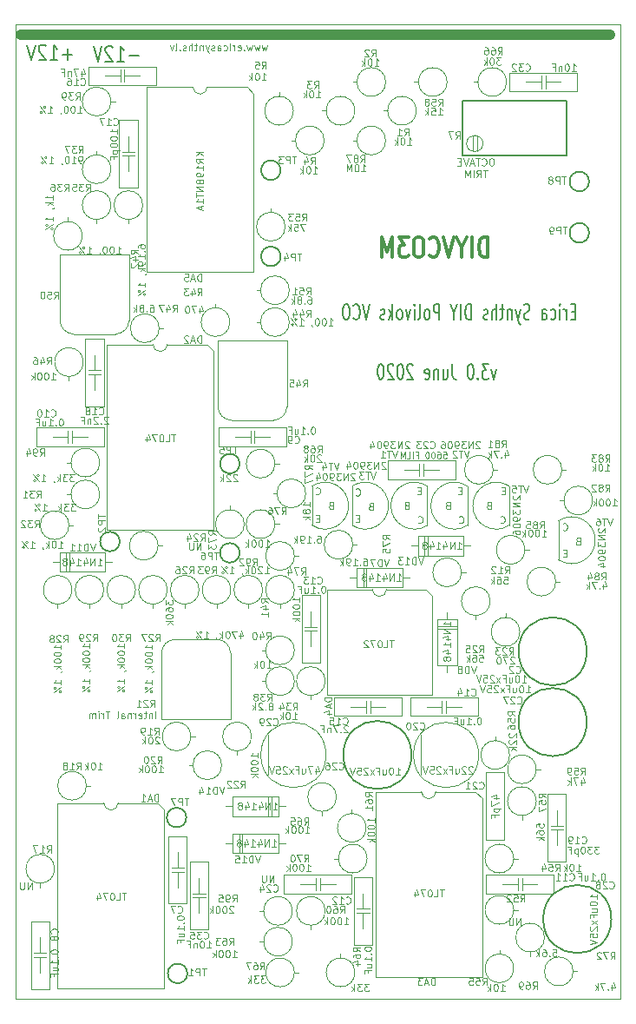
<source format=gbo>
G04 #@! TF.GenerationSoftware,KiCad,Pcbnew,(5.0.0-rc2-dev)*
G04 #@! TF.CreationDate,2020-06-18T08:20:37+03:00*
G04 #@! TF.ProjectId,DIYVCO3M,44495956434F334D2E6B696361645F70,rev?*
G04 #@! TF.SameCoordinates,PX5e69ec0PY81b3200*
G04 #@! TF.FileFunction,Legend,Bot*
G04 #@! TF.FilePolarity,Positive*
%FSLAX46Y46*%
G04 Gerber Fmt 4.6, Leading zero omitted, Abs format (unit mm)*
G04 Created by KiCad (PCBNEW (5.0.0-rc2-dev)) date Thu Jun 18 08:20:37 2020*
%MOMM*%
%LPD*%
G01*
G04 APERTURE LIST*
%ADD10C,0.100000*%
%ADD11C,0.300000*%
%ADD12C,1.000000*%
%ADD13C,0.200000*%
%ADD14C,0.150000*%
%ADD15C,0.120000*%
G04 APERTURE END LIST*
D10*
X53383333Y45750000D02*
X53416666Y45716667D01*
X53516666Y45683334D01*
X53583333Y45683334D01*
X53683333Y45716667D01*
X53750000Y45783334D01*
X53783333Y45850000D01*
X53816666Y45983334D01*
X53816666Y46083334D01*
X53783333Y46216667D01*
X53750000Y46283334D01*
X53683333Y46350000D01*
X53583333Y46383334D01*
X53516666Y46383334D01*
X53416666Y46350000D01*
X53383333Y46316667D01*
X54850000Y44650000D02*
X54750000Y44616667D01*
X54716666Y44583334D01*
X54683333Y44516667D01*
X54683333Y44416667D01*
X54716666Y44350000D01*
X54750000Y44316667D01*
X54816666Y44283334D01*
X55083333Y44283334D01*
X55083333Y44983334D01*
X54850000Y44983334D01*
X54783333Y44950000D01*
X54750000Y44916667D01*
X54716666Y44850000D01*
X54716666Y44783334D01*
X54750000Y44716667D01*
X54783333Y44683334D01*
X54850000Y44650000D01*
X55083333Y44650000D01*
X53750000Y43450000D02*
X53516666Y43450000D01*
X53416666Y43083334D02*
X53750000Y43083334D01*
X53750000Y43783334D01*
X53416666Y43783334D01*
X42150000Y48150000D02*
X42050000Y48116667D01*
X42016666Y48083334D01*
X41983333Y48016667D01*
X41983333Y47916667D01*
X42016666Y47850000D01*
X42050000Y47816667D01*
X42116666Y47783334D01*
X42383333Y47783334D01*
X42383333Y48483334D01*
X42150000Y48483334D01*
X42083333Y48450000D01*
X42050000Y48416667D01*
X42016666Y48350000D01*
X42016666Y48283334D01*
X42050000Y48216667D01*
X42083333Y48183334D01*
X42150000Y48150000D01*
X42383333Y48150000D01*
X43550000Y49550000D02*
X43316666Y49550000D01*
X43216666Y49183334D02*
X43550000Y49183334D01*
X43550000Y49883334D01*
X43216666Y49883334D01*
X43267604Y46450000D02*
X43300937Y46416667D01*
X43400937Y46383334D01*
X43467604Y46383334D01*
X43567604Y46416667D01*
X43634271Y46483334D01*
X43667604Y46550000D01*
X43700937Y46683334D01*
X43700937Y46783334D01*
X43667604Y46916667D01*
X43634271Y46983334D01*
X43567604Y47050000D01*
X43467604Y47083334D01*
X43400937Y47083334D01*
X43300937Y47050000D01*
X43267604Y47016667D01*
D11*
X46042857Y72295239D02*
X46042857Y74295239D01*
X45685714Y74295239D01*
X45471428Y74200000D01*
X45328571Y74009524D01*
X45257142Y73819048D01*
X45185714Y73438096D01*
X45185714Y73152381D01*
X45257142Y72771429D01*
X45328571Y72580953D01*
X45471428Y72390477D01*
X45685714Y72295239D01*
X46042857Y72295239D01*
X44542857Y72295239D02*
X44542857Y74295239D01*
X43542857Y73247620D02*
X43542857Y72295239D01*
X44042857Y74295239D02*
X43542857Y73247620D01*
X43042857Y74295239D01*
X42757142Y74295239D02*
X42257142Y72295239D01*
X41757142Y74295239D01*
X40400000Y72485715D02*
X40471428Y72390477D01*
X40685714Y72295239D01*
X40828571Y72295239D01*
X41042857Y72390477D01*
X41185714Y72580953D01*
X41257142Y72771429D01*
X41328571Y73152381D01*
X41328571Y73438096D01*
X41257142Y73819048D01*
X41185714Y74009524D01*
X41042857Y74200000D01*
X40828571Y74295239D01*
X40685714Y74295239D01*
X40471428Y74200000D01*
X40400000Y74104762D01*
X39471428Y74295239D02*
X39185714Y74295239D01*
X39042857Y74200000D01*
X38900000Y74009524D01*
X38828571Y73628572D01*
X38828571Y72961905D01*
X38900000Y72580953D01*
X39042857Y72390477D01*
X39185714Y72295239D01*
X39471428Y72295239D01*
X39614285Y72390477D01*
X39757142Y72580953D01*
X39828571Y72961905D01*
X39828571Y73628572D01*
X39757142Y74009524D01*
X39614285Y74200000D01*
X39471428Y74295239D01*
X38328571Y74295239D02*
X37400000Y74295239D01*
X37900000Y73533334D01*
X37685714Y73533334D01*
X37542857Y73438096D01*
X37471428Y73342858D01*
X37400000Y73152381D01*
X37400000Y72676191D01*
X37471428Y72485715D01*
X37542857Y72390477D01*
X37685714Y72295239D01*
X38114285Y72295239D01*
X38257142Y72390477D01*
X38328571Y72485715D01*
X36757142Y72295239D02*
X36757142Y74295239D01*
X36257142Y72866667D01*
X35757142Y74295239D01*
X35757142Y72295239D01*
D12*
X500000Y94000000D02*
X58000000Y94000000D01*
D10*
X39550000Y49550000D02*
X39316666Y49550000D01*
X39216666Y49183334D02*
X39550000Y49183334D01*
X39550000Y49883334D01*
X39216666Y49883334D01*
X38150000Y48150000D02*
X38050000Y48116667D01*
X38016666Y48083334D01*
X37983333Y48016667D01*
X37983333Y47916667D01*
X38016666Y47850000D01*
X38050000Y47816667D01*
X38116666Y47783334D01*
X38383333Y47783334D01*
X38383333Y48483334D01*
X38150000Y48483334D01*
X38083333Y48450000D01*
X38050000Y48416667D01*
X38016666Y48350000D01*
X38016666Y48283334D01*
X38050000Y48216667D01*
X38083333Y48183334D01*
X38150000Y48150000D01*
X38383333Y48150000D01*
X39267604Y46450000D02*
X39300937Y46416667D01*
X39400937Y46383334D01*
X39467604Y46383334D01*
X39567604Y46416667D01*
X39634271Y46483334D01*
X39667604Y46550000D01*
X39700937Y46683334D01*
X39700937Y46783334D01*
X39667604Y46916667D01*
X39634271Y46983334D01*
X39567604Y47050000D01*
X39467604Y47083334D01*
X39400937Y47083334D01*
X39300937Y47050000D01*
X39267604Y47016667D01*
X33550000Y46850000D02*
X33316666Y46850000D01*
X33216666Y46483334D02*
X33550000Y46483334D01*
X33550000Y47183334D01*
X33216666Y47183334D01*
X34650000Y48050000D02*
X34550000Y48016667D01*
X34516666Y47983334D01*
X34483333Y47916667D01*
X34483333Y47816667D01*
X34516666Y47750000D01*
X34550000Y47716667D01*
X34616666Y47683334D01*
X34883333Y47683334D01*
X34883333Y48383334D01*
X34650000Y48383334D01*
X34583333Y48350000D01*
X34550000Y48316667D01*
X34516666Y48250000D01*
X34516666Y48183334D01*
X34550000Y48116667D01*
X34583333Y48083334D01*
X34650000Y48050000D01*
X34883333Y48050000D01*
X33183333Y49150000D02*
X33216666Y49116667D01*
X33316666Y49083334D01*
X33383333Y49083334D01*
X33483333Y49116667D01*
X33550000Y49183334D01*
X33583333Y49250000D01*
X33616666Y49383334D01*
X33616666Y49483334D01*
X33583333Y49616667D01*
X33550000Y49683334D01*
X33483333Y49750000D01*
X33383333Y49783334D01*
X33316666Y49783334D01*
X33216666Y49750000D01*
X33183333Y49716667D01*
X47283333Y46450000D02*
X47316666Y46416667D01*
X47416666Y46383334D01*
X47483333Y46383334D01*
X47583333Y46416667D01*
X47650000Y46483334D01*
X47683333Y46550000D01*
X47716666Y46683334D01*
X47716666Y46783334D01*
X47683333Y46916667D01*
X47650000Y46983334D01*
X47583333Y47050000D01*
X47483333Y47083334D01*
X47416666Y47083334D01*
X47316666Y47050000D01*
X47283333Y47016667D01*
X46150000Y48150000D02*
X46050000Y48116667D01*
X46016666Y48083334D01*
X45983333Y48016667D01*
X45983333Y47916667D01*
X46016666Y47850000D01*
X46050000Y47816667D01*
X46116666Y47783334D01*
X46383333Y47783334D01*
X46383333Y48483334D01*
X46150000Y48483334D01*
X46083333Y48450000D01*
X46050000Y48416667D01*
X46016666Y48350000D01*
X46016666Y48283334D01*
X46050000Y48216667D01*
X46083333Y48183334D01*
X46150000Y48150000D01*
X46383333Y48150000D01*
X47750000Y49550000D02*
X47516666Y49550000D01*
X47416666Y49183334D02*
X47750000Y49183334D01*
X47750000Y49883334D01*
X47416666Y49883334D01*
X29283333Y49250000D02*
X29316666Y49216667D01*
X29416666Y49183334D01*
X29483333Y49183334D01*
X29583333Y49216667D01*
X29650000Y49283334D01*
X29683333Y49350000D01*
X29716666Y49483334D01*
X29716666Y49583334D01*
X29683333Y49716667D01*
X29650000Y49783334D01*
X29583333Y49850000D01*
X29483333Y49883334D01*
X29416666Y49883334D01*
X29316666Y49850000D01*
X29283333Y49816667D01*
X30750000Y48150000D02*
X30650000Y48116667D01*
X30616666Y48083334D01*
X30583333Y48016667D01*
X30583333Y47916667D01*
X30616666Y47850000D01*
X30650000Y47816667D01*
X30716666Y47783334D01*
X30983333Y47783334D01*
X30983333Y48483334D01*
X30750000Y48483334D01*
X30683333Y48450000D01*
X30650000Y48416667D01*
X30616666Y48350000D01*
X30616666Y48283334D01*
X30650000Y48216667D01*
X30683333Y48183334D01*
X30750000Y48150000D01*
X30983333Y48150000D01*
X29650000Y46850000D02*
X29416666Y46850000D01*
X29316666Y46483334D02*
X29650000Y46483334D01*
X29650000Y47183334D01*
X29316666Y47183334D01*
D13*
X46909523Y61421429D02*
X46671428Y60421429D01*
X46433333Y61421429D01*
X46147619Y61921429D02*
X45528571Y61921429D01*
X45861904Y61350000D01*
X45719047Y61350000D01*
X45623809Y61278572D01*
X45576190Y61207143D01*
X45528571Y61064286D01*
X45528571Y60707143D01*
X45576190Y60564286D01*
X45623809Y60492858D01*
X45719047Y60421429D01*
X46004761Y60421429D01*
X46100000Y60492858D01*
X46147619Y60564286D01*
X45100000Y60564286D02*
X45052380Y60492858D01*
X45100000Y60421429D01*
X45147619Y60492858D01*
X45100000Y60564286D01*
X45100000Y60421429D01*
X44433333Y61921429D02*
X44338095Y61921429D01*
X44242857Y61850000D01*
X44195238Y61778572D01*
X44147619Y61635715D01*
X44100000Y61350000D01*
X44100000Y60992858D01*
X44147619Y60707143D01*
X44195238Y60564286D01*
X44242857Y60492858D01*
X44338095Y60421429D01*
X44433333Y60421429D01*
X44528571Y60492858D01*
X44576190Y60564286D01*
X44623809Y60707143D01*
X44671428Y60992858D01*
X44671428Y61350000D01*
X44623809Y61635715D01*
X44576190Y61778572D01*
X44528571Y61850000D01*
X44433333Y61921429D01*
X42623809Y61921429D02*
X42623809Y60850000D01*
X42671428Y60635715D01*
X42766666Y60492858D01*
X42909523Y60421429D01*
X43004761Y60421429D01*
X41719047Y61421429D02*
X41719047Y60421429D01*
X42147619Y61421429D02*
X42147619Y60635715D01*
X42100000Y60492858D01*
X42004761Y60421429D01*
X41861904Y60421429D01*
X41766666Y60492858D01*
X41719047Y60564286D01*
X41242857Y61421429D02*
X41242857Y60421429D01*
X41242857Y61278572D02*
X41195238Y61350000D01*
X41100000Y61421429D01*
X40957142Y61421429D01*
X40861904Y61350000D01*
X40814285Y61207143D01*
X40814285Y60421429D01*
X39957142Y60492858D02*
X40052380Y60421429D01*
X40242857Y60421429D01*
X40338095Y60492858D01*
X40385714Y60635715D01*
X40385714Y61207143D01*
X40338095Y61350000D01*
X40242857Y61421429D01*
X40052380Y61421429D01*
X39957142Y61350000D01*
X39909523Y61207143D01*
X39909523Y61064286D01*
X40385714Y60921429D01*
X38766666Y61778572D02*
X38719047Y61850000D01*
X38623809Y61921429D01*
X38385714Y61921429D01*
X38290476Y61850000D01*
X38242857Y61778572D01*
X38195238Y61635715D01*
X38195238Y61492858D01*
X38242857Y61278572D01*
X38814285Y60421429D01*
X38195238Y60421429D01*
X37576190Y61921429D02*
X37480952Y61921429D01*
X37385714Y61850000D01*
X37338095Y61778572D01*
X37290476Y61635715D01*
X37242857Y61350000D01*
X37242857Y60992858D01*
X37290476Y60707143D01*
X37338095Y60564286D01*
X37385714Y60492858D01*
X37480952Y60421429D01*
X37576190Y60421429D01*
X37671428Y60492858D01*
X37719047Y60564286D01*
X37766666Y60707143D01*
X37814285Y60992858D01*
X37814285Y61350000D01*
X37766666Y61635715D01*
X37719047Y61778572D01*
X37671428Y61850000D01*
X37576190Y61921429D01*
X36861904Y61778572D02*
X36814285Y61850000D01*
X36719047Y61921429D01*
X36480952Y61921429D01*
X36385714Y61850000D01*
X36338095Y61778572D01*
X36290476Y61635715D01*
X36290476Y61492858D01*
X36338095Y61278572D01*
X36909523Y60421429D01*
X36290476Y60421429D01*
X35671428Y61921429D02*
X35576190Y61921429D01*
X35480952Y61850000D01*
X35433333Y61778572D01*
X35385714Y61635715D01*
X35338095Y61350000D01*
X35338095Y60992858D01*
X35385714Y60707143D01*
X35433333Y60564286D01*
X35480952Y60492858D01*
X35576190Y60421429D01*
X35671428Y60421429D01*
X35766666Y60492858D01*
X35814285Y60564286D01*
X35861904Y60707143D01*
X35909523Y60992858D01*
X35909523Y61350000D01*
X35861904Y61635715D01*
X35814285Y61778572D01*
X35766666Y61850000D01*
X35671428Y61921429D01*
X54633333Y67007143D02*
X54300000Y67007143D01*
X54157142Y66221429D02*
X54633333Y66221429D01*
X54633333Y67721429D01*
X54157142Y67721429D01*
X53728571Y66221429D02*
X53728571Y67221429D01*
X53728571Y66935715D02*
X53680952Y67078572D01*
X53633333Y67150000D01*
X53538095Y67221429D01*
X53442857Y67221429D01*
X53109523Y66221429D02*
X53109523Y67221429D01*
X53109523Y67721429D02*
X53157142Y67650000D01*
X53109523Y67578572D01*
X53061904Y67650000D01*
X53109523Y67721429D01*
X53109523Y67578572D01*
X52204761Y66292858D02*
X52300000Y66221429D01*
X52490476Y66221429D01*
X52585714Y66292858D01*
X52633333Y66364286D01*
X52680952Y66507143D01*
X52680952Y66935715D01*
X52633333Y67078572D01*
X52585714Y67150000D01*
X52490476Y67221429D01*
X52300000Y67221429D01*
X52204761Y67150000D01*
X51347619Y66221429D02*
X51347619Y67007143D01*
X51395238Y67150000D01*
X51490476Y67221429D01*
X51680952Y67221429D01*
X51776190Y67150000D01*
X51347619Y66292858D02*
X51442857Y66221429D01*
X51680952Y66221429D01*
X51776190Y66292858D01*
X51823809Y66435715D01*
X51823809Y66578572D01*
X51776190Y66721429D01*
X51680952Y66792858D01*
X51442857Y66792858D01*
X51347619Y66864286D01*
X50157142Y66292858D02*
X50014285Y66221429D01*
X49776190Y66221429D01*
X49680952Y66292858D01*
X49633333Y66364286D01*
X49585714Y66507143D01*
X49585714Y66650000D01*
X49633333Y66792858D01*
X49680952Y66864286D01*
X49776190Y66935715D01*
X49966666Y67007143D01*
X50061904Y67078572D01*
X50109523Y67150000D01*
X50157142Y67292858D01*
X50157142Y67435715D01*
X50109523Y67578572D01*
X50061904Y67650000D01*
X49966666Y67721429D01*
X49728571Y67721429D01*
X49585714Y67650000D01*
X49252380Y67221429D02*
X49014285Y66221429D01*
X48776190Y67221429D02*
X49014285Y66221429D01*
X49109523Y65864286D01*
X49157142Y65792858D01*
X49252380Y65721429D01*
X48395238Y67221429D02*
X48395238Y66221429D01*
X48395238Y67078572D02*
X48347619Y67150000D01*
X48252380Y67221429D01*
X48109523Y67221429D01*
X48014285Y67150000D01*
X47966666Y67007143D01*
X47966666Y66221429D01*
X47633333Y67221429D02*
X47252380Y67221429D01*
X47490476Y67721429D02*
X47490476Y66435715D01*
X47442857Y66292858D01*
X47347619Y66221429D01*
X47252380Y66221429D01*
X46919047Y66221429D02*
X46919047Y67721429D01*
X46490476Y66221429D02*
X46490476Y67007143D01*
X46538095Y67150000D01*
X46633333Y67221429D01*
X46776190Y67221429D01*
X46871428Y67150000D01*
X46919047Y67078572D01*
X46061904Y66292858D02*
X45966666Y66221429D01*
X45776190Y66221429D01*
X45680952Y66292858D01*
X45633333Y66435715D01*
X45633333Y66507143D01*
X45680952Y66650000D01*
X45776190Y66721429D01*
X45919047Y66721429D01*
X46014285Y66792858D01*
X46061904Y66935715D01*
X46061904Y67007143D01*
X46014285Y67150000D01*
X45919047Y67221429D01*
X45776190Y67221429D01*
X45680952Y67150000D01*
X44442857Y66221429D02*
X44442857Y67721429D01*
X44204761Y67721429D01*
X44061904Y67650000D01*
X43966666Y67507143D01*
X43919047Y67364286D01*
X43871428Y67078572D01*
X43871428Y66864286D01*
X43919047Y66578572D01*
X43966666Y66435715D01*
X44061904Y66292858D01*
X44204761Y66221429D01*
X44442857Y66221429D01*
X43442857Y66221429D02*
X43442857Y67721429D01*
X42776190Y66935715D02*
X42776190Y66221429D01*
X43109523Y67721429D02*
X42776190Y66935715D01*
X42442857Y67721429D01*
X41347619Y66221429D02*
X41347619Y67721429D01*
X40966666Y67721429D01*
X40871428Y67650000D01*
X40823809Y67578572D01*
X40776190Y67435715D01*
X40776190Y67221429D01*
X40823809Y67078572D01*
X40871428Y67007143D01*
X40966666Y66935715D01*
X41347619Y66935715D01*
X40204761Y66221429D02*
X40300000Y66292858D01*
X40347619Y66364286D01*
X40395238Y66507143D01*
X40395238Y66935715D01*
X40347619Y67078572D01*
X40300000Y67150000D01*
X40204761Y67221429D01*
X40061904Y67221429D01*
X39966666Y67150000D01*
X39919047Y67078572D01*
X39871428Y66935715D01*
X39871428Y66507143D01*
X39919047Y66364286D01*
X39966666Y66292858D01*
X40061904Y66221429D01*
X40204761Y66221429D01*
X39300000Y66221429D02*
X39395238Y66292858D01*
X39442857Y66435715D01*
X39442857Y67721429D01*
X38919047Y66221429D02*
X38919047Y67221429D01*
X38919047Y67721429D02*
X38966666Y67650000D01*
X38919047Y67578572D01*
X38871428Y67650000D01*
X38919047Y67721429D01*
X38919047Y67578572D01*
X38538095Y67221429D02*
X38300000Y66221429D01*
X38061904Y67221429D01*
X37538095Y66221429D02*
X37633333Y66292858D01*
X37680952Y66364286D01*
X37728571Y66507143D01*
X37728571Y66935715D01*
X37680952Y67078572D01*
X37633333Y67150000D01*
X37538095Y67221429D01*
X37395238Y67221429D01*
X37300000Y67150000D01*
X37252380Y67078572D01*
X37204761Y66935715D01*
X37204761Y66507143D01*
X37252380Y66364286D01*
X37300000Y66292858D01*
X37395238Y66221429D01*
X37538095Y66221429D01*
X36776190Y66221429D02*
X36776190Y67721429D01*
X36680952Y66792858D02*
X36395238Y66221429D01*
X36395238Y67221429D02*
X36776190Y66650000D01*
X36014285Y66292858D02*
X35919047Y66221429D01*
X35728571Y66221429D01*
X35633333Y66292858D01*
X35585714Y66435715D01*
X35585714Y66507143D01*
X35633333Y66650000D01*
X35728571Y66721429D01*
X35871428Y66721429D01*
X35966666Y66792858D01*
X36014285Y66935715D01*
X36014285Y67007143D01*
X35966666Y67150000D01*
X35871428Y67221429D01*
X35728571Y67221429D01*
X35633333Y67150000D01*
X34538095Y67721429D02*
X34204761Y66221429D01*
X33871428Y67721429D01*
X32966666Y66364286D02*
X33014285Y66292858D01*
X33157142Y66221429D01*
X33252380Y66221429D01*
X33395238Y66292858D01*
X33490476Y66435715D01*
X33538095Y66578572D01*
X33585714Y66864286D01*
X33585714Y67078572D01*
X33538095Y67364286D01*
X33490476Y67507143D01*
X33395238Y67650000D01*
X33252380Y67721429D01*
X33157142Y67721429D01*
X33014285Y67650000D01*
X32966666Y67578572D01*
X32347619Y67721429D02*
X32157142Y67721429D01*
X32061904Y67650000D01*
X31966666Y67507143D01*
X31919047Y67221429D01*
X31919047Y66721429D01*
X31966666Y66435715D01*
X32061904Y66292858D01*
X32157142Y66221429D01*
X32347619Y66221429D01*
X32442857Y66292858D01*
X32538095Y66435715D01*
X32585714Y66721429D01*
X32585714Y67221429D01*
X32538095Y67507143D01*
X32442857Y67650000D01*
X32347619Y67721429D01*
D10*
X24550000Y92950000D02*
X24416666Y92483334D01*
X24283333Y92816667D01*
X24150000Y92483334D01*
X24016666Y92950000D01*
X23816666Y92950000D02*
X23683333Y92483334D01*
X23550000Y92816667D01*
X23416666Y92483334D01*
X23283333Y92950000D01*
X23083333Y92950000D02*
X22950000Y92483334D01*
X22816666Y92816667D01*
X22683333Y92483334D01*
X22550000Y92950000D01*
X22283333Y92550000D02*
X22250000Y92516667D01*
X22283333Y92483334D01*
X22316666Y92516667D01*
X22283333Y92550000D01*
X22283333Y92483334D01*
X21683333Y92516667D02*
X21750000Y92483334D01*
X21883333Y92483334D01*
X21950000Y92516667D01*
X21983333Y92583334D01*
X21983333Y92850000D01*
X21950000Y92916667D01*
X21883333Y92950000D01*
X21750000Y92950000D01*
X21683333Y92916667D01*
X21650000Y92850000D01*
X21650000Y92783334D01*
X21983333Y92716667D01*
X21350000Y92483334D02*
X21350000Y92950000D01*
X21350000Y92816667D02*
X21316666Y92883334D01*
X21283333Y92916667D01*
X21216666Y92950000D01*
X21150000Y92950000D01*
X20916666Y92483334D02*
X20916666Y92950000D01*
X20916666Y93183334D02*
X20950000Y93150000D01*
X20916666Y93116667D01*
X20883333Y93150000D01*
X20916666Y93183334D01*
X20916666Y93116667D01*
X20283333Y92516667D02*
X20350000Y92483334D01*
X20483333Y92483334D01*
X20550000Y92516667D01*
X20583333Y92550000D01*
X20616666Y92616667D01*
X20616666Y92816667D01*
X20583333Y92883334D01*
X20550000Y92916667D01*
X20483333Y92950000D01*
X20350000Y92950000D01*
X20283333Y92916667D01*
X19683333Y92483334D02*
X19683333Y92850000D01*
X19716666Y92916667D01*
X19783333Y92950000D01*
X19916666Y92950000D01*
X19983333Y92916667D01*
X19683333Y92516667D02*
X19750000Y92483334D01*
X19916666Y92483334D01*
X19983333Y92516667D01*
X20016666Y92583334D01*
X20016666Y92650000D01*
X19983333Y92716667D01*
X19916666Y92750000D01*
X19750000Y92750000D01*
X19683333Y92783334D01*
X19383333Y92516667D02*
X19316666Y92483334D01*
X19183333Y92483334D01*
X19116666Y92516667D01*
X19083333Y92583334D01*
X19083333Y92616667D01*
X19116666Y92683334D01*
X19183333Y92716667D01*
X19283333Y92716667D01*
X19350000Y92750000D01*
X19383333Y92816667D01*
X19383333Y92850000D01*
X19350000Y92916667D01*
X19283333Y92950000D01*
X19183333Y92950000D01*
X19116666Y92916667D01*
X18850000Y92950000D02*
X18683333Y92483334D01*
X18516666Y92950000D02*
X18683333Y92483334D01*
X18750000Y92316667D01*
X18783333Y92283334D01*
X18850000Y92250000D01*
X18250000Y92950000D02*
X18250000Y92483334D01*
X18250000Y92883334D02*
X18216666Y92916667D01*
X18150000Y92950000D01*
X18050000Y92950000D01*
X17983333Y92916667D01*
X17950000Y92850000D01*
X17950000Y92483334D01*
X17716666Y92950000D02*
X17450000Y92950000D01*
X17616666Y93183334D02*
X17616666Y92583334D01*
X17583333Y92516667D01*
X17516666Y92483334D01*
X17450000Y92483334D01*
X17216666Y92483334D02*
X17216666Y93183334D01*
X16916666Y92483334D02*
X16916666Y92850000D01*
X16950000Y92916667D01*
X17016666Y92950000D01*
X17116666Y92950000D01*
X17183333Y92916667D01*
X17216666Y92883334D01*
X16616666Y92516667D02*
X16550000Y92483334D01*
X16416666Y92483334D01*
X16350000Y92516667D01*
X16316666Y92583334D01*
X16316666Y92616667D01*
X16350000Y92683334D01*
X16416666Y92716667D01*
X16516666Y92716667D01*
X16583333Y92750000D01*
X16616666Y92816667D01*
X16616666Y92850000D01*
X16583333Y92916667D01*
X16516666Y92950000D01*
X16416666Y92950000D01*
X16350000Y92916667D01*
X16016666Y92550000D02*
X15983333Y92516667D01*
X16016666Y92483334D01*
X16050000Y92516667D01*
X16016666Y92550000D01*
X16016666Y92483334D01*
X15583333Y92483334D02*
X15650000Y92516667D01*
X15683333Y92583334D01*
X15683333Y93183334D01*
X15383333Y92950000D02*
X15216666Y92483334D01*
X15050000Y92950000D01*
X13633333Y27383334D02*
X13633333Y28083334D01*
X13300000Y27850000D02*
X13300000Y27383334D01*
X13300000Y27783334D02*
X13266666Y27816667D01*
X13200000Y27850000D01*
X13100000Y27850000D01*
X13033333Y27816667D01*
X13000000Y27750000D01*
X13000000Y27383334D01*
X12766666Y27850000D02*
X12500000Y27850000D01*
X12666666Y28083334D02*
X12666666Y27483334D01*
X12633333Y27416667D01*
X12566666Y27383334D01*
X12500000Y27383334D01*
X12000000Y27416667D02*
X12066666Y27383334D01*
X12200000Y27383334D01*
X12266666Y27416667D01*
X12300000Y27483334D01*
X12300000Y27750000D01*
X12266666Y27816667D01*
X12200000Y27850000D01*
X12066666Y27850000D01*
X12000000Y27816667D01*
X11966666Y27750000D01*
X11966666Y27683334D01*
X12300000Y27616667D01*
X11666666Y27383334D02*
X11666666Y27850000D01*
X11666666Y27716667D02*
X11633333Y27783334D01*
X11600000Y27816667D01*
X11533333Y27850000D01*
X11466666Y27850000D01*
X11233333Y27850000D02*
X11233333Y27383334D01*
X11233333Y27783334D02*
X11200000Y27816667D01*
X11133333Y27850000D01*
X11033333Y27850000D01*
X10966666Y27816667D01*
X10933333Y27750000D01*
X10933333Y27383334D01*
X10300000Y27383334D02*
X10300000Y27750000D01*
X10333333Y27816667D01*
X10400000Y27850000D01*
X10533333Y27850000D01*
X10600000Y27816667D01*
X10300000Y27416667D02*
X10366666Y27383334D01*
X10533333Y27383334D01*
X10600000Y27416667D01*
X10633333Y27483334D01*
X10633333Y27550000D01*
X10600000Y27616667D01*
X10533333Y27650000D01*
X10366666Y27650000D01*
X10300000Y27683334D01*
X9866666Y27383334D02*
X9933333Y27416667D01*
X9966666Y27483334D01*
X9966666Y28083334D01*
X9166666Y28083334D02*
X8766666Y28083334D01*
X8966666Y27383334D02*
X8966666Y28083334D01*
X8533333Y27383334D02*
X8533333Y27850000D01*
X8533333Y27716667D02*
X8500000Y27783334D01*
X8466666Y27816667D01*
X8400000Y27850000D01*
X8333333Y27850000D01*
X8100000Y27383334D02*
X8100000Y27850000D01*
X8100000Y28083334D02*
X8133333Y28050000D01*
X8100000Y28016667D01*
X8066666Y28050000D01*
X8100000Y28083334D01*
X8100000Y28016667D01*
X7766666Y27383334D02*
X7766666Y27850000D01*
X7766666Y27783334D02*
X7733333Y27816667D01*
X7666666Y27850000D01*
X7566666Y27850000D01*
X7500000Y27816667D01*
X7466666Y27750000D01*
X7466666Y27383334D01*
X7466666Y27750000D02*
X7433333Y27816667D01*
X7366666Y27850000D01*
X7266666Y27850000D01*
X7200000Y27816667D01*
X7166666Y27750000D01*
X7166666Y27383334D01*
D13*
X5514285Y92092858D02*
X4600000Y92092858D01*
X5057142Y91521429D02*
X5057142Y92664286D01*
X3400000Y91521429D02*
X4085714Y91521429D01*
X3742857Y91521429D02*
X3742857Y93021429D01*
X3857142Y92807143D01*
X3971428Y92664286D01*
X4085714Y92592858D01*
X2942857Y92878572D02*
X2885714Y92950000D01*
X2771428Y93021429D01*
X2485714Y93021429D01*
X2371428Y92950000D01*
X2314285Y92878572D01*
X2257142Y92735715D01*
X2257142Y92592858D01*
X2314285Y92378572D01*
X3000000Y91521429D01*
X2257142Y91521429D01*
X1914285Y93021429D02*
X1514285Y91521429D01*
X1114285Y93021429D01*
X12014285Y91992858D02*
X11100000Y91992858D01*
X9900000Y91421429D02*
X10585714Y91421429D01*
X10242857Y91421429D02*
X10242857Y92921429D01*
X10357142Y92707143D01*
X10471428Y92564286D01*
X10585714Y92492858D01*
X9442857Y92778572D02*
X9385714Y92850000D01*
X9271428Y92921429D01*
X8985714Y92921429D01*
X8871428Y92850000D01*
X8814285Y92778572D01*
X8757142Y92635715D01*
X8757142Y92492858D01*
X8814285Y92278572D01*
X9500000Y91421429D01*
X8757142Y91421429D01*
X8414285Y92921429D02*
X8014285Y91421429D01*
X7614285Y92921429D01*
D10*
X0Y95000000D02*
X0Y0D01*
X59000000Y95000000D02*
X0Y95000000D01*
X59000000Y0D02*
X59000000Y95000000D01*
X0Y0D02*
X59000000Y0D01*
X46500000Y81958334D02*
X46366666Y81958334D01*
X46300000Y81925000D01*
X46233333Y81858334D01*
X46200000Y81725000D01*
X46200000Y81491667D01*
X46233333Y81358334D01*
X46300000Y81291667D01*
X46366666Y81258334D01*
X46500000Y81258334D01*
X46566666Y81291667D01*
X46633333Y81358334D01*
X46666666Y81491667D01*
X46666666Y81725000D01*
X46633333Y81858334D01*
X46566666Y81925000D01*
X46500000Y81958334D01*
X45500000Y81325000D02*
X45533333Y81291667D01*
X45633333Y81258334D01*
X45700000Y81258334D01*
X45800000Y81291667D01*
X45866666Y81358334D01*
X45900000Y81425000D01*
X45933333Y81558334D01*
X45933333Y81658334D01*
X45900000Y81791667D01*
X45866666Y81858334D01*
X45800000Y81925000D01*
X45700000Y81958334D01*
X45633333Y81958334D01*
X45533333Y81925000D01*
X45500000Y81891667D01*
X45300000Y81958334D02*
X44900000Y81958334D01*
X45100000Y81258334D02*
X45100000Y81958334D01*
X44700000Y81458334D02*
X44366666Y81458334D01*
X44766666Y81258334D02*
X44533333Y81958334D01*
X44300000Y81258334D01*
X44166666Y81958334D02*
X43933333Y81258334D01*
X43700000Y81958334D01*
X43466666Y81625000D02*
X43233333Y81625000D01*
X43133333Y81258334D02*
X43466666Y81258334D01*
X43466666Y81958334D01*
X43133333Y81958334D01*
X46016666Y80808334D02*
X45616666Y80808334D01*
X45816666Y80108334D02*
X45816666Y80808334D01*
X44983333Y80108334D02*
X45216666Y80441667D01*
X45383333Y80108334D02*
X45383333Y80808334D01*
X45116666Y80808334D01*
X45050000Y80775000D01*
X45016666Y80741667D01*
X44983333Y80675000D01*
X44983333Y80575000D01*
X45016666Y80508334D01*
X45050000Y80475000D01*
X45116666Y80441667D01*
X45383333Y80441667D01*
X44683333Y80108334D02*
X44683333Y80808334D01*
X44350000Y80108334D02*
X44350000Y80808334D01*
X44116666Y80308334D01*
X43883333Y80808334D01*
X43883333Y80108334D01*
D14*
X53780000Y87567000D02*
X43620000Y87567000D01*
X53780000Y82233000D02*
X53780000Y87567000D01*
X43620000Y82233000D02*
X53780000Y82233000D01*
X43620000Y87567000D02*
X43620000Y82233000D01*
D15*
X45600000Y83400000D02*
G75*
G03X45600000Y83400000I-800000J0D01*
G01*
X45050000Y84150000D02*
X45050000Y82650000D01*
X44600000Y84150000D02*
X44600000Y82650000D01*
D10*
X45900000Y15500000D02*
X47700000Y15500000D01*
X45900000Y22100000D02*
X45900000Y15500000D01*
X47700000Y22100000D02*
X45900000Y22100000D01*
X47700000Y15500000D02*
X47700000Y22100000D01*
X40173983Y46197661D02*
G75*
G02X40170000Y50005000I-1273983J1902339D01*
G01*
X40170000Y50005000D02*
X40170000Y46195000D01*
X44073983Y46197661D02*
G75*
G02X44070000Y50005000I-1273983J1902339D01*
G01*
X44070000Y50005000D02*
X44070000Y46195000D01*
X32826017Y50002339D02*
G75*
G02X32830000Y46195000I1273983J-1902339D01*
G01*
X32830000Y46195000D02*
X32830000Y50005000D01*
X28926017Y50002339D02*
G75*
G02X28930000Y46195000I1273983J-1902339D01*
G01*
X28930000Y46195000D02*
X28930000Y50005000D01*
X48173983Y46197661D02*
G75*
G02X48170000Y50005000I-1273983J1902339D01*
G01*
X48170000Y50005000D02*
X48170000Y46195000D01*
X52991017Y46632339D02*
G75*
G02X52995000Y42825000I1273983J-1902339D01*
G01*
X52995000Y42825000D02*
X52995000Y46635000D01*
D15*
X8200000Y49200000D02*
G75*
G03X8200000Y49200000I-1400000J0D01*
G01*
X5400000Y49200000D02*
X5000000Y49200000D01*
X5200000Y46200000D02*
G75*
G03X5200000Y46200000I-1400000J0D01*
G01*
X5200000Y46200000D02*
X5600000Y46200000D01*
X8200000Y52300000D02*
G75*
G03X8200000Y52300000I-1400000J0D01*
G01*
X5400000Y52300000D02*
X5000000Y52300000D01*
X24100000Y39900000D02*
G75*
G03X24100000Y39900000I-1400000J0D01*
G01*
X22700000Y38500000D02*
X22700000Y38100000D01*
X21000000Y39900000D02*
G75*
G03X21000000Y39900000I-1400000J0D01*
G01*
X19600000Y38500000D02*
X19600000Y38100000D01*
X39100000Y86600000D02*
G75*
G03X39100000Y86600000I-1400000J0D01*
G01*
X36300000Y86600000D02*
X35900000Y86600000D01*
X36100000Y89400000D02*
G75*
G03X36100000Y89400000I-1400000J0D01*
G01*
X33300000Y89400000D02*
X32900000Y89400000D01*
X33100000Y86600000D02*
G75*
G03X33100000Y86600000I-1400000J0D01*
G01*
X30300000Y86600000D02*
X29900000Y86600000D01*
X30100000Y83700000D02*
G75*
G03X30100000Y83700000I-1400000J0D01*
G01*
X27300000Y83700000D02*
X26900000Y83700000D01*
X27100000Y86600000D02*
G75*
G03X27100000Y86600000I-1400000J0D01*
G01*
X25700000Y88000000D02*
X25700000Y88400000D01*
X43500000Y41600000D02*
G75*
G03X43500000Y41600000I-1400000J0D01*
G01*
X43500000Y41600000D02*
X43900000Y41600000D01*
X3800000Y12700000D02*
G75*
G03X3800000Y12700000I-1400000J0D01*
G01*
X2400000Y11300000D02*
X2400000Y10900000D01*
X6900000Y20800000D02*
G75*
G03X6900000Y20800000I-1400000J0D01*
G01*
X6900000Y20800000D02*
X7300000Y20800000D01*
X17100000Y25600000D02*
G75*
G03X17100000Y25600000I-1400000J0D01*
G01*
X17100000Y25600000D02*
X17500000Y25600000D01*
X20100000Y22800000D02*
G75*
G03X20100000Y22800000I-1400000J0D01*
G01*
X17300000Y22800000D02*
X16900000Y22800000D01*
X23000000Y25600000D02*
G75*
G03X23000000Y25600000I-1400000J0D01*
G01*
X21600000Y24200000D02*
X21600000Y23800000D01*
X49200000Y35800000D02*
G75*
G03X49200000Y35800000I-1400000J0D01*
G01*
X47800000Y37200000D02*
X47800000Y37600000D01*
X13900000Y44200000D02*
G75*
G03X13900000Y44200000I-1400000J0D01*
G01*
X13900000Y44200000D02*
X14300000Y44200000D01*
X46300000Y38800000D02*
G75*
G03X46300000Y38800000I-1400000J0D01*
G01*
X44900000Y37400000D02*
X44900000Y37000000D01*
X17900000Y39900000D02*
G75*
G03X17900000Y39900000I-1400000J0D01*
G01*
X16500000Y38500000D02*
X16500000Y38100000D01*
X14800000Y39900000D02*
G75*
G03X14800000Y39900000I-1400000J0D01*
G01*
X13400000Y38500000D02*
X13400000Y38100000D01*
X5500000Y39900000D02*
G75*
G03X5500000Y39900000I-1400000J0D01*
G01*
X4100000Y38500000D02*
X4100000Y38100000D01*
X8600000Y39900000D02*
G75*
G03X8600000Y39900000I-1400000J0D01*
G01*
X7200000Y38500000D02*
X7200000Y38100000D01*
X11700000Y39900000D02*
G75*
G03X11700000Y39900000I-1400000J0D01*
G01*
X10300000Y38500000D02*
X10300000Y38100000D01*
X30200000Y31000000D02*
G75*
G03X30200000Y31000000I-1400000J0D01*
G01*
X28800000Y29600000D02*
X28800000Y29200000D01*
X9300000Y77400000D02*
G75*
G03X9300000Y77400000I-1400000J0D01*
G01*
X7900000Y76000000D02*
X7900000Y75600000D01*
X6500000Y74400000D02*
G75*
G03X6500000Y74400000I-1400000J0D01*
G01*
X5100000Y75800000D02*
X5100000Y76200000D01*
X9300000Y80900000D02*
G75*
G03X9300000Y80900000I-1400000J0D01*
G01*
X7900000Y82300000D02*
X7900000Y82700000D01*
X27200000Y31000000D02*
G75*
G03X27200000Y31000000I-1400000J0D01*
G01*
X24400000Y31000000D02*
X24000000Y31000000D01*
X9300000Y87500000D02*
G75*
G03X9300000Y87500000I-1400000J0D01*
G01*
X9300000Y87500000D02*
X9700000Y87500000D01*
X27200000Y34000000D02*
G75*
G03X27200000Y34000000I-1400000J0D01*
G01*
X24400000Y34000000D02*
X24000000Y34000000D01*
X27200000Y39900000D02*
G75*
G03X27200000Y39900000I-1400000J0D01*
G01*
X25800000Y38500000D02*
X25800000Y38100000D01*
X12400000Y77400000D02*
G75*
G03X12400000Y77400000I-1400000J0D01*
G01*
X11000000Y76000000D02*
X11000000Y75600000D01*
X20900000Y66000000D02*
G75*
G03X20900000Y66000000I-1400000J0D01*
G01*
X19500000Y67400000D02*
X19500000Y67800000D01*
X26700000Y66000000D02*
G75*
G03X26700000Y66000000I-1400000J0D01*
G01*
X23900000Y66000000D02*
X23500000Y66000000D01*
X6600000Y62100000D02*
G75*
G03X6600000Y62100000I-1400000J0D01*
G01*
X5200000Y60700000D02*
X5200000Y60300000D01*
X14000000Y65400000D02*
G75*
G03X14000000Y65400000I-1400000J0D01*
G01*
X14000000Y65400000D02*
X14400000Y65400000D01*
X26700000Y69100000D02*
G75*
G03X26700000Y69100000I-1400000J0D01*
G01*
X23900000Y69100000D02*
X23500000Y69100000D01*
X48600000Y8700000D02*
G75*
G03X48600000Y8700000I-1400000J0D01*
G01*
X48600000Y8700000D02*
X49000000Y8700000D01*
X26300000Y75300000D02*
G75*
G03X26300000Y75300000I-1400000J0D01*
G01*
X24900000Y76700000D02*
X24900000Y77100000D01*
X48600000Y13700000D02*
G75*
G03X48600000Y13700000I-1400000J0D01*
G01*
X48600000Y13700000D02*
X49000000Y13700000D01*
X48600000Y3000000D02*
G75*
G03X48600000Y3000000I-1400000J0D01*
G01*
X47200000Y4400000D02*
X47200000Y4800000D01*
X48200000Y23800000D02*
G75*
G03X48200000Y23800000I-1400000J0D01*
G01*
X46800000Y25200000D02*
X46800000Y25600000D01*
X50800000Y19300000D02*
G75*
G03X50800000Y19300000I-1400000J0D01*
G01*
X49400000Y17900000D02*
X49400000Y17500000D01*
X42100000Y89400000D02*
G75*
G03X42100000Y89400000I-1400000J0D01*
G01*
X39300000Y89400000D02*
X38900000Y89400000D01*
X50800000Y22400000D02*
G75*
G03X50800000Y22400000I-1400000J0D01*
G01*
X50800000Y22400000D02*
X51200000Y22400000D01*
X30200000Y8600000D02*
G75*
G03X30200000Y8600000I-1400000J0D01*
G01*
X28800000Y7200000D02*
X28800000Y6800000D01*
X27000000Y5600000D02*
G75*
G03X27000000Y5600000I-1400000J0D01*
G01*
X24200000Y5600000D02*
X23800000Y5600000D01*
X33100000Y2600000D02*
G75*
G03X33100000Y2600000I-1400000J0D01*
G01*
X31700000Y4000000D02*
X31700000Y4400000D01*
X31300000Y19700000D02*
G75*
G03X31300000Y19700000I-1400000J0D01*
G01*
X29900000Y18300000D02*
X29900000Y17900000D01*
X47900000Y89400000D02*
G75*
G03X47900000Y89400000I-1400000J0D01*
G01*
X45100000Y89400000D02*
X44700000Y89400000D01*
X27200000Y2600000D02*
G75*
G03X27200000Y2600000I-1400000J0D01*
G01*
X27200000Y2600000D02*
X27600000Y2600000D01*
X25300000Y52200000D02*
G75*
G03X25300000Y52200000I-1400000J0D01*
G01*
X25300000Y52200000D02*
X25700000Y52200000D01*
X51600000Y6000000D02*
G75*
G03X51600000Y6000000I-1400000J0D01*
G01*
X50200000Y4600000D02*
X50200000Y4200000D01*
X34300000Y13700000D02*
G75*
G03X34300000Y13700000I-1400000J0D01*
G01*
X31500000Y13700000D02*
X31100000Y13700000D01*
X54400000Y2700000D02*
G75*
G03X54400000Y2700000I-1400000J0D01*
G01*
X54400000Y2700000D02*
X54800000Y2700000D01*
X22300000Y46300000D02*
G75*
G03X22300000Y46300000I-1400000J0D01*
G01*
X20900000Y47700000D02*
X20900000Y48100000D01*
X27200000Y43200000D02*
G75*
G03X27200000Y43200000I-1400000J0D01*
G01*
X27200000Y43200000D02*
X27600000Y43200000D01*
X32900000Y44300000D02*
G75*
G03X32900000Y44300000I-1400000J0D01*
G01*
X32900000Y44300000D02*
X33300000Y44300000D01*
X25300000Y46300000D02*
G75*
G03X25300000Y46300000I-1400000J0D01*
G01*
X25300000Y46300000D02*
X25700000Y46300000D01*
X28300000Y49300000D02*
G75*
G03X28300000Y49300000I-1400000J0D01*
G01*
X25500000Y49300000D02*
X25100000Y49300000D01*
X46600000Y51600000D02*
G75*
G03X46600000Y51600000I-1400000J0D01*
G01*
X46600000Y51600000D02*
X47000000Y51600000D01*
X56300000Y48600000D02*
G75*
G03X56300000Y48600000I-1400000J0D01*
G01*
X53500000Y48600000D02*
X53100000Y48600000D01*
X53300000Y51600000D02*
G75*
G03X53300000Y51600000I-1400000J0D01*
G01*
X53300000Y51600000D02*
X53700000Y51600000D01*
X52700000Y40700000D02*
G75*
G03X52700000Y40700000I-1400000J0D01*
G01*
X52700000Y40700000D02*
X53100000Y40700000D01*
X49700000Y43800000D02*
G75*
G03X49700000Y43800000I-1400000J0D01*
G01*
X49700000Y43800000D02*
X50100000Y43800000D01*
X27000000Y8600000D02*
G75*
G03X27000000Y8600000I-1400000J0D01*
G01*
X24200000Y8600000D02*
X23800000Y8600000D01*
X36100000Y83700000D02*
G75*
G03X36100000Y83700000I-1400000J0D01*
G01*
X33300000Y83700000D02*
X32900000Y83700000D01*
X34200000Y16700000D02*
G75*
G03X34200000Y16700000I-1400000J0D01*
G01*
X32800000Y18100000D02*
X32800000Y18500000D01*
D14*
X55723908Y33900000D02*
G75*
G03X55723908Y33900000I-3323908J0D01*
G01*
D10*
X15800000Y12400000D02*
X15800000Y10900000D01*
X15800000Y12800000D02*
X15800000Y14300000D01*
X16400000Y12800000D02*
X15200000Y12800000D01*
X16400000Y12400000D02*
X15200000Y12400000D01*
X16700000Y9300000D02*
X16700000Y15900000D01*
X16700000Y15900000D02*
X14900000Y15900000D01*
X14900000Y15900000D02*
X14900000Y9300000D01*
X14900000Y9300000D02*
X16700000Y9300000D01*
X2400000Y4100000D02*
X2400000Y2600000D01*
X2400000Y4500000D02*
X2400000Y6000000D01*
X3000000Y4500000D02*
X1800000Y4500000D01*
X3000000Y4100000D02*
X1800000Y4100000D01*
X3300000Y1000000D02*
X3300000Y7600000D01*
X3300000Y7600000D02*
X1500000Y7600000D01*
X1500000Y7600000D02*
X1500000Y1000000D01*
X1500000Y1000000D02*
X3300000Y1000000D01*
X19800000Y55700000D02*
X19800000Y53900000D01*
X26400000Y55700000D02*
X19800000Y55700000D01*
X26400000Y53900000D02*
X26400000Y55700000D01*
X19800000Y53900000D02*
X26400000Y53900000D01*
X22900000Y54200000D02*
X22900000Y55400000D01*
X23300000Y54200000D02*
X23300000Y55400000D01*
X23300000Y54800000D02*
X24800000Y54800000D01*
X22900000Y54800000D02*
X21400000Y54800000D01*
X2000000Y55700000D02*
X2000000Y53900000D01*
X8600000Y55700000D02*
X2000000Y55700000D01*
X8600000Y53900000D02*
X8600000Y55700000D01*
X2000000Y53900000D02*
X8600000Y53900000D01*
X5100000Y54200000D02*
X5100000Y55400000D01*
X5500000Y54200000D02*
X5500000Y55400000D01*
X5500000Y54800000D02*
X7000000Y54800000D01*
X5100000Y54800000D02*
X3600000Y54800000D01*
X49000000Y11200000D02*
X47500000Y11200000D01*
X49400000Y11200000D02*
X50900000Y11200000D01*
X49400000Y10600000D02*
X49400000Y11800000D01*
X49000000Y10600000D02*
X49000000Y11800000D01*
X45900000Y10300000D02*
X52500000Y10300000D01*
X52500000Y10300000D02*
X52500000Y12100000D01*
X52500000Y12100000D02*
X45900000Y12100000D01*
X45900000Y12100000D02*
X45900000Y10300000D01*
X33900000Y8400000D02*
X33900000Y6900000D01*
X33900000Y8800000D02*
X33900000Y10300000D01*
X34500000Y8800000D02*
X33300000Y8800000D01*
X34500000Y8400000D02*
X33300000Y8400000D01*
X34800000Y5300000D02*
X34800000Y11900000D01*
X34800000Y11900000D02*
X33000000Y11900000D01*
X33000000Y11900000D02*
X33000000Y5300000D01*
X33000000Y5300000D02*
X34800000Y5300000D01*
X29700000Y39400000D02*
X27900000Y39400000D01*
X29700000Y32800000D02*
X29700000Y39400000D01*
X27900000Y32800000D02*
X29700000Y32800000D01*
X27900000Y39400000D02*
X27900000Y32800000D01*
X28200000Y36300000D02*
X29400000Y36300000D01*
X28200000Y35900000D02*
X29400000Y35900000D01*
X28800000Y35900000D02*
X28800000Y34400000D01*
X28800000Y36300000D02*
X28800000Y37800000D01*
X45100000Y27600000D02*
X45100000Y29400000D01*
X38500000Y27600000D02*
X45100000Y27600000D01*
X38500000Y29400000D02*
X38500000Y27600000D01*
X45100000Y29400000D02*
X38500000Y29400000D01*
X42000000Y29100000D02*
X42000000Y27900000D01*
X41600000Y29100000D02*
X41600000Y27900000D01*
X41600000Y28500000D02*
X40100000Y28500000D01*
X42000000Y28500000D02*
X43500000Y28500000D01*
X34600000Y28500000D02*
X36100000Y28500000D01*
X34200000Y28500000D02*
X32700000Y28500000D01*
X34200000Y29100000D02*
X34200000Y27900000D01*
X34600000Y29100000D02*
X34600000Y27900000D01*
X37700000Y29400000D02*
X31100000Y29400000D01*
X31100000Y29400000D02*
X31100000Y27600000D01*
X31100000Y27600000D02*
X37700000Y27600000D01*
X37700000Y27600000D02*
X37700000Y29400000D01*
X7100000Y90900000D02*
X7100000Y89100000D01*
X13700000Y90900000D02*
X7100000Y90900000D01*
X13700000Y89100000D02*
X13700000Y90900000D01*
X7100000Y89100000D02*
X13700000Y89100000D01*
X10200000Y89400000D02*
X10200000Y90600000D01*
X10600000Y89400000D02*
X10600000Y90600000D01*
X10600000Y90000000D02*
X12100000Y90000000D01*
X10200000Y90000000D02*
X8700000Y90000000D01*
X10100000Y79100000D02*
X11900000Y79100000D01*
X10100000Y85700000D02*
X10100000Y79100000D01*
X11900000Y85700000D02*
X10100000Y85700000D01*
X11900000Y79100000D02*
X11900000Y85700000D01*
X11600000Y82200000D02*
X10400000Y82200000D01*
X11600000Y82600000D02*
X10400000Y82600000D01*
X11000000Y82600000D02*
X11000000Y84100000D01*
X11000000Y82200000D02*
X11000000Y80700000D01*
X7700000Y61300000D02*
X7700000Y62800000D01*
X7700000Y60900000D02*
X7700000Y59400000D01*
X7100000Y60900000D02*
X8300000Y60900000D01*
X7100000Y61300000D02*
X8300000Y61300000D01*
X6800000Y64400000D02*
X6800000Y57800000D01*
X6800000Y57800000D02*
X8600000Y57800000D01*
X8600000Y57800000D02*
X8600000Y64400000D01*
X8600000Y64400000D02*
X6800000Y64400000D01*
X52800000Y16500000D02*
X52800000Y15000000D01*
X52800000Y16900000D02*
X52800000Y18400000D01*
X53400000Y16900000D02*
X52200000Y16900000D01*
X53400000Y16500000D02*
X52200000Y16500000D01*
X53700000Y13400000D02*
X53700000Y20000000D01*
X53700000Y20000000D02*
X51900000Y20000000D01*
X51900000Y20000000D02*
X51900000Y13400000D01*
X51900000Y13400000D02*
X53700000Y13400000D01*
X45180710Y23800000D02*
G75*
G03X45180710Y23800000I-3180710J0D01*
G01*
X39523500Y25768500D02*
X39523500Y21831500D01*
X42900000Y50700000D02*
X42900000Y52500000D01*
X36300000Y50700000D02*
X42900000Y50700000D01*
X36300000Y52500000D02*
X36300000Y50700000D01*
X42900000Y52500000D02*
X36300000Y52500000D01*
X39800000Y52200000D02*
X39800000Y51000000D01*
X39400000Y52200000D02*
X39400000Y51000000D01*
X39400000Y51600000D02*
X37900000Y51600000D01*
X39800000Y51600000D02*
X41300000Y51600000D01*
X29700000Y11200000D02*
X31200000Y11200000D01*
X29300000Y11200000D02*
X27800000Y11200000D01*
X29300000Y11800000D02*
X29300000Y10600000D01*
X29700000Y11800000D02*
X29700000Y10600000D01*
X32800000Y12100000D02*
X26200000Y12100000D01*
X26200000Y12100000D02*
X26200000Y10300000D01*
X26200000Y10300000D02*
X32800000Y10300000D01*
X32800000Y10300000D02*
X32800000Y12100000D01*
D14*
X38623908Y23800000D02*
G75*
G03X38623908Y23800000I-3323908J0D01*
G01*
X55723908Y27000000D02*
G75*
G03X55723908Y27000000I-3323908J0D01*
G01*
X58123908Y7800000D02*
G75*
G03X58123908Y7800000I-3323908J0D01*
G01*
D10*
X24623500Y25768500D02*
X24623500Y21831500D01*
X30280710Y23800000D02*
G75*
G03X30280710Y23800000I-3180710J0D01*
G01*
X9998500Y19117000D02*
X13872000Y19117000D01*
X13872000Y19117000D02*
X14507000Y18482000D01*
X14507000Y18482000D02*
X14507000Y1083000D01*
X8601500Y19117000D02*
X4093000Y19117000D01*
X9998500Y19117000D02*
G75*
G02X9300000Y18418500I-698500J0D01*
G01*
X9300000Y18418500D02*
G75*
G02X8601500Y19117000I0J698500D01*
G01*
X4093000Y1083000D02*
X14507000Y1083000D01*
X4093000Y1083000D02*
X4093000Y19117000D01*
X14798500Y63817000D02*
X18672000Y63817000D01*
X18672000Y63817000D02*
X19307000Y63182000D01*
X19307000Y63182000D02*
X19307000Y45783000D01*
X13401500Y63817000D02*
X8893000Y63817000D01*
X14798500Y63817000D02*
G75*
G02X14100000Y63118500I-698500J0D01*
G01*
X14100000Y63118500D02*
G75*
G02X13401500Y63817000I0J698500D01*
G01*
X8893000Y45783000D02*
X19307000Y45783000D01*
X8893000Y45783000D02*
X8893000Y63817000D01*
X35093000Y2183000D02*
X35093000Y20217000D01*
X35093000Y2183000D02*
X45507000Y2183000D01*
X40300000Y19518500D02*
G75*
G02X39601500Y20217000I0J698500D01*
G01*
X40998500Y20217000D02*
G75*
G02X40300000Y19518500I-698500J0D01*
G01*
X39601500Y20217000D02*
X35093000Y20217000D01*
X45507000Y19582000D02*
X45507000Y2183000D01*
X44872000Y20217000D02*
X45507000Y19582000D01*
X40998500Y20217000D02*
X44872000Y20217000D01*
D14*
X16750000Y2500000D02*
G75*
G03X16750000Y2500000I-950000J0D01*
G01*
X10150000Y44600000D02*
G75*
G03X10150000Y44600000I-950000J0D01*
G01*
X25850000Y80800000D02*
G75*
G03X25850000Y80800000I-950000J0D01*
G01*
X25850000Y72400000D02*
G75*
G03X25850000Y72400000I-950000J0D01*
G01*
X21850000Y52200000D02*
G75*
G03X21850000Y52200000I-950000J0D01*
G01*
X21850000Y43500000D02*
G75*
G03X21850000Y43500000I-950000J0D01*
G01*
D10*
X37722500Y40147500D02*
X37722500Y42052500D01*
X33277500Y40147500D02*
X37722500Y40147500D01*
X33277500Y42052500D02*
X33277500Y40147500D01*
X37722500Y42052500D02*
X33277500Y42052500D01*
X33277500Y41100000D02*
X32600000Y41100000D01*
X37722500Y41100000D02*
X38400000Y41100000D01*
X33912500Y42052500D02*
X33912500Y40147500D01*
X34230000Y42052500D02*
X34230000Y40147500D01*
X43052500Y36070000D02*
X41147500Y36070000D01*
X43052500Y36387500D02*
X41147500Y36387500D01*
X42100000Y32577500D02*
X42100000Y31900000D01*
X42100000Y37022500D02*
X42100000Y37700000D01*
X43052500Y32577500D02*
X43052500Y37022500D01*
X43052500Y37022500D02*
X41147500Y37022500D01*
X41147500Y37022500D02*
X41147500Y32577500D01*
X41147500Y32577500D02*
X43052500Y32577500D01*
X43722500Y43247500D02*
X43722500Y45152500D01*
X39277500Y43247500D02*
X43722500Y43247500D01*
X39277500Y45152500D02*
X39277500Y43247500D01*
X43722500Y45152500D02*
X39277500Y45152500D01*
X39277500Y44200000D02*
X38600000Y44200000D01*
X43722500Y44200000D02*
X44400000Y44200000D01*
X39912500Y45152500D02*
X39912500Y43247500D01*
X40230000Y45152500D02*
X40230000Y43247500D01*
X21177500Y19752500D02*
X21177500Y17847500D01*
X25622500Y19752500D02*
X21177500Y19752500D01*
X25622500Y17847500D02*
X25622500Y19752500D01*
X21177500Y17847500D02*
X25622500Y17847500D01*
X25622500Y18800000D02*
X26300000Y18800000D01*
X21177500Y18800000D02*
X20500000Y18800000D01*
X24987500Y17847500D02*
X24987500Y19752500D01*
X24670000Y17847500D02*
X24670000Y19752500D01*
X22130000Y16152500D02*
X22130000Y14247500D01*
X21812500Y16152500D02*
X21812500Y14247500D01*
X25622500Y15200000D02*
X26300000Y15200000D01*
X21177500Y15200000D02*
X20500000Y15200000D01*
X25622500Y16152500D02*
X21177500Y16152500D01*
X21177500Y16152500D02*
X21177500Y14247500D01*
X21177500Y14247500D02*
X25622500Y14247500D01*
X25622500Y14247500D02*
X25622500Y16152500D01*
X18698500Y88917000D02*
X22572000Y88917000D01*
X22572000Y88917000D02*
X23207000Y88282000D01*
X23207000Y88282000D02*
X23207000Y70883000D01*
X17301500Y88917000D02*
X12793000Y88917000D01*
X18698500Y88917000D02*
G75*
G02X18000000Y88218500I-698500J0D01*
G01*
X18000000Y88218500D02*
G75*
G02X17301500Y88917000I0J698500D01*
G01*
X12793000Y70883000D02*
X23207000Y70883000D01*
X12793000Y70883000D02*
X12793000Y88917000D01*
X17900000Y9900000D02*
X17900000Y8400000D01*
X17900000Y10300000D02*
X17900000Y11800000D01*
X18500000Y10300000D02*
X17300000Y10300000D01*
X18500000Y9900000D02*
X17300000Y9900000D01*
X18800000Y6800000D02*
X18800000Y13400000D01*
X18800000Y13400000D02*
X17000000Y13400000D01*
X17000000Y13400000D02*
X17000000Y6800000D01*
X17000000Y6800000D02*
X18800000Y6800000D01*
D14*
X16650000Y17700000D02*
G75*
G03X16650000Y17700000I-950000J0D01*
G01*
X55950000Y79700000D02*
G75*
G03X55950000Y79700000I-950000J0D01*
G01*
X55950000Y74700000D02*
G75*
G03X55950000Y74700000I-950000J0D01*
G01*
D10*
X5230000Y43552500D02*
X5230000Y41647500D01*
X4912500Y43552500D02*
X4912500Y41647500D01*
X8722500Y42600000D02*
X9400000Y42600000D01*
X4277500Y42600000D02*
X3600000Y42600000D01*
X8722500Y43552500D02*
X4277500Y43552500D01*
X4277500Y43552500D02*
X4277500Y41647500D01*
X4277500Y41647500D02*
X8722500Y41647500D01*
X8722500Y41647500D02*
X8722500Y43552500D01*
X51300000Y89400000D02*
X49800000Y89400000D01*
X51700000Y89400000D02*
X53200000Y89400000D01*
X51700000Y88800000D02*
X51700000Y90000000D01*
X51300000Y88800000D02*
X51300000Y90000000D01*
X48200000Y88500000D02*
X54800000Y88500000D01*
X54800000Y88500000D02*
X54800000Y90300000D01*
X54800000Y90300000D02*
X48200000Y90300000D01*
X48200000Y90300000D02*
X48200000Y88500000D01*
X40008500Y39943500D02*
X40643500Y39308500D01*
X40643500Y39308500D02*
X40643500Y29656500D01*
X36198500Y39943500D02*
X40008500Y39943500D01*
X34801500Y39943500D02*
X30356500Y39943500D01*
X35500000Y39245000D02*
G75*
G02X34801500Y39943500I0J698500D01*
G01*
X36198500Y39943500D02*
G75*
G02X35500000Y39245000I-698500J0D01*
G01*
X30356500Y29656500D02*
X40643500Y29656500D01*
X30356500Y29656500D02*
X30356500Y39943500D01*
X19632000Y35065500D02*
X15568000Y35065500D01*
X20965500Y27318500D02*
X20965500Y33732000D01*
X14234500Y33732000D02*
X14234500Y27318500D01*
X19632000Y35065500D02*
G75*
G02X20965500Y33732000I0J-1333500D01*
G01*
X14234500Y33732000D02*
G75*
G02X15568000Y35065500I1333500J0D01*
G01*
X20965500Y27318500D02*
X14234500Y27318500D01*
X5668000Y64834500D02*
X9732000Y64834500D01*
X4334500Y72581500D02*
X4334500Y66168000D01*
X11065500Y66168000D02*
X11065500Y72581500D01*
X5668000Y64834500D02*
G75*
G02X4334500Y66168000I0J1333500D01*
G01*
X11065500Y66168000D02*
G75*
G02X9732000Y64834500I-1333500J0D01*
G01*
X4334500Y72581500D02*
X11065500Y72581500D01*
X21068000Y56434500D02*
X25132000Y56434500D01*
X19734500Y64181500D02*
X19734500Y57768000D01*
X26465500Y57768000D02*
X26465500Y64181500D01*
X21068000Y56434500D02*
G75*
G02X19734500Y57768000I0J1333500D01*
G01*
X26465500Y57768000D02*
G75*
G02X25132000Y56434500I-1333500J0D01*
G01*
X19734500Y64181500D02*
X26465500Y64181500D01*
X42916666Y83883334D02*
X43150000Y84216667D01*
X43316666Y83883334D02*
X43316666Y84583334D01*
X43050000Y84583334D01*
X42983333Y84550000D01*
X42950000Y84516667D01*
X42916666Y84450000D01*
X42916666Y84350000D01*
X42950000Y84283334D01*
X42983333Y84250000D01*
X43050000Y84216667D01*
X43316666Y84216667D01*
X42683333Y84583334D02*
X42216666Y84583334D01*
X42516666Y83883334D01*
X45250000Y20550000D02*
X45283333Y20516667D01*
X45383333Y20483334D01*
X45450000Y20483334D01*
X45550000Y20516667D01*
X45616666Y20583334D01*
X45650000Y20650000D01*
X45683333Y20783334D01*
X45683333Y20883334D01*
X45650000Y21016667D01*
X45616666Y21083334D01*
X45550000Y21150000D01*
X45450000Y21183334D01*
X45383333Y21183334D01*
X45283333Y21150000D01*
X45250000Y21116667D01*
X44983333Y21116667D02*
X44950000Y21150000D01*
X44883333Y21183334D01*
X44716666Y21183334D01*
X44650000Y21150000D01*
X44616666Y21116667D01*
X44583333Y21050000D01*
X44583333Y20983334D01*
X44616666Y20883334D01*
X45016666Y20483334D01*
X44583333Y20483334D01*
X43916666Y20483334D02*
X44316666Y20483334D01*
X44116666Y20483334D02*
X44116666Y21183334D01*
X44183333Y21083334D01*
X44250000Y21016667D01*
X44316666Y20983334D01*
X46650000Y19616667D02*
X47116666Y19616667D01*
X46383333Y19783334D02*
X46883333Y19950000D01*
X46883333Y19516667D01*
X46416666Y19316667D02*
X46416666Y18850000D01*
X47116666Y19150000D01*
X46650000Y18583334D02*
X47350000Y18583334D01*
X46683333Y18583334D02*
X46650000Y18516667D01*
X46650000Y18383334D01*
X46683333Y18316667D01*
X46716666Y18283334D01*
X46783333Y18250000D01*
X46983333Y18250000D01*
X47050000Y18283334D01*
X47083333Y18316667D01*
X47116666Y18383334D01*
X47116666Y18516667D01*
X47083333Y18583334D01*
X46750000Y17716667D02*
X46750000Y17950000D01*
X47116666Y17950000D02*
X46416666Y17950000D01*
X46416666Y17616667D01*
X37233333Y53483334D02*
X37000000Y52783334D01*
X36766666Y53483334D01*
X36633333Y53483334D02*
X36233333Y53483334D01*
X36433333Y52783334D02*
X36433333Y53483334D01*
X35633333Y52783334D02*
X36033333Y52783334D01*
X35833333Y52783334D02*
X35833333Y53483334D01*
X35900000Y53383334D01*
X35966666Y53316667D01*
X36033333Y53283334D01*
X38400000Y54316667D02*
X38366666Y54350000D01*
X38300000Y54383334D01*
X38133333Y54383334D01*
X38066666Y54350000D01*
X38033333Y54316667D01*
X38000000Y54250000D01*
X38000000Y54183334D01*
X38033333Y54083334D01*
X38433333Y53683334D01*
X38000000Y53683334D01*
X37700000Y53683334D02*
X37700000Y54383334D01*
X37300000Y53683334D01*
X37300000Y54383334D01*
X37033333Y54383334D02*
X36600000Y54383334D01*
X36833333Y54116667D01*
X36733333Y54116667D01*
X36666666Y54083334D01*
X36633333Y54050000D01*
X36600000Y53983334D01*
X36600000Y53816667D01*
X36633333Y53750000D01*
X36666666Y53716667D01*
X36733333Y53683334D01*
X36933333Y53683334D01*
X37000000Y53716667D01*
X37033333Y53750000D01*
X36266666Y53683334D02*
X36133333Y53683334D01*
X36066666Y53716667D01*
X36033333Y53750000D01*
X35966666Y53850000D01*
X35933333Y53983334D01*
X35933333Y54250000D01*
X35966666Y54316667D01*
X36000000Y54350000D01*
X36066666Y54383334D01*
X36200000Y54383334D01*
X36266666Y54350000D01*
X36300000Y54316667D01*
X36333333Y54250000D01*
X36333333Y54083334D01*
X36300000Y54016667D01*
X36266666Y53983334D01*
X36200000Y53950000D01*
X36066666Y53950000D01*
X36000000Y53983334D01*
X35966666Y54016667D01*
X35933333Y54083334D01*
X35500000Y54383334D02*
X35433333Y54383334D01*
X35366666Y54350000D01*
X35333333Y54316667D01*
X35300000Y54250000D01*
X35266666Y54116667D01*
X35266666Y53950000D01*
X35300000Y53816667D01*
X35333333Y53750000D01*
X35366666Y53716667D01*
X35433333Y53683334D01*
X35500000Y53683334D01*
X35566666Y53716667D01*
X35600000Y53750000D01*
X35633333Y53816667D01*
X35666666Y53950000D01*
X35666666Y54116667D01*
X35633333Y54250000D01*
X35600000Y54316667D01*
X35566666Y54350000D01*
X35500000Y54383334D01*
X34666666Y54150000D02*
X34666666Y53683334D01*
X34833333Y54416667D02*
X35000000Y53916667D01*
X34566666Y53916667D01*
X44233333Y53483334D02*
X44000000Y52783334D01*
X43766666Y53483334D01*
X43633333Y53483334D02*
X43233333Y53483334D01*
X43433333Y52783334D02*
X43433333Y53483334D01*
X43033333Y53416667D02*
X43000000Y53450000D01*
X42933333Y53483334D01*
X42766666Y53483334D01*
X42700000Y53450000D01*
X42666666Y53416667D01*
X42633333Y53350000D01*
X42633333Y53283334D01*
X42666666Y53183334D01*
X43066666Y52783334D01*
X42633333Y52783334D01*
X45300000Y54316667D02*
X45266666Y54350000D01*
X45200000Y54383334D01*
X45033333Y54383334D01*
X44966666Y54350000D01*
X44933333Y54316667D01*
X44900000Y54250000D01*
X44900000Y54183334D01*
X44933333Y54083334D01*
X45333333Y53683334D01*
X44900000Y53683334D01*
X44600000Y53683334D02*
X44600000Y54383334D01*
X44200000Y53683334D01*
X44200000Y54383334D01*
X43933333Y54383334D02*
X43500000Y54383334D01*
X43733333Y54116667D01*
X43633333Y54116667D01*
X43566666Y54083334D01*
X43533333Y54050000D01*
X43500000Y53983334D01*
X43500000Y53816667D01*
X43533333Y53750000D01*
X43566666Y53716667D01*
X43633333Y53683334D01*
X43833333Y53683334D01*
X43900000Y53716667D01*
X43933333Y53750000D01*
X43166666Y53683334D02*
X43033333Y53683334D01*
X42966666Y53716667D01*
X42933333Y53750000D01*
X42866666Y53850000D01*
X42833333Y53983334D01*
X42833333Y54250000D01*
X42866666Y54316667D01*
X42900000Y54350000D01*
X42966666Y54383334D01*
X43100000Y54383334D01*
X43166666Y54350000D01*
X43200000Y54316667D01*
X43233333Y54250000D01*
X43233333Y54083334D01*
X43200000Y54016667D01*
X43166666Y53983334D01*
X43100000Y53950000D01*
X42966666Y53950000D01*
X42900000Y53983334D01*
X42866666Y54016667D01*
X42833333Y54083334D01*
X42400000Y54383334D02*
X42333333Y54383334D01*
X42266666Y54350000D01*
X42233333Y54316667D01*
X42200000Y54250000D01*
X42166666Y54116667D01*
X42166666Y53950000D01*
X42200000Y53816667D01*
X42233333Y53750000D01*
X42266666Y53716667D01*
X42333333Y53683334D01*
X42400000Y53683334D01*
X42466666Y53716667D01*
X42500000Y53750000D01*
X42533333Y53816667D01*
X42566666Y53950000D01*
X42566666Y54116667D01*
X42533333Y54250000D01*
X42500000Y54316667D01*
X42466666Y54350000D01*
X42400000Y54383334D01*
X41566666Y54383334D02*
X41700000Y54383334D01*
X41766666Y54350000D01*
X41800000Y54316667D01*
X41866666Y54216667D01*
X41900000Y54083334D01*
X41900000Y53816667D01*
X41866666Y53750000D01*
X41833333Y53716667D01*
X41766666Y53683334D01*
X41633333Y53683334D01*
X41566666Y53716667D01*
X41533333Y53750000D01*
X41500000Y53816667D01*
X41500000Y53983334D01*
X41533333Y54050000D01*
X41566666Y54083334D01*
X41633333Y54116667D01*
X41766666Y54116667D01*
X41833333Y54083334D01*
X41866666Y54050000D01*
X41900000Y53983334D01*
X35133333Y51383334D02*
X34900000Y50683334D01*
X34666666Y51383334D01*
X34533333Y51383334D02*
X34133333Y51383334D01*
X34333333Y50683334D02*
X34333333Y51383334D01*
X33966666Y51383334D02*
X33533333Y51383334D01*
X33766666Y51116667D01*
X33666666Y51116667D01*
X33600000Y51083334D01*
X33566666Y51050000D01*
X33533333Y50983334D01*
X33533333Y50816667D01*
X33566666Y50750000D01*
X33600000Y50716667D01*
X33666666Y50683334D01*
X33866666Y50683334D01*
X33933333Y50716667D01*
X33966666Y50750000D01*
X36100000Y52316667D02*
X36066666Y52350000D01*
X36000000Y52383334D01*
X35833333Y52383334D01*
X35766666Y52350000D01*
X35733333Y52316667D01*
X35700000Y52250000D01*
X35700000Y52183334D01*
X35733333Y52083334D01*
X36133333Y51683334D01*
X35700000Y51683334D01*
X35400000Y51683334D02*
X35400000Y52383334D01*
X35000000Y51683334D01*
X35000000Y52383334D01*
X34733333Y52383334D02*
X34300000Y52383334D01*
X34533333Y52116667D01*
X34433333Y52116667D01*
X34366666Y52083334D01*
X34333333Y52050000D01*
X34300000Y51983334D01*
X34300000Y51816667D01*
X34333333Y51750000D01*
X34366666Y51716667D01*
X34433333Y51683334D01*
X34633333Y51683334D01*
X34700000Y51716667D01*
X34733333Y51750000D01*
X33966666Y51683334D02*
X33833333Y51683334D01*
X33766666Y51716667D01*
X33733333Y51750000D01*
X33666666Y51850000D01*
X33633333Y51983334D01*
X33633333Y52250000D01*
X33666666Y52316667D01*
X33700000Y52350000D01*
X33766666Y52383334D01*
X33900000Y52383334D01*
X33966666Y52350000D01*
X34000000Y52316667D01*
X34033333Y52250000D01*
X34033333Y52083334D01*
X34000000Y52016667D01*
X33966666Y51983334D01*
X33900000Y51950000D01*
X33766666Y51950000D01*
X33700000Y51983334D01*
X33666666Y52016667D01*
X33633333Y52083334D01*
X33200000Y52383334D02*
X33133333Y52383334D01*
X33066666Y52350000D01*
X33033333Y52316667D01*
X33000000Y52250000D01*
X32966666Y52116667D01*
X32966666Y51950000D01*
X33000000Y51816667D01*
X33033333Y51750000D01*
X33066666Y51716667D01*
X33133333Y51683334D01*
X33200000Y51683334D01*
X33266666Y51716667D01*
X33300000Y51750000D01*
X33333333Y51816667D01*
X33366666Y51950000D01*
X33366666Y52116667D01*
X33333333Y52250000D01*
X33300000Y52316667D01*
X33266666Y52350000D01*
X33200000Y52383334D01*
X32366666Y52150000D02*
X32366666Y51683334D01*
X32533333Y52416667D02*
X32700000Y51916667D01*
X32266666Y51916667D01*
X31533333Y52283334D02*
X31300000Y51583334D01*
X31066666Y52283334D01*
X30933333Y52283334D02*
X30533333Y52283334D01*
X30733333Y51583334D02*
X30733333Y52283334D01*
X30000000Y52050000D02*
X30000000Y51583334D01*
X30166666Y52316667D02*
X30333333Y51816667D01*
X29900000Y51816667D01*
X33100000Y51216667D02*
X33066666Y51250000D01*
X33000000Y51283334D01*
X32833333Y51283334D01*
X32766666Y51250000D01*
X32733333Y51216667D01*
X32700000Y51150000D01*
X32700000Y51083334D01*
X32733333Y50983334D01*
X33133333Y50583334D01*
X32700000Y50583334D01*
X32400000Y50583334D02*
X32400000Y51283334D01*
X32000000Y50583334D01*
X32000000Y51283334D01*
X31733333Y51283334D02*
X31300000Y51283334D01*
X31533333Y51016667D01*
X31433333Y51016667D01*
X31366666Y50983334D01*
X31333333Y50950000D01*
X31300000Y50883334D01*
X31300000Y50716667D01*
X31333333Y50650000D01*
X31366666Y50616667D01*
X31433333Y50583334D01*
X31633333Y50583334D01*
X31700000Y50616667D01*
X31733333Y50650000D01*
X30966666Y50583334D02*
X30833333Y50583334D01*
X30766666Y50616667D01*
X30733333Y50650000D01*
X30666666Y50750000D01*
X30633333Y50883334D01*
X30633333Y51150000D01*
X30666666Y51216667D01*
X30700000Y51250000D01*
X30766666Y51283334D01*
X30900000Y51283334D01*
X30966666Y51250000D01*
X31000000Y51216667D01*
X31033333Y51150000D01*
X31033333Y50983334D01*
X31000000Y50916667D01*
X30966666Y50883334D01*
X30900000Y50850000D01*
X30766666Y50850000D01*
X30700000Y50883334D01*
X30666666Y50916667D01*
X30633333Y50983334D01*
X30200000Y51283334D02*
X30133333Y51283334D01*
X30066666Y51250000D01*
X30033333Y51216667D01*
X30000000Y51150000D01*
X29966666Y51016667D01*
X29966666Y50850000D01*
X30000000Y50716667D01*
X30033333Y50650000D01*
X30066666Y50616667D01*
X30133333Y50583334D01*
X30200000Y50583334D01*
X30266666Y50616667D01*
X30300000Y50650000D01*
X30333333Y50716667D01*
X30366666Y50850000D01*
X30366666Y51016667D01*
X30333333Y51150000D01*
X30300000Y51216667D01*
X30266666Y51250000D01*
X30200000Y51283334D01*
X29366666Y51050000D02*
X29366666Y50583334D01*
X29533333Y51316667D02*
X29700000Y50816667D01*
X29266666Y50816667D01*
X50033333Y50083334D02*
X49800000Y49383334D01*
X49566666Y50083334D01*
X49433333Y50083334D02*
X49033333Y50083334D01*
X49233333Y49383334D02*
X49233333Y50083334D01*
X48466666Y50083334D02*
X48800000Y50083334D01*
X48833333Y49750000D01*
X48800000Y49783334D01*
X48733333Y49816667D01*
X48566666Y49816667D01*
X48500000Y49783334D01*
X48466666Y49750000D01*
X48433333Y49683334D01*
X48433333Y49516667D01*
X48466666Y49450000D01*
X48500000Y49416667D01*
X48566666Y49383334D01*
X48733333Y49383334D01*
X48800000Y49416667D01*
X48833333Y49450000D01*
X48583333Y49100000D02*
X48550000Y49066667D01*
X48516666Y49000000D01*
X48516666Y48833334D01*
X48550000Y48766667D01*
X48583333Y48733334D01*
X48650000Y48700000D01*
X48716666Y48700000D01*
X48816666Y48733334D01*
X49216666Y49133334D01*
X49216666Y48700000D01*
X49216666Y48400000D02*
X48516666Y48400000D01*
X49216666Y48000000D01*
X48516666Y48000000D01*
X48516666Y47733334D02*
X48516666Y47300000D01*
X48783333Y47533334D01*
X48783333Y47433334D01*
X48816666Y47366667D01*
X48850000Y47333334D01*
X48916666Y47300000D01*
X49083333Y47300000D01*
X49150000Y47333334D01*
X49183333Y47366667D01*
X49216666Y47433334D01*
X49216666Y47633334D01*
X49183333Y47700000D01*
X49150000Y47733334D01*
X49216666Y46966667D02*
X49216666Y46833334D01*
X49183333Y46766667D01*
X49150000Y46733334D01*
X49050000Y46666667D01*
X48916666Y46633334D01*
X48650000Y46633334D01*
X48583333Y46666667D01*
X48550000Y46700000D01*
X48516666Y46766667D01*
X48516666Y46900000D01*
X48550000Y46966667D01*
X48583333Y47000000D01*
X48650000Y47033334D01*
X48816666Y47033334D01*
X48883333Y47000000D01*
X48916666Y46966667D01*
X48950000Y46900000D01*
X48950000Y46766667D01*
X48916666Y46700000D01*
X48883333Y46666667D01*
X48816666Y46633334D01*
X48516666Y46200000D02*
X48516666Y46133334D01*
X48550000Y46066667D01*
X48583333Y46033334D01*
X48650000Y46000000D01*
X48783333Y45966667D01*
X48950000Y45966667D01*
X49083333Y46000000D01*
X49150000Y46033334D01*
X49183333Y46066667D01*
X49216666Y46133334D01*
X49216666Y46200000D01*
X49183333Y46266667D01*
X49150000Y46300000D01*
X49083333Y46333334D01*
X48950000Y46366667D01*
X48783333Y46366667D01*
X48650000Y46333334D01*
X48583333Y46300000D01*
X48550000Y46266667D01*
X48516666Y46200000D01*
X48516666Y45366667D02*
X48516666Y45500000D01*
X48550000Y45566667D01*
X48583333Y45600000D01*
X48683333Y45666667D01*
X48816666Y45700000D01*
X49083333Y45700000D01*
X49150000Y45666667D01*
X49183333Y45633334D01*
X49216666Y45566667D01*
X49216666Y45433334D01*
X49183333Y45366667D01*
X49150000Y45333334D01*
X49083333Y45300000D01*
X48916666Y45300000D01*
X48850000Y45333334D01*
X48816666Y45366667D01*
X48783333Y45433334D01*
X48783333Y45566667D01*
X48816666Y45633334D01*
X48850000Y45666667D01*
X48916666Y45700000D01*
X58233333Y46883334D02*
X58000000Y46183334D01*
X57766666Y46883334D01*
X57633333Y46883334D02*
X57233333Y46883334D01*
X57433333Y46183334D02*
X57433333Y46883334D01*
X56700000Y46883334D02*
X56833333Y46883334D01*
X56900000Y46850000D01*
X56933333Y46816667D01*
X57000000Y46716667D01*
X57033333Y46583334D01*
X57033333Y46316667D01*
X57000000Y46250000D01*
X56966666Y46216667D01*
X56900000Y46183334D01*
X56766666Y46183334D01*
X56700000Y46216667D01*
X56666666Y46250000D01*
X56633333Y46316667D01*
X56633333Y46483334D01*
X56666666Y46550000D01*
X56700000Y46583334D01*
X56766666Y46616667D01*
X56900000Y46616667D01*
X56966666Y46583334D01*
X57000000Y46550000D01*
X57033333Y46483334D01*
X56883333Y45900000D02*
X56850000Y45866667D01*
X56816666Y45800000D01*
X56816666Y45633334D01*
X56850000Y45566667D01*
X56883333Y45533334D01*
X56950000Y45500000D01*
X57016666Y45500000D01*
X57116666Y45533334D01*
X57516666Y45933334D01*
X57516666Y45500000D01*
X57516666Y45200000D02*
X56816666Y45200000D01*
X57516666Y44800000D01*
X56816666Y44800000D01*
X56816666Y44533334D02*
X56816666Y44100000D01*
X57083333Y44333334D01*
X57083333Y44233334D01*
X57116666Y44166667D01*
X57150000Y44133334D01*
X57216666Y44100000D01*
X57383333Y44100000D01*
X57450000Y44133334D01*
X57483333Y44166667D01*
X57516666Y44233334D01*
X57516666Y44433334D01*
X57483333Y44500000D01*
X57450000Y44533334D01*
X57516666Y43766667D02*
X57516666Y43633334D01*
X57483333Y43566667D01*
X57450000Y43533334D01*
X57350000Y43466667D01*
X57216666Y43433334D01*
X56950000Y43433334D01*
X56883333Y43466667D01*
X56850000Y43500000D01*
X56816666Y43566667D01*
X56816666Y43700000D01*
X56850000Y43766667D01*
X56883333Y43800000D01*
X56950000Y43833334D01*
X57116666Y43833334D01*
X57183333Y43800000D01*
X57216666Y43766667D01*
X57250000Y43700000D01*
X57250000Y43566667D01*
X57216666Y43500000D01*
X57183333Y43466667D01*
X57116666Y43433334D01*
X56816666Y43000000D02*
X56816666Y42933334D01*
X56850000Y42866667D01*
X56883333Y42833334D01*
X56950000Y42800000D01*
X57083333Y42766667D01*
X57250000Y42766667D01*
X57383333Y42800000D01*
X57450000Y42833334D01*
X57483333Y42866667D01*
X57516666Y42933334D01*
X57516666Y43000000D01*
X57483333Y43066667D01*
X57450000Y43100000D01*
X57383333Y43133334D01*
X57250000Y43166667D01*
X57083333Y43166667D01*
X56950000Y43133334D01*
X56883333Y43100000D01*
X56850000Y43066667D01*
X56816666Y43000000D01*
X57050000Y42166667D02*
X57516666Y42166667D01*
X56783333Y42333334D02*
X57283333Y42500000D01*
X57283333Y42066667D01*
X2050000Y48883334D02*
X2283333Y49216667D01*
X2450000Y48883334D02*
X2450000Y49583334D01*
X2183333Y49583334D01*
X2116666Y49550000D01*
X2083333Y49516667D01*
X2050000Y49450000D01*
X2050000Y49350000D01*
X2083333Y49283334D01*
X2116666Y49250000D01*
X2183333Y49216667D01*
X2450000Y49216667D01*
X1816666Y49583334D02*
X1383333Y49583334D01*
X1616666Y49316667D01*
X1516666Y49316667D01*
X1450000Y49283334D01*
X1416666Y49250000D01*
X1383333Y49183334D01*
X1383333Y49016667D01*
X1416666Y48950000D01*
X1450000Y48916667D01*
X1516666Y48883334D01*
X1716666Y48883334D01*
X1783333Y48916667D01*
X1816666Y48950000D01*
X716666Y48883334D02*
X1116666Y48883334D01*
X916666Y48883334D02*
X916666Y49583334D01*
X983333Y49483334D01*
X1050000Y49416667D01*
X1116666Y49383334D01*
X5816666Y48283334D02*
X5383333Y48283334D01*
X5616666Y48016667D01*
X5516666Y48016667D01*
X5450000Y47983334D01*
X5416666Y47950000D01*
X5383333Y47883334D01*
X5383333Y47716667D01*
X5416666Y47650000D01*
X5450000Y47616667D01*
X5516666Y47583334D01*
X5716666Y47583334D01*
X5783333Y47616667D01*
X5816666Y47650000D01*
X5150000Y48283334D02*
X4716666Y48283334D01*
X4950000Y48016667D01*
X4850000Y48016667D01*
X4783333Y47983334D01*
X4750000Y47950000D01*
X4716666Y47883334D01*
X4716666Y47716667D01*
X4750000Y47650000D01*
X4783333Y47616667D01*
X4850000Y47583334D01*
X5050000Y47583334D01*
X5116666Y47616667D01*
X5150000Y47650000D01*
X4416666Y47583334D02*
X4416666Y48283334D01*
X4350000Y47850000D02*
X4150000Y47583334D01*
X4150000Y48050000D02*
X4416666Y47783334D01*
X3816666Y47616667D02*
X3816666Y47583334D01*
X3850000Y47516667D01*
X3883333Y47483334D01*
X2616666Y47583334D02*
X3016666Y47583334D01*
X2816666Y47583334D02*
X2816666Y48283334D01*
X2883333Y48183334D01*
X2950000Y48116667D01*
X3016666Y48083334D01*
X2350000Y47583334D02*
X1816666Y48283334D01*
X2250000Y48283334D02*
X2183333Y48250000D01*
X2150000Y48183334D01*
X2183333Y48116667D01*
X2250000Y48083334D01*
X2316666Y48116667D01*
X2350000Y48183334D01*
X2316666Y48250000D01*
X2250000Y48283334D01*
X1850000Y47616667D02*
X1816666Y47683334D01*
X1850000Y47750000D01*
X1916666Y47783334D01*
X1983333Y47750000D01*
X2016666Y47683334D01*
X1983333Y47616667D01*
X1916666Y47583334D01*
X1850000Y47616667D01*
X1850000Y45983334D02*
X2083333Y46316667D01*
X2250000Y45983334D02*
X2250000Y46683334D01*
X1983333Y46683334D01*
X1916666Y46650000D01*
X1883333Y46616667D01*
X1850000Y46550000D01*
X1850000Y46450000D01*
X1883333Y46383334D01*
X1916666Y46350000D01*
X1983333Y46316667D01*
X2250000Y46316667D01*
X1616666Y46683334D02*
X1183333Y46683334D01*
X1416666Y46416667D01*
X1316666Y46416667D01*
X1250000Y46383334D01*
X1216666Y46350000D01*
X1183333Y46283334D01*
X1183333Y46116667D01*
X1216666Y46050000D01*
X1250000Y46016667D01*
X1316666Y45983334D01*
X1516666Y45983334D01*
X1583333Y46016667D01*
X1616666Y46050000D01*
X916666Y46616667D02*
X883333Y46650000D01*
X816666Y46683334D01*
X650000Y46683334D01*
X583333Y46650000D01*
X550000Y46616667D01*
X516666Y46550000D01*
X516666Y46483334D01*
X550000Y46383334D01*
X950000Y45983334D01*
X516666Y45983334D01*
X4183333Y43983334D02*
X4583333Y43983334D01*
X4383333Y43983334D02*
X4383333Y44683334D01*
X4450000Y44583334D01*
X4516666Y44516667D01*
X4583333Y44483334D01*
X3750000Y44683334D02*
X3683333Y44683334D01*
X3616666Y44650000D01*
X3583333Y44616667D01*
X3550000Y44550000D01*
X3516666Y44416667D01*
X3516666Y44250000D01*
X3550000Y44116667D01*
X3583333Y44050000D01*
X3616666Y44016667D01*
X3683333Y43983334D01*
X3750000Y43983334D01*
X3816666Y44016667D01*
X3850000Y44050000D01*
X3883333Y44116667D01*
X3916666Y44250000D01*
X3916666Y44416667D01*
X3883333Y44550000D01*
X3850000Y44616667D01*
X3816666Y44650000D01*
X3750000Y44683334D01*
X3216666Y43983334D02*
X3216666Y44683334D01*
X3150000Y44250000D02*
X2950000Y43983334D01*
X2950000Y44450000D02*
X3216666Y44183334D01*
X2616666Y44016667D02*
X2616666Y43983334D01*
X2650000Y43916667D01*
X2683333Y43883334D01*
X1416666Y43983334D02*
X1816666Y43983334D01*
X1616666Y43983334D02*
X1616666Y44683334D01*
X1683333Y44583334D01*
X1750000Y44516667D01*
X1816666Y44483334D01*
X1150000Y43983334D02*
X616666Y44683334D01*
X1050000Y44683334D02*
X983333Y44650000D01*
X950000Y44583334D01*
X983333Y44516667D01*
X1050000Y44483334D01*
X1116666Y44516667D01*
X1150000Y44583334D01*
X1116666Y44650000D01*
X1050000Y44683334D01*
X650000Y44016667D02*
X616666Y44083334D01*
X650000Y44150000D01*
X716666Y44183334D01*
X783333Y44150000D01*
X816666Y44083334D01*
X783333Y44016667D01*
X716666Y43983334D01*
X650000Y44016667D01*
X2350000Y52983334D02*
X2583333Y53316667D01*
X2750000Y52983334D02*
X2750000Y53683334D01*
X2483333Y53683334D01*
X2416666Y53650000D01*
X2383333Y53616667D01*
X2350000Y53550000D01*
X2350000Y53450000D01*
X2383333Y53383334D01*
X2416666Y53350000D01*
X2483333Y53316667D01*
X2750000Y53316667D01*
X2016666Y52983334D02*
X1883333Y52983334D01*
X1816666Y53016667D01*
X1783333Y53050000D01*
X1716666Y53150000D01*
X1683333Y53283334D01*
X1683333Y53550000D01*
X1716666Y53616667D01*
X1750000Y53650000D01*
X1816666Y53683334D01*
X1950000Y53683334D01*
X2016666Y53650000D01*
X2050000Y53616667D01*
X2083333Y53550000D01*
X2083333Y53383334D01*
X2050000Y53316667D01*
X2016666Y53283334D01*
X1950000Y53250000D01*
X1816666Y53250000D01*
X1750000Y53283334D01*
X1716666Y53316667D01*
X1683333Y53383334D01*
X1083333Y53450000D02*
X1083333Y52983334D01*
X1250000Y53716667D02*
X1416666Y53216667D01*
X983333Y53216667D01*
X5716666Y51183334D02*
X5283333Y51183334D01*
X5516666Y50916667D01*
X5416666Y50916667D01*
X5350000Y50883334D01*
X5316666Y50850000D01*
X5283333Y50783334D01*
X5283333Y50616667D01*
X5316666Y50550000D01*
X5350000Y50516667D01*
X5416666Y50483334D01*
X5616666Y50483334D01*
X5683333Y50516667D01*
X5716666Y50550000D01*
X5050000Y51183334D02*
X4616666Y51183334D01*
X4850000Y50916667D01*
X4750000Y50916667D01*
X4683333Y50883334D01*
X4650000Y50850000D01*
X4616666Y50783334D01*
X4616666Y50616667D01*
X4650000Y50550000D01*
X4683333Y50516667D01*
X4750000Y50483334D01*
X4950000Y50483334D01*
X5016666Y50516667D01*
X5050000Y50550000D01*
X4316666Y50483334D02*
X4316666Y51183334D01*
X4250000Y50750000D02*
X4050000Y50483334D01*
X4050000Y50950000D02*
X4316666Y50683334D01*
X3716666Y50516667D02*
X3716666Y50483334D01*
X3750000Y50416667D01*
X3783333Y50383334D01*
X2516666Y50483334D02*
X2916666Y50483334D01*
X2716666Y50483334D02*
X2716666Y51183334D01*
X2783333Y51083334D01*
X2850000Y51016667D01*
X2916666Y50983334D01*
X2250000Y50483334D02*
X1716666Y51183334D01*
X2150000Y51183334D02*
X2083333Y51150000D01*
X2050000Y51083334D01*
X2083333Y51016667D01*
X2150000Y50983334D01*
X2216666Y51016667D01*
X2250000Y51083334D01*
X2216666Y51150000D01*
X2150000Y51183334D01*
X1750000Y50516667D02*
X1716666Y50583334D01*
X1750000Y50650000D01*
X1816666Y50683334D01*
X1883333Y50650000D01*
X1916666Y50583334D01*
X1883333Y50516667D01*
X1816666Y50483334D01*
X1750000Y50516667D01*
X23150000Y42283334D02*
X23383333Y42616667D01*
X23550000Y42283334D02*
X23550000Y42983334D01*
X23283333Y42983334D01*
X23216666Y42950000D01*
X23183333Y42916667D01*
X23150000Y42850000D01*
X23150000Y42750000D01*
X23183333Y42683334D01*
X23216666Y42650000D01*
X23283333Y42616667D01*
X23550000Y42616667D01*
X22816666Y42283334D02*
X22683333Y42283334D01*
X22616666Y42316667D01*
X22583333Y42350000D01*
X22516666Y42450000D01*
X22483333Y42583334D01*
X22483333Y42850000D01*
X22516666Y42916667D01*
X22550000Y42950000D01*
X22616666Y42983334D01*
X22750000Y42983334D01*
X22816666Y42950000D01*
X22850000Y42916667D01*
X22883333Y42850000D01*
X22883333Y42683334D01*
X22850000Y42616667D01*
X22816666Y42583334D01*
X22750000Y42550000D01*
X22616666Y42550000D01*
X22550000Y42583334D01*
X22516666Y42616667D01*
X22483333Y42683334D01*
X22216666Y42916667D02*
X22183333Y42950000D01*
X22116666Y42983334D01*
X21950000Y42983334D01*
X21883333Y42950000D01*
X21850000Y42916667D01*
X21816666Y42850000D01*
X21816666Y42783334D01*
X21850000Y42683334D01*
X22250000Y42283334D01*
X21816666Y42283334D01*
X24316666Y41483334D02*
X24716666Y41483334D01*
X24516666Y41483334D02*
X24516666Y42183334D01*
X24583333Y42083334D01*
X24650000Y42016667D01*
X24716666Y41983334D01*
X24050000Y42116667D02*
X24016666Y42150000D01*
X23950000Y42183334D01*
X23783333Y42183334D01*
X23716666Y42150000D01*
X23683333Y42116667D01*
X23650000Y42050000D01*
X23650000Y41983334D01*
X23683333Y41883334D01*
X24083333Y41483334D01*
X23650000Y41483334D01*
X23216666Y42183334D02*
X23150000Y42183334D01*
X23083333Y42150000D01*
X23050000Y42116667D01*
X23016666Y42050000D01*
X22983333Y41916667D01*
X22983333Y41750000D01*
X23016666Y41616667D01*
X23050000Y41550000D01*
X23083333Y41516667D01*
X23150000Y41483334D01*
X23216666Y41483334D01*
X23283333Y41516667D01*
X23316666Y41550000D01*
X23350000Y41616667D01*
X23383333Y41750000D01*
X23383333Y41916667D01*
X23350000Y42050000D01*
X23316666Y42116667D01*
X23283333Y42150000D01*
X23216666Y42183334D01*
X22683333Y41483334D02*
X22683333Y42183334D01*
X22616666Y41750000D02*
X22416666Y41483334D01*
X22416666Y41950000D02*
X22683333Y41683334D01*
X22083333Y41516667D02*
X22083333Y41483334D01*
X22116666Y41416667D01*
X22150000Y41383334D01*
X20883333Y41483334D02*
X21283333Y41483334D01*
X21083333Y41483334D02*
X21083333Y42183334D01*
X21150000Y42083334D01*
X21216666Y42016667D01*
X21283333Y41983334D01*
X20616666Y41483334D02*
X20083333Y42183334D01*
X20516666Y42183334D02*
X20450000Y42150000D01*
X20416666Y42083334D01*
X20450000Y42016667D01*
X20516666Y41983334D01*
X20583333Y42016667D01*
X20616666Y42083334D01*
X20583333Y42150000D01*
X20516666Y42183334D01*
X20116666Y41516667D02*
X20083333Y41583334D01*
X20116666Y41650000D01*
X20183333Y41683334D01*
X20250000Y41650000D01*
X20283333Y41583334D01*
X20250000Y41516667D01*
X20183333Y41483334D01*
X20116666Y41516667D01*
X19150000Y41483334D02*
X19383333Y41816667D01*
X19550000Y41483334D02*
X19550000Y42183334D01*
X19283333Y42183334D01*
X19216666Y42150000D01*
X19183333Y42116667D01*
X19150000Y42050000D01*
X19150000Y41950000D01*
X19183333Y41883334D01*
X19216666Y41850000D01*
X19283333Y41816667D01*
X19550000Y41816667D01*
X18816666Y41483334D02*
X18683333Y41483334D01*
X18616666Y41516667D01*
X18583333Y41550000D01*
X18516666Y41650000D01*
X18483333Y41783334D01*
X18483333Y42050000D01*
X18516666Y42116667D01*
X18550000Y42150000D01*
X18616666Y42183334D01*
X18750000Y42183334D01*
X18816666Y42150000D01*
X18850000Y42116667D01*
X18883333Y42050000D01*
X18883333Y41883334D01*
X18850000Y41816667D01*
X18816666Y41783334D01*
X18750000Y41750000D01*
X18616666Y41750000D01*
X18550000Y41783334D01*
X18516666Y41816667D01*
X18483333Y41883334D01*
X18250000Y42183334D02*
X17816666Y42183334D01*
X18050000Y41916667D01*
X17950000Y41916667D01*
X17883333Y41883334D01*
X17850000Y41850000D01*
X17816666Y41783334D01*
X17816666Y41616667D01*
X17850000Y41550000D01*
X17883333Y41516667D01*
X17950000Y41483334D01*
X18150000Y41483334D01*
X18216666Y41516667D01*
X18250000Y41550000D01*
X21883333Y35650000D02*
X21883333Y35183334D01*
X22050000Y35916667D02*
X22216666Y35416667D01*
X21783333Y35416667D01*
X21583333Y35883334D02*
X21116666Y35883334D01*
X21416666Y35183334D01*
X20716666Y35883334D02*
X20650000Y35883334D01*
X20583333Y35850000D01*
X20550000Y35816667D01*
X20516666Y35750000D01*
X20483333Y35616667D01*
X20483333Y35450000D01*
X20516666Y35316667D01*
X20550000Y35250000D01*
X20583333Y35216667D01*
X20650000Y35183334D01*
X20716666Y35183334D01*
X20783333Y35216667D01*
X20816666Y35250000D01*
X20850000Y35316667D01*
X20883333Y35450000D01*
X20883333Y35616667D01*
X20850000Y35750000D01*
X20816666Y35816667D01*
X20783333Y35850000D01*
X20716666Y35883334D01*
X20183333Y35183334D02*
X20183333Y35883334D01*
X20116666Y35450000D02*
X19916666Y35183334D01*
X19916666Y35650000D02*
X20183333Y35383334D01*
X19583333Y35216667D02*
X19583333Y35183334D01*
X19616666Y35116667D01*
X19650000Y35083334D01*
X18383333Y35183334D02*
X18783333Y35183334D01*
X18583333Y35183334D02*
X18583333Y35883334D01*
X18650000Y35783334D01*
X18716666Y35716667D01*
X18783333Y35683334D01*
X18116666Y35183334D02*
X17583333Y35883334D01*
X18016666Y35883334D02*
X17950000Y35850000D01*
X17916666Y35783334D01*
X17950000Y35716667D01*
X18016666Y35683334D01*
X18083333Y35716667D01*
X18116666Y35783334D01*
X18083333Y35850000D01*
X18016666Y35883334D01*
X17616666Y35216667D02*
X17583333Y35283334D01*
X17616666Y35350000D01*
X17683333Y35383334D01*
X17750000Y35350000D01*
X17783333Y35283334D01*
X17750000Y35216667D01*
X17683333Y35183334D01*
X17616666Y35216667D01*
X37916666Y84183334D02*
X38150000Y84516667D01*
X38316666Y84183334D02*
X38316666Y84883334D01*
X38050000Y84883334D01*
X37983333Y84850000D01*
X37950000Y84816667D01*
X37916666Y84750000D01*
X37916666Y84650000D01*
X37950000Y84583334D01*
X37983333Y84550000D01*
X38050000Y84516667D01*
X38316666Y84516667D01*
X37250000Y84183334D02*
X37650000Y84183334D01*
X37450000Y84183334D02*
X37450000Y84883334D01*
X37516666Y84783334D01*
X37583333Y84716667D01*
X37650000Y84683334D01*
X38216666Y83283334D02*
X38616666Y83283334D01*
X38416666Y83283334D02*
X38416666Y83983334D01*
X38483333Y83883334D01*
X38550000Y83816667D01*
X38616666Y83783334D01*
X37783333Y83983334D02*
X37716666Y83983334D01*
X37650000Y83950000D01*
X37616666Y83916667D01*
X37583333Y83850000D01*
X37550000Y83716667D01*
X37550000Y83550000D01*
X37583333Y83416667D01*
X37616666Y83350000D01*
X37650000Y83316667D01*
X37716666Y83283334D01*
X37783333Y83283334D01*
X37850000Y83316667D01*
X37883333Y83350000D01*
X37916666Y83416667D01*
X37950000Y83550000D01*
X37950000Y83716667D01*
X37916666Y83850000D01*
X37883333Y83916667D01*
X37850000Y83950000D01*
X37783333Y83983334D01*
X37250000Y83283334D02*
X37250000Y83983334D01*
X37183333Y83550000D02*
X36983333Y83283334D01*
X36983333Y83750000D02*
X37250000Y83483334D01*
X34716666Y91883334D02*
X34950000Y92216667D01*
X35116666Y91883334D02*
X35116666Y92583334D01*
X34850000Y92583334D01*
X34783333Y92550000D01*
X34750000Y92516667D01*
X34716666Y92450000D01*
X34716666Y92350000D01*
X34750000Y92283334D01*
X34783333Y92250000D01*
X34850000Y92216667D01*
X35116666Y92216667D01*
X34450000Y92516667D02*
X34416666Y92550000D01*
X34350000Y92583334D01*
X34183333Y92583334D01*
X34116666Y92550000D01*
X34083333Y92516667D01*
X34050000Y92450000D01*
X34050000Y92383334D01*
X34083333Y92283334D01*
X34483333Y91883334D01*
X34050000Y91883334D01*
X35016666Y90983334D02*
X35416666Y90983334D01*
X35216666Y90983334D02*
X35216666Y91683334D01*
X35283333Y91583334D01*
X35350000Y91516667D01*
X35416666Y91483334D01*
X34583333Y91683334D02*
X34516666Y91683334D01*
X34450000Y91650000D01*
X34416666Y91616667D01*
X34383333Y91550000D01*
X34350000Y91416667D01*
X34350000Y91250000D01*
X34383333Y91116667D01*
X34416666Y91050000D01*
X34450000Y91016667D01*
X34516666Y90983334D01*
X34583333Y90983334D01*
X34650000Y91016667D01*
X34683333Y91050000D01*
X34716666Y91116667D01*
X34750000Y91250000D01*
X34750000Y91416667D01*
X34716666Y91550000D01*
X34683333Y91616667D01*
X34650000Y91650000D01*
X34583333Y91683334D01*
X34050000Y90983334D02*
X34050000Y91683334D01*
X33983333Y91250000D02*
X33783333Y90983334D01*
X33783333Y91450000D02*
X34050000Y91183334D01*
X29116666Y88783334D02*
X29350000Y89116667D01*
X29516666Y88783334D02*
X29516666Y89483334D01*
X29250000Y89483334D01*
X29183333Y89450000D01*
X29150000Y89416667D01*
X29116666Y89350000D01*
X29116666Y89250000D01*
X29150000Y89183334D01*
X29183333Y89150000D01*
X29250000Y89116667D01*
X29516666Y89116667D01*
X28883333Y89483334D02*
X28450000Y89483334D01*
X28683333Y89216667D01*
X28583333Y89216667D01*
X28516666Y89183334D01*
X28483333Y89150000D01*
X28450000Y89083334D01*
X28450000Y88916667D01*
X28483333Y88850000D01*
X28516666Y88816667D01*
X28583333Y88783334D01*
X28783333Y88783334D01*
X28850000Y88816667D01*
X28883333Y88850000D01*
X29316666Y87883334D02*
X29716666Y87883334D01*
X29516666Y87883334D02*
X29516666Y88583334D01*
X29583333Y88483334D01*
X29650000Y88416667D01*
X29716666Y88383334D01*
X28883333Y88583334D02*
X28816666Y88583334D01*
X28750000Y88550000D01*
X28716666Y88516667D01*
X28683333Y88450000D01*
X28650000Y88316667D01*
X28650000Y88150000D01*
X28683333Y88016667D01*
X28716666Y87950000D01*
X28750000Y87916667D01*
X28816666Y87883334D01*
X28883333Y87883334D01*
X28950000Y87916667D01*
X28983333Y87950000D01*
X29016666Y88016667D01*
X29050000Y88150000D01*
X29050000Y88316667D01*
X29016666Y88450000D01*
X28983333Y88516667D01*
X28950000Y88550000D01*
X28883333Y88583334D01*
X28350000Y87883334D02*
X28350000Y88583334D01*
X28283333Y88150000D02*
X28083333Y87883334D01*
X28083333Y88350000D02*
X28350000Y88083334D01*
X28816666Y81383334D02*
X29050000Y81716667D01*
X29216666Y81383334D02*
X29216666Y82083334D01*
X28950000Y82083334D01*
X28883333Y82050000D01*
X28850000Y82016667D01*
X28816666Y81950000D01*
X28816666Y81850000D01*
X28850000Y81783334D01*
X28883333Y81750000D01*
X28950000Y81716667D01*
X29216666Y81716667D01*
X28216666Y81850000D02*
X28216666Y81383334D01*
X28383333Y82116667D02*
X28550000Y81616667D01*
X28116666Y81616667D01*
X29016666Y80483334D02*
X29416666Y80483334D01*
X29216666Y80483334D02*
X29216666Y81183334D01*
X29283333Y81083334D01*
X29350000Y81016667D01*
X29416666Y80983334D01*
X28583333Y81183334D02*
X28516666Y81183334D01*
X28450000Y81150000D01*
X28416666Y81116667D01*
X28383333Y81050000D01*
X28350000Y80916667D01*
X28350000Y80750000D01*
X28383333Y80616667D01*
X28416666Y80550000D01*
X28450000Y80516667D01*
X28516666Y80483334D01*
X28583333Y80483334D01*
X28650000Y80516667D01*
X28683333Y80550000D01*
X28716666Y80616667D01*
X28750000Y80750000D01*
X28750000Y80916667D01*
X28716666Y81050000D01*
X28683333Y81116667D01*
X28650000Y81150000D01*
X28583333Y81183334D01*
X28050000Y80483334D02*
X28050000Y81183334D01*
X27983333Y80750000D02*
X27783333Y80483334D01*
X27783333Y80950000D02*
X28050000Y80683334D01*
X24016666Y90683334D02*
X24250000Y91016667D01*
X24416666Y90683334D02*
X24416666Y91383334D01*
X24150000Y91383334D01*
X24083333Y91350000D01*
X24050000Y91316667D01*
X24016666Y91250000D01*
X24016666Y91150000D01*
X24050000Y91083334D01*
X24083333Y91050000D01*
X24150000Y91016667D01*
X24416666Y91016667D01*
X23383333Y91383334D02*
X23716666Y91383334D01*
X23750000Y91050000D01*
X23716666Y91083334D01*
X23650000Y91116667D01*
X23483333Y91116667D01*
X23416666Y91083334D01*
X23383333Y91050000D01*
X23350000Y90983334D01*
X23350000Y90816667D01*
X23383333Y90750000D01*
X23416666Y90716667D01*
X23483333Y90683334D01*
X23650000Y90683334D01*
X23716666Y90716667D01*
X23750000Y90750000D01*
X24016666Y89583334D02*
X24416666Y89583334D01*
X24216666Y89583334D02*
X24216666Y90283334D01*
X24283333Y90183334D01*
X24350000Y90116667D01*
X24416666Y90083334D01*
X23583333Y90283334D02*
X23516666Y90283334D01*
X23450000Y90250000D01*
X23416666Y90216667D01*
X23383333Y90150000D01*
X23350000Y90016667D01*
X23350000Y89850000D01*
X23383333Y89716667D01*
X23416666Y89650000D01*
X23450000Y89616667D01*
X23516666Y89583334D01*
X23583333Y89583334D01*
X23650000Y89616667D01*
X23683333Y89650000D01*
X23716666Y89716667D01*
X23750000Y89850000D01*
X23750000Y90016667D01*
X23716666Y90150000D01*
X23683333Y90216667D01*
X23650000Y90250000D01*
X23583333Y90283334D01*
X23050000Y89583334D02*
X23050000Y90283334D01*
X22983333Y89850000D02*
X22783333Y89583334D01*
X22783333Y90050000D02*
X23050000Y89783334D01*
X47750000Y41483334D02*
X47983333Y41816667D01*
X48150000Y41483334D02*
X48150000Y42183334D01*
X47883333Y42183334D01*
X47816666Y42150000D01*
X47783333Y42116667D01*
X47750000Y42050000D01*
X47750000Y41950000D01*
X47783333Y41883334D01*
X47816666Y41850000D01*
X47883333Y41816667D01*
X48150000Y41816667D01*
X47083333Y41483334D02*
X47483333Y41483334D01*
X47283333Y41483334D02*
X47283333Y42183334D01*
X47350000Y42083334D01*
X47416666Y42016667D01*
X47483333Y41983334D01*
X46816666Y42116667D02*
X46783333Y42150000D01*
X46716666Y42183334D01*
X46550000Y42183334D01*
X46483333Y42150000D01*
X46450000Y42116667D01*
X46416666Y42050000D01*
X46416666Y41983334D01*
X46450000Y41883334D01*
X46850000Y41483334D01*
X46416666Y41483334D01*
X47650000Y41183334D02*
X47983333Y41183334D01*
X48016666Y40850000D01*
X47983333Y40883334D01*
X47916666Y40916667D01*
X47750000Y40916667D01*
X47683333Y40883334D01*
X47650000Y40850000D01*
X47616666Y40783334D01*
X47616666Y40616667D01*
X47650000Y40550000D01*
X47683333Y40516667D01*
X47750000Y40483334D01*
X47916666Y40483334D01*
X47983333Y40516667D01*
X48016666Y40550000D01*
X47016666Y41183334D02*
X47150000Y41183334D01*
X47216666Y41150000D01*
X47250000Y41116667D01*
X47316666Y41016667D01*
X47350000Y40883334D01*
X47350000Y40616667D01*
X47316666Y40550000D01*
X47283333Y40516667D01*
X47216666Y40483334D01*
X47083333Y40483334D01*
X47016666Y40516667D01*
X46983333Y40550000D01*
X46950000Y40616667D01*
X46950000Y40783334D01*
X46983333Y40850000D01*
X47016666Y40883334D01*
X47083333Y40916667D01*
X47216666Y40916667D01*
X47283333Y40883334D01*
X47316666Y40850000D01*
X47350000Y40783334D01*
X46650000Y40483334D02*
X46650000Y41183334D01*
X46583333Y40750000D02*
X46383333Y40483334D01*
X46383333Y40950000D02*
X46650000Y40683334D01*
X3050000Y14283334D02*
X3283333Y14616667D01*
X3450000Y14283334D02*
X3450000Y14983334D01*
X3183333Y14983334D01*
X3116666Y14950000D01*
X3083333Y14916667D01*
X3050000Y14850000D01*
X3050000Y14750000D01*
X3083333Y14683334D01*
X3116666Y14650000D01*
X3183333Y14616667D01*
X3450000Y14616667D01*
X2383333Y14283334D02*
X2783333Y14283334D01*
X2583333Y14283334D02*
X2583333Y14983334D01*
X2650000Y14883334D01*
X2716666Y14816667D01*
X2783333Y14783334D01*
X2150000Y14983334D02*
X1683333Y14983334D01*
X1983333Y14283334D01*
X1566666Y10683334D02*
X1566666Y11383334D01*
X1166666Y10683334D01*
X1166666Y11383334D01*
X833333Y11383334D02*
X833333Y10816667D01*
X800000Y10750000D01*
X766666Y10716667D01*
X700000Y10683334D01*
X566666Y10683334D01*
X500000Y10716667D01*
X466666Y10750000D01*
X433333Y10816667D01*
X433333Y11383334D01*
X5950000Y22383334D02*
X6183333Y22716667D01*
X6350000Y22383334D02*
X6350000Y23083334D01*
X6083333Y23083334D01*
X6016666Y23050000D01*
X5983333Y23016667D01*
X5950000Y22950000D01*
X5950000Y22850000D01*
X5983333Y22783334D01*
X6016666Y22750000D01*
X6083333Y22716667D01*
X6350000Y22716667D01*
X5283333Y22383334D02*
X5683333Y22383334D01*
X5483333Y22383334D02*
X5483333Y23083334D01*
X5550000Y22983334D01*
X5616666Y22916667D01*
X5683333Y22883334D01*
X4883333Y22783334D02*
X4950000Y22816667D01*
X4983333Y22850000D01*
X5016666Y22916667D01*
X5016666Y22950000D01*
X4983333Y23016667D01*
X4950000Y23050000D01*
X4883333Y23083334D01*
X4750000Y23083334D01*
X4683333Y23050000D01*
X4650000Y23016667D01*
X4616666Y22950000D01*
X4616666Y22916667D01*
X4650000Y22850000D01*
X4683333Y22816667D01*
X4750000Y22783334D01*
X4883333Y22783334D01*
X4950000Y22750000D01*
X4983333Y22716667D01*
X5016666Y22650000D01*
X5016666Y22516667D01*
X4983333Y22450000D01*
X4950000Y22416667D01*
X4883333Y22383334D01*
X4750000Y22383334D01*
X4683333Y22416667D01*
X4650000Y22450000D01*
X4616666Y22516667D01*
X4616666Y22650000D01*
X4650000Y22716667D01*
X4683333Y22750000D01*
X4750000Y22783334D01*
X8016666Y22383334D02*
X8416666Y22383334D01*
X8216666Y22383334D02*
X8216666Y23083334D01*
X8283333Y22983334D01*
X8350000Y22916667D01*
X8416666Y22883334D01*
X7583333Y23083334D02*
X7516666Y23083334D01*
X7450000Y23050000D01*
X7416666Y23016667D01*
X7383333Y22950000D01*
X7350000Y22816667D01*
X7350000Y22650000D01*
X7383333Y22516667D01*
X7416666Y22450000D01*
X7450000Y22416667D01*
X7516666Y22383334D01*
X7583333Y22383334D01*
X7650000Y22416667D01*
X7683333Y22450000D01*
X7716666Y22516667D01*
X7750000Y22650000D01*
X7750000Y22816667D01*
X7716666Y22950000D01*
X7683333Y23016667D01*
X7650000Y23050000D01*
X7583333Y23083334D01*
X7050000Y22383334D02*
X7050000Y23083334D01*
X6983333Y22650000D02*
X6783333Y22383334D01*
X6783333Y22850000D02*
X7050000Y22583334D01*
X13550000Y25783334D02*
X13783333Y26116667D01*
X13950000Y25783334D02*
X13950000Y26483334D01*
X13683333Y26483334D01*
X13616666Y26450000D01*
X13583333Y26416667D01*
X13550000Y26350000D01*
X13550000Y26250000D01*
X13583333Y26183334D01*
X13616666Y26150000D01*
X13683333Y26116667D01*
X13950000Y26116667D01*
X12883333Y25783334D02*
X13283333Y25783334D01*
X13083333Y25783334D02*
X13083333Y26483334D01*
X13150000Y26383334D01*
X13216666Y26316667D01*
X13283333Y26283334D01*
X12550000Y25783334D02*
X12416666Y25783334D01*
X12350000Y25816667D01*
X12316666Y25850000D01*
X12250000Y25950000D01*
X12216666Y26083334D01*
X12216666Y26350000D01*
X12250000Y26416667D01*
X12283333Y26450000D01*
X12350000Y26483334D01*
X12483333Y26483334D01*
X12550000Y26450000D01*
X12583333Y26416667D01*
X12616666Y26350000D01*
X12616666Y26183334D01*
X12583333Y26116667D01*
X12550000Y26083334D01*
X12483333Y26050000D01*
X12350000Y26050000D01*
X12283333Y26083334D01*
X12250000Y26116667D01*
X12216666Y26183334D01*
X14016666Y25516667D02*
X13983333Y25550000D01*
X13916666Y25583334D01*
X13750000Y25583334D01*
X13683333Y25550000D01*
X13650000Y25516667D01*
X13616666Y25450000D01*
X13616666Y25383334D01*
X13650000Y25283334D01*
X14050000Y24883334D01*
X13616666Y24883334D01*
X13183333Y25583334D02*
X13116666Y25583334D01*
X13050000Y25550000D01*
X13016666Y25516667D01*
X12983333Y25450000D01*
X12950000Y25316667D01*
X12950000Y25150000D01*
X12983333Y25016667D01*
X13016666Y24950000D01*
X13050000Y24916667D01*
X13116666Y24883334D01*
X13183333Y24883334D01*
X13250000Y24916667D01*
X13283333Y24950000D01*
X13316666Y25016667D01*
X13350000Y25150000D01*
X13350000Y25316667D01*
X13316666Y25450000D01*
X13283333Y25516667D01*
X13250000Y25550000D01*
X13183333Y25583334D01*
X12650000Y24883334D02*
X12650000Y25583334D01*
X12583333Y25150000D02*
X12383333Y24883334D01*
X12383333Y25350000D02*
X12650000Y25083334D01*
X13850000Y22983334D02*
X14083333Y23316667D01*
X14250000Y22983334D02*
X14250000Y23683334D01*
X13983333Y23683334D01*
X13916666Y23650000D01*
X13883333Y23616667D01*
X13850000Y23550000D01*
X13850000Y23450000D01*
X13883333Y23383334D01*
X13916666Y23350000D01*
X13983333Y23316667D01*
X14250000Y23316667D01*
X13583333Y23616667D02*
X13550000Y23650000D01*
X13483333Y23683334D01*
X13316666Y23683334D01*
X13250000Y23650000D01*
X13216666Y23616667D01*
X13183333Y23550000D01*
X13183333Y23483334D01*
X13216666Y23383334D01*
X13616666Y22983334D01*
X13183333Y22983334D01*
X12750000Y23683334D02*
X12683333Y23683334D01*
X12616666Y23650000D01*
X12583333Y23616667D01*
X12550000Y23550000D01*
X12516666Y23416667D01*
X12516666Y23250000D01*
X12550000Y23116667D01*
X12583333Y23050000D01*
X12616666Y23016667D01*
X12683333Y22983334D01*
X12750000Y22983334D01*
X12816666Y23016667D01*
X12850000Y23050000D01*
X12883333Y23116667D01*
X12916666Y23250000D01*
X12916666Y23416667D01*
X12883333Y23550000D01*
X12850000Y23616667D01*
X12816666Y23650000D01*
X12750000Y23683334D01*
X13950000Y22083334D02*
X14350000Y22083334D01*
X14150000Y22083334D02*
X14150000Y22783334D01*
X14216666Y22683334D01*
X14283333Y22616667D01*
X14350000Y22583334D01*
X13516666Y22783334D02*
X13450000Y22783334D01*
X13383333Y22750000D01*
X13350000Y22716667D01*
X13316666Y22650000D01*
X13283333Y22516667D01*
X13283333Y22350000D01*
X13316666Y22216667D01*
X13350000Y22150000D01*
X13383333Y22116667D01*
X13450000Y22083334D01*
X13516666Y22083334D01*
X13583333Y22116667D01*
X13616666Y22150000D01*
X13650000Y22216667D01*
X13683333Y22350000D01*
X13683333Y22516667D01*
X13650000Y22650000D01*
X13616666Y22716667D01*
X13583333Y22750000D01*
X13516666Y22783334D01*
X12850000Y22783334D02*
X12783333Y22783334D01*
X12716666Y22750000D01*
X12683333Y22716667D01*
X12650000Y22650000D01*
X12616666Y22516667D01*
X12616666Y22350000D01*
X12650000Y22216667D01*
X12683333Y22150000D01*
X12716666Y22116667D01*
X12783333Y22083334D01*
X12850000Y22083334D01*
X12916666Y22116667D01*
X12950000Y22150000D01*
X12983333Y22216667D01*
X13016666Y22350000D01*
X13016666Y22516667D01*
X12983333Y22650000D01*
X12950000Y22716667D01*
X12916666Y22750000D01*
X12850000Y22783334D01*
X12316666Y22083334D02*
X12316666Y22783334D01*
X12250000Y22350000D02*
X12050000Y22083334D01*
X12050000Y22550000D02*
X12316666Y22283334D01*
X21950000Y20583334D02*
X22183333Y20916667D01*
X22350000Y20583334D02*
X22350000Y21283334D01*
X22083333Y21283334D01*
X22016666Y21250000D01*
X21983333Y21216667D01*
X21950000Y21150000D01*
X21950000Y21050000D01*
X21983333Y20983334D01*
X22016666Y20950000D01*
X22083333Y20916667D01*
X22350000Y20916667D01*
X21683333Y21216667D02*
X21650000Y21250000D01*
X21583333Y21283334D01*
X21416666Y21283334D01*
X21350000Y21250000D01*
X21316666Y21216667D01*
X21283333Y21150000D01*
X21283333Y21083334D01*
X21316666Y20983334D01*
X21716666Y20583334D01*
X21283333Y20583334D01*
X21016666Y21216667D02*
X20983333Y21250000D01*
X20916666Y21283334D01*
X20750000Y21283334D01*
X20683333Y21250000D01*
X20650000Y21216667D01*
X20616666Y21150000D01*
X20616666Y21083334D01*
X20650000Y20983334D01*
X21050000Y20583334D01*
X20616666Y20583334D01*
X23616666Y23550000D02*
X23616666Y23950000D01*
X23616666Y23750000D02*
X22916666Y23750000D01*
X23016666Y23816667D01*
X23083333Y23883334D01*
X23116666Y23950000D01*
X22916666Y23116667D02*
X22916666Y23050000D01*
X22950000Y22983334D01*
X22983333Y22950000D01*
X23050000Y22916667D01*
X23183333Y22883334D01*
X23350000Y22883334D01*
X23483333Y22916667D01*
X23550000Y22950000D01*
X23583333Y22983334D01*
X23616666Y23050000D01*
X23616666Y23116667D01*
X23583333Y23183334D01*
X23550000Y23216667D01*
X23483333Y23250000D01*
X23350000Y23283334D01*
X23183333Y23283334D01*
X23050000Y23250000D01*
X22983333Y23216667D01*
X22950000Y23183334D01*
X22916666Y23116667D01*
X22916666Y22450000D02*
X22916666Y22383334D01*
X22950000Y22316667D01*
X22983333Y22283334D01*
X23050000Y22250000D01*
X23183333Y22216667D01*
X23350000Y22216667D01*
X23483333Y22250000D01*
X23550000Y22283334D01*
X23583333Y22316667D01*
X23616666Y22383334D01*
X23616666Y22450000D01*
X23583333Y22516667D01*
X23550000Y22550000D01*
X23483333Y22583334D01*
X23350000Y22616667D01*
X23183333Y22616667D01*
X23050000Y22583334D01*
X22983333Y22550000D01*
X22950000Y22516667D01*
X22916666Y22450000D01*
X23616666Y21916667D02*
X22916666Y21916667D01*
X23350000Y21850000D02*
X23616666Y21650000D01*
X23150000Y21650000D02*
X23416666Y21916667D01*
X48150000Y33583334D02*
X48383333Y33916667D01*
X48550000Y33583334D02*
X48550000Y34283334D01*
X48283333Y34283334D01*
X48216666Y34250000D01*
X48183333Y34216667D01*
X48150000Y34150000D01*
X48150000Y34050000D01*
X48183333Y33983334D01*
X48216666Y33950000D01*
X48283333Y33916667D01*
X48550000Y33916667D01*
X47883333Y34216667D02*
X47850000Y34250000D01*
X47783333Y34283334D01*
X47616666Y34283334D01*
X47550000Y34250000D01*
X47516666Y34216667D01*
X47483333Y34150000D01*
X47483333Y34083334D01*
X47516666Y33983334D01*
X47916666Y33583334D01*
X47483333Y33583334D01*
X47250000Y34283334D02*
X46816666Y34283334D01*
X47050000Y34016667D01*
X46950000Y34016667D01*
X46883333Y33983334D01*
X46850000Y33950000D01*
X46816666Y33883334D01*
X46816666Y33716667D01*
X46850000Y33650000D01*
X46883333Y33616667D01*
X46950000Y33583334D01*
X47150000Y33583334D01*
X47216666Y33616667D01*
X47250000Y33650000D01*
X48666666Y33316667D02*
X48633333Y33350000D01*
X48566666Y33383334D01*
X48400000Y33383334D01*
X48333333Y33350000D01*
X48300000Y33316667D01*
X48266666Y33250000D01*
X48266666Y33183334D01*
X48300000Y33083334D01*
X48700000Y32683334D01*
X48266666Y32683334D01*
X48033333Y33383334D02*
X47566666Y33383334D01*
X47866666Y32683334D01*
X47166666Y33383334D02*
X47100000Y33383334D01*
X47033333Y33350000D01*
X47000000Y33316667D01*
X46966666Y33250000D01*
X46933333Y33116667D01*
X46933333Y32950000D01*
X46966666Y32816667D01*
X47000000Y32750000D01*
X47033333Y32716667D01*
X47100000Y32683334D01*
X47166666Y32683334D01*
X47233333Y32716667D01*
X47266666Y32750000D01*
X47300000Y32816667D01*
X47333333Y32950000D01*
X47333333Y33116667D01*
X47300000Y33250000D01*
X47266666Y33316667D01*
X47233333Y33350000D01*
X47166666Y33383334D01*
X18050000Y44683334D02*
X18283333Y45016667D01*
X18450000Y44683334D02*
X18450000Y45383334D01*
X18183333Y45383334D01*
X18116666Y45350000D01*
X18083333Y45316667D01*
X18050000Y45250000D01*
X18050000Y45150000D01*
X18083333Y45083334D01*
X18116666Y45050000D01*
X18183333Y45016667D01*
X18450000Y45016667D01*
X17783333Y45316667D02*
X17750000Y45350000D01*
X17683333Y45383334D01*
X17516666Y45383334D01*
X17450000Y45350000D01*
X17416666Y45316667D01*
X17383333Y45250000D01*
X17383333Y45183334D01*
X17416666Y45083334D01*
X17816666Y44683334D01*
X17383333Y44683334D01*
X16783333Y45150000D02*
X16783333Y44683334D01*
X16950000Y45416667D02*
X17116666Y44916667D01*
X16683333Y44916667D01*
X18066666Y43783334D02*
X18066666Y44483334D01*
X17666666Y43783334D01*
X17666666Y44483334D01*
X17333333Y44483334D02*
X17333333Y43916667D01*
X17300000Y43850000D01*
X17266666Y43816667D01*
X17200000Y43783334D01*
X17066666Y43783334D01*
X17000000Y43816667D01*
X16966666Y43850000D01*
X16933333Y43916667D01*
X16933333Y44483334D01*
X45250000Y33783334D02*
X45483333Y34116667D01*
X45650000Y33783334D02*
X45650000Y34483334D01*
X45383333Y34483334D01*
X45316666Y34450000D01*
X45283333Y34416667D01*
X45250000Y34350000D01*
X45250000Y34250000D01*
X45283333Y34183334D01*
X45316666Y34150000D01*
X45383333Y34116667D01*
X45650000Y34116667D01*
X44983333Y34416667D02*
X44950000Y34450000D01*
X44883333Y34483334D01*
X44716666Y34483334D01*
X44650000Y34450000D01*
X44616666Y34416667D01*
X44583333Y34350000D01*
X44583333Y34283334D01*
X44616666Y34183334D01*
X45016666Y33783334D01*
X44583333Y33783334D01*
X43950000Y34483334D02*
X44283333Y34483334D01*
X44316666Y34150000D01*
X44283333Y34183334D01*
X44216666Y34216667D01*
X44050000Y34216667D01*
X43983333Y34183334D01*
X43950000Y34150000D01*
X43916666Y34083334D01*
X43916666Y33916667D01*
X43950000Y33850000D01*
X43983333Y33816667D01*
X44050000Y33783334D01*
X44216666Y33783334D01*
X44283333Y33816667D01*
X44316666Y33850000D01*
X45250000Y33583334D02*
X45583333Y33583334D01*
X45616666Y33250000D01*
X45583333Y33283334D01*
X45516666Y33316667D01*
X45350000Y33316667D01*
X45283333Y33283334D01*
X45250000Y33250000D01*
X45216666Y33183334D01*
X45216666Y33016667D01*
X45250000Y32950000D01*
X45283333Y32916667D01*
X45350000Y32883334D01*
X45516666Y32883334D01*
X45583333Y32916667D01*
X45616666Y32950000D01*
X44616666Y33583334D02*
X44750000Y33583334D01*
X44816666Y33550000D01*
X44850000Y33516667D01*
X44916666Y33416667D01*
X44950000Y33283334D01*
X44950000Y33016667D01*
X44916666Y32950000D01*
X44883333Y32916667D01*
X44816666Y32883334D01*
X44683333Y32883334D01*
X44616666Y32916667D01*
X44583333Y32950000D01*
X44550000Y33016667D01*
X44550000Y33183334D01*
X44583333Y33250000D01*
X44616666Y33283334D01*
X44683333Y33316667D01*
X44816666Y33316667D01*
X44883333Y33283334D01*
X44916666Y33250000D01*
X44950000Y33183334D01*
X44250000Y32883334D02*
X44250000Y33583334D01*
X44183333Y33150000D02*
X43983333Y32883334D01*
X43983333Y33350000D02*
X44250000Y33083334D01*
X16950000Y41483334D02*
X17183333Y41816667D01*
X17350000Y41483334D02*
X17350000Y42183334D01*
X17083333Y42183334D01*
X17016666Y42150000D01*
X16983333Y42116667D01*
X16950000Y42050000D01*
X16950000Y41950000D01*
X16983333Y41883334D01*
X17016666Y41850000D01*
X17083333Y41816667D01*
X17350000Y41816667D01*
X16683333Y42116667D02*
X16650000Y42150000D01*
X16583333Y42183334D01*
X16416666Y42183334D01*
X16350000Y42150000D01*
X16316666Y42116667D01*
X16283333Y42050000D01*
X16283333Y41983334D01*
X16316666Y41883334D01*
X16716666Y41483334D01*
X16283333Y41483334D01*
X15683333Y42183334D02*
X15816666Y42183334D01*
X15883333Y42150000D01*
X15916666Y42116667D01*
X15983333Y42016667D01*
X16016666Y41883334D01*
X16016666Y41616667D01*
X15983333Y41550000D01*
X15950000Y41516667D01*
X15883333Y41483334D01*
X15750000Y41483334D01*
X15683333Y41516667D01*
X15650000Y41550000D01*
X15616666Y41616667D01*
X15616666Y41783334D01*
X15650000Y41850000D01*
X15683333Y41883334D01*
X15750000Y41916667D01*
X15883333Y41916667D01*
X15950000Y41883334D01*
X15983333Y41850000D01*
X16016666Y41783334D01*
X14616666Y38883334D02*
X14616666Y38450000D01*
X14883333Y38683334D01*
X14883333Y38583334D01*
X14916666Y38516667D01*
X14950000Y38483334D01*
X15016666Y38450000D01*
X15183333Y38450000D01*
X15250000Y38483334D01*
X15283333Y38516667D01*
X15316666Y38583334D01*
X15316666Y38783334D01*
X15283333Y38850000D01*
X15250000Y38883334D01*
X14616666Y37850000D02*
X14616666Y37983334D01*
X14650000Y38050000D01*
X14683333Y38083334D01*
X14783333Y38150000D01*
X14916666Y38183334D01*
X15183333Y38183334D01*
X15250000Y38150000D01*
X15283333Y38116667D01*
X15316666Y38050000D01*
X15316666Y37916667D01*
X15283333Y37850000D01*
X15250000Y37816667D01*
X15183333Y37783334D01*
X15016666Y37783334D01*
X14950000Y37816667D01*
X14916666Y37850000D01*
X14883333Y37916667D01*
X14883333Y38050000D01*
X14916666Y38116667D01*
X14950000Y38150000D01*
X15016666Y38183334D01*
X14616666Y37350000D02*
X14616666Y37283334D01*
X14650000Y37216667D01*
X14683333Y37183334D01*
X14750000Y37150000D01*
X14883333Y37116667D01*
X15050000Y37116667D01*
X15183333Y37150000D01*
X15250000Y37183334D01*
X15283333Y37216667D01*
X15316666Y37283334D01*
X15316666Y37350000D01*
X15283333Y37416667D01*
X15250000Y37450000D01*
X15183333Y37483334D01*
X15050000Y37516667D01*
X14883333Y37516667D01*
X14750000Y37483334D01*
X14683333Y37450000D01*
X14650000Y37416667D01*
X14616666Y37350000D01*
X15316666Y36816667D02*
X14616666Y36816667D01*
X15050000Y36750000D02*
X15316666Y36550000D01*
X14850000Y36550000D02*
X15116666Y36816667D01*
X13650000Y34883334D02*
X13883333Y35216667D01*
X14050000Y34883334D02*
X14050000Y35583334D01*
X13783333Y35583334D01*
X13716666Y35550000D01*
X13683333Y35516667D01*
X13650000Y35450000D01*
X13650000Y35350000D01*
X13683333Y35283334D01*
X13716666Y35250000D01*
X13783333Y35216667D01*
X14050000Y35216667D01*
X13383333Y35516667D02*
X13350000Y35550000D01*
X13283333Y35583334D01*
X13116666Y35583334D01*
X13050000Y35550000D01*
X13016666Y35516667D01*
X12983333Y35450000D01*
X12983333Y35383334D01*
X13016666Y35283334D01*
X13416666Y34883334D01*
X12983333Y34883334D01*
X12750000Y35583334D02*
X12283333Y35583334D01*
X12583333Y34883334D01*
X13316666Y34116667D02*
X13316666Y34516667D01*
X13316666Y34316667D02*
X12616666Y34316667D01*
X12716666Y34383334D01*
X12783333Y34450000D01*
X12816666Y34516667D01*
X12616666Y33683334D02*
X12616666Y33616667D01*
X12650000Y33550000D01*
X12683333Y33516667D01*
X12750000Y33483334D01*
X12883333Y33450000D01*
X13050000Y33450000D01*
X13183333Y33483334D01*
X13250000Y33516667D01*
X13283333Y33550000D01*
X13316666Y33616667D01*
X13316666Y33683334D01*
X13283333Y33750000D01*
X13250000Y33783334D01*
X13183333Y33816667D01*
X13050000Y33850000D01*
X12883333Y33850000D01*
X12750000Y33816667D01*
X12683333Y33783334D01*
X12650000Y33750000D01*
X12616666Y33683334D01*
X12616666Y33016667D02*
X12616666Y32950000D01*
X12650000Y32883334D01*
X12683333Y32850000D01*
X12750000Y32816667D01*
X12883333Y32783334D01*
X13050000Y32783334D01*
X13183333Y32816667D01*
X13250000Y32850000D01*
X13283333Y32883334D01*
X13316666Y32950000D01*
X13316666Y33016667D01*
X13283333Y33083334D01*
X13250000Y33116667D01*
X13183333Y33150000D01*
X13050000Y33183334D01*
X12883333Y33183334D01*
X12750000Y33150000D01*
X12683333Y33116667D01*
X12650000Y33083334D01*
X12616666Y33016667D01*
X13316666Y32483334D02*
X12616666Y32483334D01*
X13050000Y32416667D02*
X13316666Y32216667D01*
X12850000Y32216667D02*
X13116666Y32483334D01*
X13283333Y31883334D02*
X13316666Y31883334D01*
X13383333Y31916667D01*
X13416666Y31950000D01*
X13316666Y30683334D02*
X13316666Y31083334D01*
X13316666Y30883334D02*
X12616666Y30883334D01*
X12716666Y30950000D01*
X12783333Y31016667D01*
X12816666Y31083334D01*
X13316666Y30416667D02*
X12616666Y29883334D01*
X12616666Y30316667D02*
X12650000Y30250000D01*
X12716666Y30216667D01*
X12783333Y30250000D01*
X12816666Y30316667D01*
X12783333Y30383334D01*
X12716666Y30416667D01*
X12650000Y30383334D01*
X12616666Y30316667D01*
X13283333Y29916667D02*
X13216666Y29883334D01*
X13150000Y29916667D01*
X13116666Y29983334D01*
X13150000Y30050000D01*
X13216666Y30083334D01*
X13283333Y30050000D01*
X13316666Y29983334D01*
X13283333Y29916667D01*
X4650000Y34783334D02*
X4883333Y35116667D01*
X5050000Y34783334D02*
X5050000Y35483334D01*
X4783333Y35483334D01*
X4716666Y35450000D01*
X4683333Y35416667D01*
X4650000Y35350000D01*
X4650000Y35250000D01*
X4683333Y35183334D01*
X4716666Y35150000D01*
X4783333Y35116667D01*
X5050000Y35116667D01*
X4383333Y35416667D02*
X4350000Y35450000D01*
X4283333Y35483334D01*
X4116666Y35483334D01*
X4050000Y35450000D01*
X4016666Y35416667D01*
X3983333Y35350000D01*
X3983333Y35283334D01*
X4016666Y35183334D01*
X4416666Y34783334D01*
X3983333Y34783334D01*
X3583333Y35183334D02*
X3650000Y35216667D01*
X3683333Y35250000D01*
X3716666Y35316667D01*
X3716666Y35350000D01*
X3683333Y35416667D01*
X3650000Y35450000D01*
X3583333Y35483334D01*
X3450000Y35483334D01*
X3383333Y35450000D01*
X3350000Y35416667D01*
X3316666Y35350000D01*
X3316666Y35316667D01*
X3350000Y35250000D01*
X3383333Y35216667D01*
X3450000Y35183334D01*
X3583333Y35183334D01*
X3650000Y35150000D01*
X3683333Y35116667D01*
X3716666Y35050000D01*
X3716666Y34916667D01*
X3683333Y34850000D01*
X3650000Y34816667D01*
X3583333Y34783334D01*
X3450000Y34783334D01*
X3383333Y34816667D01*
X3350000Y34850000D01*
X3316666Y34916667D01*
X3316666Y35050000D01*
X3350000Y35116667D01*
X3383333Y35150000D01*
X3450000Y35183334D01*
X4416666Y34116667D02*
X4416666Y34516667D01*
X4416666Y34316667D02*
X3716666Y34316667D01*
X3816666Y34383334D01*
X3883333Y34450000D01*
X3916666Y34516667D01*
X3716666Y33683334D02*
X3716666Y33616667D01*
X3750000Y33550000D01*
X3783333Y33516667D01*
X3850000Y33483334D01*
X3983333Y33450000D01*
X4150000Y33450000D01*
X4283333Y33483334D01*
X4350000Y33516667D01*
X4383333Y33550000D01*
X4416666Y33616667D01*
X4416666Y33683334D01*
X4383333Y33750000D01*
X4350000Y33783334D01*
X4283333Y33816667D01*
X4150000Y33850000D01*
X3983333Y33850000D01*
X3850000Y33816667D01*
X3783333Y33783334D01*
X3750000Y33750000D01*
X3716666Y33683334D01*
X3716666Y33016667D02*
X3716666Y32950000D01*
X3750000Y32883334D01*
X3783333Y32850000D01*
X3850000Y32816667D01*
X3983333Y32783334D01*
X4150000Y32783334D01*
X4283333Y32816667D01*
X4350000Y32850000D01*
X4383333Y32883334D01*
X4416666Y32950000D01*
X4416666Y33016667D01*
X4383333Y33083334D01*
X4350000Y33116667D01*
X4283333Y33150000D01*
X4150000Y33183334D01*
X3983333Y33183334D01*
X3850000Y33150000D01*
X3783333Y33116667D01*
X3750000Y33083334D01*
X3716666Y33016667D01*
X4416666Y32483334D02*
X3716666Y32483334D01*
X4150000Y32416667D02*
X4416666Y32216667D01*
X3950000Y32216667D02*
X4216666Y32483334D01*
X4383333Y31883334D02*
X4416666Y31883334D01*
X4483333Y31916667D01*
X4516666Y31950000D01*
X4416666Y30683334D02*
X4416666Y31083334D01*
X4416666Y30883334D02*
X3716666Y30883334D01*
X3816666Y30950000D01*
X3883333Y31016667D01*
X3916666Y31083334D01*
X4416666Y30416667D02*
X3716666Y29883334D01*
X3716666Y30316667D02*
X3750000Y30250000D01*
X3816666Y30216667D01*
X3883333Y30250000D01*
X3916666Y30316667D01*
X3883333Y30383334D01*
X3816666Y30416667D01*
X3750000Y30383334D01*
X3716666Y30316667D01*
X4383333Y29916667D02*
X4316666Y29883334D01*
X4250000Y29916667D01*
X4216666Y29983334D01*
X4250000Y30050000D01*
X4316666Y30083334D01*
X4383333Y30050000D01*
X4416666Y29983334D01*
X4383333Y29916667D01*
X7550000Y34883334D02*
X7783333Y35216667D01*
X7950000Y34883334D02*
X7950000Y35583334D01*
X7683333Y35583334D01*
X7616666Y35550000D01*
X7583333Y35516667D01*
X7550000Y35450000D01*
X7550000Y35350000D01*
X7583333Y35283334D01*
X7616666Y35250000D01*
X7683333Y35216667D01*
X7950000Y35216667D01*
X7283333Y35516667D02*
X7250000Y35550000D01*
X7183333Y35583334D01*
X7016666Y35583334D01*
X6950000Y35550000D01*
X6916666Y35516667D01*
X6883333Y35450000D01*
X6883333Y35383334D01*
X6916666Y35283334D01*
X7316666Y34883334D01*
X6883333Y34883334D01*
X6550000Y34883334D02*
X6416666Y34883334D01*
X6350000Y34916667D01*
X6316666Y34950000D01*
X6250000Y35050000D01*
X6216666Y35183334D01*
X6216666Y35450000D01*
X6250000Y35516667D01*
X6283333Y35550000D01*
X6350000Y35583334D01*
X6483333Y35583334D01*
X6550000Y35550000D01*
X6583333Y35516667D01*
X6616666Y35450000D01*
X6616666Y35283334D01*
X6583333Y35216667D01*
X6550000Y35183334D01*
X6483333Y35150000D01*
X6350000Y35150000D01*
X6283333Y35183334D01*
X6250000Y35216667D01*
X6216666Y35283334D01*
X7216666Y34216667D02*
X7216666Y34616667D01*
X7216666Y34416667D02*
X6516666Y34416667D01*
X6616666Y34483334D01*
X6683333Y34550000D01*
X6716666Y34616667D01*
X6516666Y33783334D02*
X6516666Y33716667D01*
X6550000Y33650000D01*
X6583333Y33616667D01*
X6650000Y33583334D01*
X6783333Y33550000D01*
X6950000Y33550000D01*
X7083333Y33583334D01*
X7150000Y33616667D01*
X7183333Y33650000D01*
X7216666Y33716667D01*
X7216666Y33783334D01*
X7183333Y33850000D01*
X7150000Y33883334D01*
X7083333Y33916667D01*
X6950000Y33950000D01*
X6783333Y33950000D01*
X6650000Y33916667D01*
X6583333Y33883334D01*
X6550000Y33850000D01*
X6516666Y33783334D01*
X6516666Y33116667D02*
X6516666Y33050000D01*
X6550000Y32983334D01*
X6583333Y32950000D01*
X6650000Y32916667D01*
X6783333Y32883334D01*
X6950000Y32883334D01*
X7083333Y32916667D01*
X7150000Y32950000D01*
X7183333Y32983334D01*
X7216666Y33050000D01*
X7216666Y33116667D01*
X7183333Y33183334D01*
X7150000Y33216667D01*
X7083333Y33250000D01*
X6950000Y33283334D01*
X6783333Y33283334D01*
X6650000Y33250000D01*
X6583333Y33216667D01*
X6550000Y33183334D01*
X6516666Y33116667D01*
X7216666Y32583334D02*
X6516666Y32583334D01*
X6950000Y32516667D02*
X7216666Y32316667D01*
X6750000Y32316667D02*
X7016666Y32583334D01*
X7183333Y31983334D02*
X7216666Y31983334D01*
X7283333Y32016667D01*
X7316666Y32050000D01*
X7216666Y30783334D02*
X7216666Y31183334D01*
X7216666Y30983334D02*
X6516666Y30983334D01*
X6616666Y31050000D01*
X6683333Y31116667D01*
X6716666Y31183334D01*
X7216666Y30516667D02*
X6516666Y29983334D01*
X6516666Y30416667D02*
X6550000Y30350000D01*
X6616666Y30316667D01*
X6683333Y30350000D01*
X6716666Y30416667D01*
X6683333Y30483334D01*
X6616666Y30516667D01*
X6550000Y30483334D01*
X6516666Y30416667D01*
X7183333Y30016667D02*
X7116666Y29983334D01*
X7050000Y30016667D01*
X7016666Y30083334D01*
X7050000Y30150000D01*
X7116666Y30183334D01*
X7183333Y30150000D01*
X7216666Y30083334D01*
X7183333Y30016667D01*
X10750000Y34883334D02*
X10983333Y35216667D01*
X11150000Y34883334D02*
X11150000Y35583334D01*
X10883333Y35583334D01*
X10816666Y35550000D01*
X10783333Y35516667D01*
X10750000Y35450000D01*
X10750000Y35350000D01*
X10783333Y35283334D01*
X10816666Y35250000D01*
X10883333Y35216667D01*
X11150000Y35216667D01*
X10516666Y35583334D02*
X10083333Y35583334D01*
X10316666Y35316667D01*
X10216666Y35316667D01*
X10150000Y35283334D01*
X10116666Y35250000D01*
X10083333Y35183334D01*
X10083333Y35016667D01*
X10116666Y34950000D01*
X10150000Y34916667D01*
X10216666Y34883334D01*
X10416666Y34883334D01*
X10483333Y34916667D01*
X10516666Y34950000D01*
X9650000Y35583334D02*
X9583333Y35583334D01*
X9516666Y35550000D01*
X9483333Y35516667D01*
X9450000Y35450000D01*
X9416666Y35316667D01*
X9416666Y35150000D01*
X9450000Y35016667D01*
X9483333Y34950000D01*
X9516666Y34916667D01*
X9583333Y34883334D01*
X9650000Y34883334D01*
X9716666Y34916667D01*
X9750000Y34950000D01*
X9783333Y35016667D01*
X9816666Y35150000D01*
X9816666Y35316667D01*
X9783333Y35450000D01*
X9750000Y35516667D01*
X9716666Y35550000D01*
X9650000Y35583334D01*
X10616666Y34216667D02*
X10616666Y34616667D01*
X10616666Y34416667D02*
X9916666Y34416667D01*
X10016666Y34483334D01*
X10083333Y34550000D01*
X10116666Y34616667D01*
X9916666Y33783334D02*
X9916666Y33716667D01*
X9950000Y33650000D01*
X9983333Y33616667D01*
X10050000Y33583334D01*
X10183333Y33550000D01*
X10350000Y33550000D01*
X10483333Y33583334D01*
X10550000Y33616667D01*
X10583333Y33650000D01*
X10616666Y33716667D01*
X10616666Y33783334D01*
X10583333Y33850000D01*
X10550000Y33883334D01*
X10483333Y33916667D01*
X10350000Y33950000D01*
X10183333Y33950000D01*
X10050000Y33916667D01*
X9983333Y33883334D01*
X9950000Y33850000D01*
X9916666Y33783334D01*
X9916666Y33116667D02*
X9916666Y33050000D01*
X9950000Y32983334D01*
X9983333Y32950000D01*
X10050000Y32916667D01*
X10183333Y32883334D01*
X10350000Y32883334D01*
X10483333Y32916667D01*
X10550000Y32950000D01*
X10583333Y32983334D01*
X10616666Y33050000D01*
X10616666Y33116667D01*
X10583333Y33183334D01*
X10550000Y33216667D01*
X10483333Y33250000D01*
X10350000Y33283334D01*
X10183333Y33283334D01*
X10050000Y33250000D01*
X9983333Y33216667D01*
X9950000Y33183334D01*
X9916666Y33116667D01*
X10616666Y32583334D02*
X9916666Y32583334D01*
X10350000Y32516667D02*
X10616666Y32316667D01*
X10150000Y32316667D02*
X10416666Y32583334D01*
X10583333Y31983334D02*
X10616666Y31983334D01*
X10683333Y32016667D01*
X10716666Y32050000D01*
X10616666Y30783334D02*
X10616666Y31183334D01*
X10616666Y30983334D02*
X9916666Y30983334D01*
X10016666Y31050000D01*
X10083333Y31116667D01*
X10116666Y31183334D01*
X10616666Y30516667D02*
X9916666Y29983334D01*
X9916666Y30416667D02*
X9950000Y30350000D01*
X10016666Y30316667D01*
X10083333Y30350000D01*
X10116666Y30416667D01*
X10083333Y30483334D01*
X10016666Y30516667D01*
X9950000Y30483334D01*
X9916666Y30416667D01*
X10583333Y30016667D02*
X10516666Y29983334D01*
X10450000Y30016667D01*
X10416666Y30083334D01*
X10450000Y30150000D01*
X10516666Y30183334D01*
X10583333Y30150000D01*
X10616666Y30083334D01*
X10583333Y30016667D01*
X27050000Y28183334D02*
X27283333Y28516667D01*
X27450000Y28183334D02*
X27450000Y28883334D01*
X27183333Y28883334D01*
X27116666Y28850000D01*
X27083333Y28816667D01*
X27050000Y28750000D01*
X27050000Y28650000D01*
X27083333Y28583334D01*
X27116666Y28550000D01*
X27183333Y28516667D01*
X27450000Y28516667D01*
X26816666Y28883334D02*
X26383333Y28883334D01*
X26616666Y28616667D01*
X26516666Y28616667D01*
X26450000Y28583334D01*
X26416666Y28550000D01*
X26383333Y28483334D01*
X26383333Y28316667D01*
X26416666Y28250000D01*
X26450000Y28216667D01*
X26516666Y28183334D01*
X26716666Y28183334D01*
X26783333Y28216667D01*
X26816666Y28250000D01*
X25783333Y28650000D02*
X25783333Y28183334D01*
X25950000Y28916667D02*
X26116666Y28416667D01*
X25683333Y28416667D01*
X27016666Y27283334D02*
X27416666Y27283334D01*
X27216666Y27283334D02*
X27216666Y27983334D01*
X27283333Y27883334D01*
X27350000Y27816667D01*
X27416666Y27783334D01*
X26583333Y27983334D02*
X26516666Y27983334D01*
X26450000Y27950000D01*
X26416666Y27916667D01*
X26383333Y27850000D01*
X26350000Y27716667D01*
X26350000Y27550000D01*
X26383333Y27416667D01*
X26416666Y27350000D01*
X26450000Y27316667D01*
X26516666Y27283334D01*
X26583333Y27283334D01*
X26650000Y27316667D01*
X26683333Y27350000D01*
X26716666Y27416667D01*
X26750000Y27550000D01*
X26750000Y27716667D01*
X26716666Y27850000D01*
X26683333Y27916667D01*
X26650000Y27950000D01*
X26583333Y27983334D01*
X26050000Y27283334D02*
X26050000Y27983334D01*
X25983333Y27550000D02*
X25783333Y27283334D01*
X25783333Y27750000D02*
X26050000Y27483334D01*
X6850000Y78783334D02*
X7083333Y79116667D01*
X7250000Y78783334D02*
X7250000Y79483334D01*
X6983333Y79483334D01*
X6916666Y79450000D01*
X6883333Y79416667D01*
X6850000Y79350000D01*
X6850000Y79250000D01*
X6883333Y79183334D01*
X6916666Y79150000D01*
X6983333Y79116667D01*
X7250000Y79116667D01*
X6616666Y79483334D02*
X6183333Y79483334D01*
X6416666Y79216667D01*
X6316666Y79216667D01*
X6250000Y79183334D01*
X6216666Y79150000D01*
X6183333Y79083334D01*
X6183333Y78916667D01*
X6216666Y78850000D01*
X6250000Y78816667D01*
X6316666Y78783334D01*
X6516666Y78783334D01*
X6583333Y78816667D01*
X6616666Y78850000D01*
X5550000Y79483334D02*
X5883333Y79483334D01*
X5916666Y79150000D01*
X5883333Y79183334D01*
X5816666Y79216667D01*
X5650000Y79216667D01*
X5583333Y79183334D01*
X5550000Y79150000D01*
X5516666Y79083334D01*
X5516666Y78916667D01*
X5550000Y78850000D01*
X5583333Y78816667D01*
X5650000Y78783334D01*
X5816666Y78783334D01*
X5883333Y78816667D01*
X5916666Y78850000D01*
X9833333Y72683334D02*
X10233333Y72683334D01*
X10033333Y72683334D02*
X10033333Y73383334D01*
X10100000Y73283334D01*
X10166666Y73216667D01*
X10233333Y73183334D01*
X9400000Y73383334D02*
X9333333Y73383334D01*
X9266666Y73350000D01*
X9233333Y73316667D01*
X9200000Y73250000D01*
X9166666Y73116667D01*
X9166666Y72950000D01*
X9200000Y72816667D01*
X9233333Y72750000D01*
X9266666Y72716667D01*
X9333333Y72683334D01*
X9400000Y72683334D01*
X9466666Y72716667D01*
X9500000Y72750000D01*
X9533333Y72816667D01*
X9566666Y72950000D01*
X9566666Y73116667D01*
X9533333Y73250000D01*
X9500000Y73316667D01*
X9466666Y73350000D01*
X9400000Y73383334D01*
X8733333Y73383334D02*
X8666666Y73383334D01*
X8600000Y73350000D01*
X8566666Y73316667D01*
X8533333Y73250000D01*
X8500000Y73116667D01*
X8500000Y72950000D01*
X8533333Y72816667D01*
X8566666Y72750000D01*
X8600000Y72716667D01*
X8666666Y72683334D01*
X8733333Y72683334D01*
X8800000Y72716667D01*
X8833333Y72750000D01*
X8866666Y72816667D01*
X8900000Y72950000D01*
X8900000Y73116667D01*
X8866666Y73250000D01*
X8833333Y73316667D01*
X8800000Y73350000D01*
X8733333Y73383334D01*
X8166666Y72716667D02*
X8166666Y72683334D01*
X8200000Y72616667D01*
X8233333Y72583334D01*
X6966666Y72683334D02*
X7366666Y72683334D01*
X7166666Y72683334D02*
X7166666Y73383334D01*
X7233333Y73283334D01*
X7300000Y73216667D01*
X7366666Y73183334D01*
X6700000Y72683334D02*
X6166666Y73383334D01*
X6600000Y73383334D02*
X6533333Y73350000D01*
X6500000Y73283334D01*
X6533333Y73216667D01*
X6600000Y73183334D01*
X6666666Y73216667D01*
X6700000Y73283334D01*
X6666666Y73350000D01*
X6600000Y73383334D01*
X6200000Y72716667D02*
X6166666Y72783334D01*
X6200000Y72850000D01*
X6266666Y72883334D01*
X6333333Y72850000D01*
X6366666Y72783334D01*
X6333333Y72716667D01*
X6266666Y72683334D01*
X6200000Y72716667D01*
X4750000Y78783334D02*
X4983333Y79116667D01*
X5150000Y78783334D02*
X5150000Y79483334D01*
X4883333Y79483334D01*
X4816666Y79450000D01*
X4783333Y79416667D01*
X4750000Y79350000D01*
X4750000Y79250000D01*
X4783333Y79183334D01*
X4816666Y79150000D01*
X4883333Y79116667D01*
X5150000Y79116667D01*
X4516666Y79483334D02*
X4083333Y79483334D01*
X4316666Y79216667D01*
X4216666Y79216667D01*
X4150000Y79183334D01*
X4116666Y79150000D01*
X4083333Y79083334D01*
X4083333Y78916667D01*
X4116666Y78850000D01*
X4150000Y78816667D01*
X4216666Y78783334D01*
X4416666Y78783334D01*
X4483333Y78816667D01*
X4516666Y78850000D01*
X3483333Y79483334D02*
X3616666Y79483334D01*
X3683333Y79450000D01*
X3716666Y79416667D01*
X3783333Y79316667D01*
X3816666Y79183334D01*
X3816666Y78916667D01*
X3783333Y78850000D01*
X3750000Y78816667D01*
X3683333Y78783334D01*
X3550000Y78783334D01*
X3483333Y78816667D01*
X3450000Y78850000D01*
X3416666Y78916667D01*
X3416666Y79083334D01*
X3450000Y79150000D01*
X3483333Y79183334D01*
X3550000Y79216667D01*
X3683333Y79216667D01*
X3750000Y79183334D01*
X3783333Y79150000D01*
X3816666Y79083334D01*
X3616666Y77950000D02*
X3616666Y78350000D01*
X3616666Y78150000D02*
X2916666Y78150000D01*
X3016666Y78216667D01*
X3083333Y78283334D01*
X3116666Y78350000D01*
X3616666Y77650000D02*
X2916666Y77650000D01*
X3350000Y77583334D02*
X3616666Y77383334D01*
X3150000Y77383334D02*
X3416666Y77650000D01*
X3583333Y77050000D02*
X3616666Y77050000D01*
X3683333Y77083334D01*
X3716666Y77116667D01*
X3616666Y75850000D02*
X3616666Y76250000D01*
X3616666Y76050000D02*
X2916666Y76050000D01*
X3016666Y76116667D01*
X3083333Y76183334D01*
X3116666Y76250000D01*
X3616666Y75583334D02*
X2916666Y75050000D01*
X2916666Y75483334D02*
X2950000Y75416667D01*
X3016666Y75383334D01*
X3083333Y75416667D01*
X3116666Y75483334D01*
X3083333Y75550000D01*
X3016666Y75583334D01*
X2950000Y75550000D01*
X2916666Y75483334D01*
X3583333Y75083334D02*
X3516666Y75050000D01*
X3450000Y75083334D01*
X3416666Y75150000D01*
X3450000Y75216667D01*
X3516666Y75250000D01*
X3583333Y75216667D01*
X3616666Y75150000D01*
X3583333Y75083334D01*
X6150000Y82483334D02*
X6383333Y82816667D01*
X6550000Y82483334D02*
X6550000Y83183334D01*
X6283333Y83183334D01*
X6216666Y83150000D01*
X6183333Y83116667D01*
X6150000Y83050000D01*
X6150000Y82950000D01*
X6183333Y82883334D01*
X6216666Y82850000D01*
X6283333Y82816667D01*
X6550000Y82816667D01*
X5916666Y83183334D02*
X5483333Y83183334D01*
X5716666Y82916667D01*
X5616666Y82916667D01*
X5550000Y82883334D01*
X5516666Y82850000D01*
X5483333Y82783334D01*
X5483333Y82616667D01*
X5516666Y82550000D01*
X5550000Y82516667D01*
X5616666Y82483334D01*
X5816666Y82483334D01*
X5883333Y82516667D01*
X5916666Y82550000D01*
X5250000Y83183334D02*
X4783333Y83183334D01*
X5083333Y82483334D01*
X6466666Y81483334D02*
X6333333Y81483334D01*
X6266666Y81516667D01*
X6233333Y81550000D01*
X6166666Y81650000D01*
X6133333Y81783334D01*
X6133333Y82050000D01*
X6166666Y82116667D01*
X6200000Y82150000D01*
X6266666Y82183334D01*
X6400000Y82183334D01*
X6466666Y82150000D01*
X6500000Y82116667D01*
X6533333Y82050000D01*
X6533333Y81883334D01*
X6500000Y81816667D01*
X6466666Y81783334D01*
X6400000Y81750000D01*
X6266666Y81750000D01*
X6200000Y81783334D01*
X6166666Y81816667D01*
X6133333Y81883334D01*
X5466666Y81483334D02*
X5866666Y81483334D01*
X5666666Y81483334D02*
X5666666Y82183334D01*
X5733333Y82083334D01*
X5800000Y82016667D01*
X5866666Y81983334D01*
X5033333Y82183334D02*
X4966666Y82183334D01*
X4900000Y82150000D01*
X4866666Y82116667D01*
X4833333Y82050000D01*
X4800000Y81916667D01*
X4800000Y81750000D01*
X4833333Y81616667D01*
X4866666Y81550000D01*
X4900000Y81516667D01*
X4966666Y81483334D01*
X5033333Y81483334D01*
X5100000Y81516667D01*
X5133333Y81550000D01*
X5166666Y81616667D01*
X5200000Y81750000D01*
X5200000Y81916667D01*
X5166666Y82050000D01*
X5133333Y82116667D01*
X5100000Y82150000D01*
X5033333Y82183334D01*
X4466666Y81516667D02*
X4466666Y81483334D01*
X4500000Y81416667D01*
X4533333Y81383334D01*
X3266666Y81483334D02*
X3666666Y81483334D01*
X3466666Y81483334D02*
X3466666Y82183334D01*
X3533333Y82083334D01*
X3600000Y82016667D01*
X3666666Y81983334D01*
X3000000Y81483334D02*
X2466666Y82183334D01*
X2900000Y82183334D02*
X2833333Y82150000D01*
X2800000Y82083334D01*
X2833333Y82016667D01*
X2900000Y81983334D01*
X2966666Y82016667D01*
X3000000Y82083334D01*
X2966666Y82150000D01*
X2900000Y82183334D01*
X2500000Y81516667D02*
X2466666Y81583334D01*
X2500000Y81650000D01*
X2566666Y81683334D01*
X2633333Y81650000D01*
X2666666Y81583334D01*
X2633333Y81516667D01*
X2566666Y81483334D01*
X2500000Y81516667D01*
X24550000Y29083334D02*
X24783333Y29416667D01*
X24950000Y29083334D02*
X24950000Y29783334D01*
X24683333Y29783334D01*
X24616666Y29750000D01*
X24583333Y29716667D01*
X24550000Y29650000D01*
X24550000Y29550000D01*
X24583333Y29483334D01*
X24616666Y29450000D01*
X24683333Y29416667D01*
X24950000Y29416667D01*
X24316666Y29783334D02*
X23883333Y29783334D01*
X24116666Y29516667D01*
X24016666Y29516667D01*
X23950000Y29483334D01*
X23916666Y29450000D01*
X23883333Y29383334D01*
X23883333Y29216667D01*
X23916666Y29150000D01*
X23950000Y29116667D01*
X24016666Y29083334D01*
X24216666Y29083334D01*
X24283333Y29116667D01*
X24316666Y29150000D01*
X23483333Y29483334D02*
X23550000Y29516667D01*
X23583333Y29550000D01*
X23616666Y29616667D01*
X23616666Y29650000D01*
X23583333Y29716667D01*
X23550000Y29750000D01*
X23483333Y29783334D01*
X23350000Y29783334D01*
X23283333Y29750000D01*
X23250000Y29716667D01*
X23216666Y29650000D01*
X23216666Y29616667D01*
X23250000Y29550000D01*
X23283333Y29516667D01*
X23350000Y29483334D01*
X23483333Y29483334D01*
X23550000Y29450000D01*
X23583333Y29416667D01*
X23616666Y29350000D01*
X23616666Y29216667D01*
X23583333Y29150000D01*
X23550000Y29116667D01*
X23483333Y29083334D01*
X23350000Y29083334D01*
X23283333Y29116667D01*
X23250000Y29150000D01*
X23216666Y29216667D01*
X23216666Y29350000D01*
X23250000Y29416667D01*
X23283333Y29450000D01*
X23350000Y29483334D01*
X24950000Y28583334D02*
X25016666Y28616667D01*
X25050000Y28650000D01*
X25083333Y28716667D01*
X25083333Y28750000D01*
X25050000Y28816667D01*
X25016666Y28850000D01*
X24950000Y28883334D01*
X24816666Y28883334D01*
X24750000Y28850000D01*
X24716666Y28816667D01*
X24683333Y28750000D01*
X24683333Y28716667D01*
X24716666Y28650000D01*
X24750000Y28616667D01*
X24816666Y28583334D01*
X24950000Y28583334D01*
X25016666Y28550000D01*
X25050000Y28516667D01*
X25083333Y28450000D01*
X25083333Y28316667D01*
X25050000Y28250000D01*
X25016666Y28216667D01*
X24950000Y28183334D01*
X24816666Y28183334D01*
X24750000Y28216667D01*
X24716666Y28250000D01*
X24683333Y28316667D01*
X24683333Y28450000D01*
X24716666Y28516667D01*
X24750000Y28550000D01*
X24816666Y28583334D01*
X24383333Y28250000D02*
X24350000Y28216667D01*
X24383333Y28183334D01*
X24416666Y28216667D01*
X24383333Y28250000D01*
X24383333Y28183334D01*
X24083333Y28816667D02*
X24050000Y28850000D01*
X23983333Y28883334D01*
X23816666Y28883334D01*
X23750000Y28850000D01*
X23716666Y28816667D01*
X23683333Y28750000D01*
X23683333Y28683334D01*
X23716666Y28583334D01*
X24116666Y28183334D01*
X23683333Y28183334D01*
X23383333Y28183334D02*
X23383333Y28883334D01*
X23316666Y28450000D02*
X23116666Y28183334D01*
X23116666Y28650000D02*
X23383333Y28383334D01*
X5850000Y87683334D02*
X6083333Y88016667D01*
X6250000Y87683334D02*
X6250000Y88383334D01*
X5983333Y88383334D01*
X5916666Y88350000D01*
X5883333Y88316667D01*
X5850000Y88250000D01*
X5850000Y88150000D01*
X5883333Y88083334D01*
X5916666Y88050000D01*
X5983333Y88016667D01*
X6250000Y88016667D01*
X5616666Y88383334D02*
X5183333Y88383334D01*
X5416666Y88116667D01*
X5316666Y88116667D01*
X5250000Y88083334D01*
X5216666Y88050000D01*
X5183333Y87983334D01*
X5183333Y87816667D01*
X5216666Y87750000D01*
X5250000Y87716667D01*
X5316666Y87683334D01*
X5516666Y87683334D01*
X5583333Y87716667D01*
X5616666Y87750000D01*
X4850000Y87683334D02*
X4716666Y87683334D01*
X4650000Y87716667D01*
X4616666Y87750000D01*
X4550000Y87850000D01*
X4516666Y87983334D01*
X4516666Y88250000D01*
X4550000Y88316667D01*
X4583333Y88350000D01*
X4650000Y88383334D01*
X4783333Y88383334D01*
X4850000Y88350000D01*
X4883333Y88316667D01*
X4916666Y88250000D01*
X4916666Y88083334D01*
X4883333Y88016667D01*
X4850000Y87983334D01*
X4783333Y87950000D01*
X4650000Y87950000D01*
X4583333Y87983334D01*
X4550000Y88016667D01*
X4516666Y88083334D01*
X6033333Y86383334D02*
X6433333Y86383334D01*
X6233333Y86383334D02*
X6233333Y87083334D01*
X6300000Y86983334D01*
X6366666Y86916667D01*
X6433333Y86883334D01*
X5600000Y87083334D02*
X5533333Y87083334D01*
X5466666Y87050000D01*
X5433333Y87016667D01*
X5400000Y86950000D01*
X5366666Y86816667D01*
X5366666Y86650000D01*
X5400000Y86516667D01*
X5433333Y86450000D01*
X5466666Y86416667D01*
X5533333Y86383334D01*
X5600000Y86383334D01*
X5666666Y86416667D01*
X5700000Y86450000D01*
X5733333Y86516667D01*
X5766666Y86650000D01*
X5766666Y86816667D01*
X5733333Y86950000D01*
X5700000Y87016667D01*
X5666666Y87050000D01*
X5600000Y87083334D01*
X4933333Y87083334D02*
X4866666Y87083334D01*
X4800000Y87050000D01*
X4766666Y87016667D01*
X4733333Y86950000D01*
X4700000Y86816667D01*
X4700000Y86650000D01*
X4733333Y86516667D01*
X4766666Y86450000D01*
X4800000Y86416667D01*
X4866666Y86383334D01*
X4933333Y86383334D01*
X5000000Y86416667D01*
X5033333Y86450000D01*
X5066666Y86516667D01*
X5100000Y86650000D01*
X5100000Y86816667D01*
X5066666Y86950000D01*
X5033333Y87016667D01*
X5000000Y87050000D01*
X4933333Y87083334D01*
X4366666Y86416667D02*
X4366666Y86383334D01*
X4400000Y86316667D01*
X4433333Y86283334D01*
X3166666Y86383334D02*
X3566666Y86383334D01*
X3366666Y86383334D02*
X3366666Y87083334D01*
X3433333Y86983334D01*
X3500000Y86916667D01*
X3566666Y86883334D01*
X2900000Y86383334D02*
X2366666Y87083334D01*
X2800000Y87083334D02*
X2733333Y87050000D01*
X2700000Y86983334D01*
X2733333Y86916667D01*
X2800000Y86883334D01*
X2866666Y86916667D01*
X2900000Y86983334D01*
X2866666Y87050000D01*
X2800000Y87083334D01*
X2400000Y86416667D02*
X2366666Y86483334D01*
X2400000Y86550000D01*
X2466666Y86583334D01*
X2533333Y86550000D01*
X2566666Y86483334D01*
X2533333Y86416667D01*
X2466666Y86383334D01*
X2400000Y86416667D01*
X24450000Y35083334D02*
X24683333Y35416667D01*
X24850000Y35083334D02*
X24850000Y35783334D01*
X24583333Y35783334D01*
X24516666Y35750000D01*
X24483333Y35716667D01*
X24450000Y35650000D01*
X24450000Y35550000D01*
X24483333Y35483334D01*
X24516666Y35450000D01*
X24583333Y35416667D01*
X24850000Y35416667D01*
X23850000Y35550000D02*
X23850000Y35083334D01*
X24016666Y35816667D02*
X24183333Y35316667D01*
X23750000Y35316667D01*
X23350000Y35783334D02*
X23283333Y35783334D01*
X23216666Y35750000D01*
X23183333Y35716667D01*
X23150000Y35650000D01*
X23116666Y35516667D01*
X23116666Y35350000D01*
X23150000Y35216667D01*
X23183333Y35150000D01*
X23216666Y35116667D01*
X23283333Y35083334D01*
X23350000Y35083334D01*
X23416666Y35116667D01*
X23450000Y35150000D01*
X23483333Y35216667D01*
X23516666Y35350000D01*
X23516666Y35516667D01*
X23483333Y35650000D01*
X23450000Y35716667D01*
X23416666Y35750000D01*
X23350000Y35783334D01*
X24516666Y32283334D02*
X24916666Y32283334D01*
X24716666Y32283334D02*
X24716666Y32983334D01*
X24783333Y32883334D01*
X24850000Y32816667D01*
X24916666Y32783334D01*
X24083333Y32983334D02*
X24016666Y32983334D01*
X23950000Y32950000D01*
X23916666Y32916667D01*
X23883333Y32850000D01*
X23850000Y32716667D01*
X23850000Y32550000D01*
X23883333Y32416667D01*
X23916666Y32350000D01*
X23950000Y32316667D01*
X24016666Y32283334D01*
X24083333Y32283334D01*
X24150000Y32316667D01*
X24183333Y32350000D01*
X24216666Y32416667D01*
X24250000Y32550000D01*
X24250000Y32716667D01*
X24216666Y32850000D01*
X24183333Y32916667D01*
X24150000Y32950000D01*
X24083333Y32983334D01*
X23550000Y32283334D02*
X23550000Y32983334D01*
X23483333Y32550000D02*
X23283333Y32283334D01*
X23283333Y32750000D02*
X23550000Y32483334D01*
X24616666Y38650000D02*
X24283333Y38883334D01*
X24616666Y39050000D02*
X23916666Y39050000D01*
X23916666Y38783334D01*
X23950000Y38716667D01*
X23983333Y38683334D01*
X24050000Y38650000D01*
X24150000Y38650000D01*
X24216666Y38683334D01*
X24250000Y38716667D01*
X24283333Y38783334D01*
X24283333Y39050000D01*
X24150000Y38050000D02*
X24616666Y38050000D01*
X23883333Y38216667D02*
X24383333Y38383334D01*
X24383333Y37950000D01*
X24616666Y37316667D02*
X24616666Y37716667D01*
X24616666Y37516667D02*
X23916666Y37516667D01*
X24016666Y37583334D01*
X24083333Y37650000D01*
X24116666Y37716667D01*
X27716666Y38750000D02*
X27716666Y39150000D01*
X27716666Y38950000D02*
X27016666Y38950000D01*
X27116666Y39016667D01*
X27183333Y39083334D01*
X27216666Y39150000D01*
X27016666Y38316667D02*
X27016666Y38250000D01*
X27050000Y38183334D01*
X27083333Y38150000D01*
X27150000Y38116667D01*
X27283333Y38083334D01*
X27450000Y38083334D01*
X27583333Y38116667D01*
X27650000Y38150000D01*
X27683333Y38183334D01*
X27716666Y38250000D01*
X27716666Y38316667D01*
X27683333Y38383334D01*
X27650000Y38416667D01*
X27583333Y38450000D01*
X27450000Y38483334D01*
X27283333Y38483334D01*
X27150000Y38450000D01*
X27083333Y38416667D01*
X27050000Y38383334D01*
X27016666Y38316667D01*
X27016666Y37650000D02*
X27016666Y37583334D01*
X27050000Y37516667D01*
X27083333Y37483334D01*
X27150000Y37450000D01*
X27283333Y37416667D01*
X27450000Y37416667D01*
X27583333Y37450000D01*
X27650000Y37483334D01*
X27683333Y37516667D01*
X27716666Y37583334D01*
X27716666Y37650000D01*
X27683333Y37716667D01*
X27650000Y37750000D01*
X27583333Y37783334D01*
X27450000Y37816667D01*
X27283333Y37816667D01*
X27150000Y37783334D01*
X27083333Y37750000D01*
X27050000Y37716667D01*
X27016666Y37650000D01*
X27716666Y37116667D02*
X27016666Y37116667D01*
X27450000Y37050000D02*
X27716666Y36850000D01*
X27250000Y36850000D02*
X27516666Y37116667D01*
X11916666Y72650000D02*
X11583333Y72883334D01*
X11916666Y73050000D02*
X11216666Y73050000D01*
X11216666Y72783334D01*
X11250000Y72716667D01*
X11283333Y72683334D01*
X11350000Y72650000D01*
X11450000Y72650000D01*
X11516666Y72683334D01*
X11550000Y72716667D01*
X11583333Y72783334D01*
X11583333Y73050000D01*
X11450000Y72050000D02*
X11916666Y72050000D01*
X11183333Y72216667D02*
X11683333Y72383334D01*
X11683333Y71950000D01*
X11283333Y71716667D02*
X11250000Y71683334D01*
X11216666Y71616667D01*
X11216666Y71450000D01*
X11250000Y71383334D01*
X11283333Y71350000D01*
X11350000Y71316667D01*
X11416666Y71316667D01*
X11516666Y71350000D01*
X11916666Y71750000D01*
X11916666Y71316667D01*
X11916666Y73250000D02*
X11916666Y73383334D01*
X11950000Y73450000D01*
X11983333Y73483334D01*
X12083333Y73550000D01*
X12216666Y73583334D01*
X12483333Y73583334D01*
X12550000Y73550000D01*
X12583333Y73516667D01*
X12616666Y73450000D01*
X12616666Y73316667D01*
X12583333Y73250000D01*
X12550000Y73216667D01*
X12483333Y73183334D01*
X12316666Y73183334D01*
X12250000Y73216667D01*
X12216666Y73250000D01*
X12183333Y73316667D01*
X12183333Y73450000D01*
X12216666Y73516667D01*
X12250000Y73550000D01*
X12316666Y73583334D01*
X12550000Y72883334D02*
X12583333Y72850000D01*
X12616666Y72883334D01*
X12583333Y72916667D01*
X12550000Y72883334D01*
X12616666Y72883334D01*
X12616666Y72183334D02*
X12616666Y72583334D01*
X12616666Y72383334D02*
X11916666Y72383334D01*
X12016666Y72450000D01*
X12083333Y72516667D01*
X12116666Y72583334D01*
X12616666Y71850000D02*
X12616666Y71716667D01*
X12583333Y71650000D01*
X12550000Y71616667D01*
X12450000Y71550000D01*
X12316666Y71516667D01*
X12050000Y71516667D01*
X11983333Y71550000D01*
X11950000Y71583334D01*
X11916666Y71650000D01*
X11916666Y71783334D01*
X11950000Y71850000D01*
X11983333Y71883334D01*
X12050000Y71916667D01*
X12216666Y71916667D01*
X12283333Y71883334D01*
X12316666Y71850000D01*
X12350000Y71783334D01*
X12350000Y71650000D01*
X12316666Y71583334D01*
X12283333Y71550000D01*
X12216666Y71516667D01*
X12616666Y71216667D02*
X11916666Y71216667D01*
X12350000Y71150000D02*
X12616666Y70950000D01*
X12150000Y70950000D02*
X12416666Y71216667D01*
X12583333Y70616667D02*
X12616666Y70616667D01*
X12683333Y70650000D01*
X12716666Y70683334D01*
X12616666Y69416667D02*
X12616666Y69816667D01*
X12616666Y69616667D02*
X11916666Y69616667D01*
X12016666Y69683334D01*
X12083333Y69750000D01*
X12116666Y69816667D01*
X12616666Y69150000D02*
X11916666Y68616667D01*
X11916666Y69050000D02*
X11950000Y68983334D01*
X12016666Y68950000D01*
X12083333Y68983334D01*
X12116666Y69050000D01*
X12083333Y69116667D01*
X12016666Y69150000D01*
X11950000Y69116667D01*
X11916666Y69050000D01*
X12583333Y68650000D02*
X12516666Y68616667D01*
X12450000Y68650000D01*
X12416666Y68716667D01*
X12450000Y68783334D01*
X12516666Y68816667D01*
X12583333Y68783334D01*
X12616666Y68716667D01*
X12583333Y68650000D01*
X17750000Y68583334D02*
X17983333Y68916667D01*
X18150000Y68583334D02*
X18150000Y69283334D01*
X17883333Y69283334D01*
X17816666Y69250000D01*
X17783333Y69216667D01*
X17750000Y69150000D01*
X17750000Y69050000D01*
X17783333Y68983334D01*
X17816666Y68950000D01*
X17883333Y68916667D01*
X18150000Y68916667D01*
X17150000Y69050000D02*
X17150000Y68583334D01*
X17316666Y69316667D02*
X17483333Y68816667D01*
X17050000Y68816667D01*
X16850000Y69283334D02*
X16416666Y69283334D01*
X16650000Y69016667D01*
X16550000Y69016667D01*
X16483333Y68983334D01*
X16450000Y68950000D01*
X16416666Y68883334D01*
X16416666Y68716667D01*
X16450000Y68650000D01*
X16483333Y68616667D01*
X16550000Y68583334D01*
X16750000Y68583334D01*
X16816666Y68616667D01*
X16850000Y68650000D01*
X17933333Y67350000D02*
X17933333Y66883334D01*
X18100000Y67616667D02*
X18266666Y67116667D01*
X17833333Y67116667D01*
X17633333Y67583334D02*
X17166666Y67583334D01*
X17466666Y66883334D01*
X16766666Y67583334D02*
X16700000Y67583334D01*
X16633333Y67550000D01*
X16600000Y67516667D01*
X16566666Y67450000D01*
X16533333Y67316667D01*
X16533333Y67150000D01*
X16566666Y67016667D01*
X16600000Y66950000D01*
X16633333Y66916667D01*
X16700000Y66883334D01*
X16766666Y66883334D01*
X16833333Y66916667D01*
X16866666Y66950000D01*
X16900000Y67016667D01*
X16933333Y67150000D01*
X16933333Y67316667D01*
X16900000Y67450000D01*
X16866666Y67516667D01*
X16833333Y67550000D01*
X16766666Y67583334D01*
X28350000Y66483334D02*
X28583333Y66816667D01*
X28750000Y66483334D02*
X28750000Y67183334D01*
X28483333Y67183334D01*
X28416666Y67150000D01*
X28383333Y67116667D01*
X28350000Y67050000D01*
X28350000Y66950000D01*
X28383333Y66883334D01*
X28416666Y66850000D01*
X28483333Y66816667D01*
X28750000Y66816667D01*
X27750000Y66950000D02*
X27750000Y66483334D01*
X27916666Y67216667D02*
X28083333Y66716667D01*
X27650000Y66716667D01*
X27083333Y66950000D02*
X27083333Y66483334D01*
X27250000Y67216667D02*
X27416666Y66716667D01*
X26983333Y66716667D01*
X30533333Y65683334D02*
X30933333Y65683334D01*
X30733333Y65683334D02*
X30733333Y66383334D01*
X30800000Y66283334D01*
X30866666Y66216667D01*
X30933333Y66183334D01*
X30100000Y66383334D02*
X30033333Y66383334D01*
X29966666Y66350000D01*
X29933333Y66316667D01*
X29900000Y66250000D01*
X29866666Y66116667D01*
X29866666Y65950000D01*
X29900000Y65816667D01*
X29933333Y65750000D01*
X29966666Y65716667D01*
X30033333Y65683334D01*
X30100000Y65683334D01*
X30166666Y65716667D01*
X30200000Y65750000D01*
X30233333Y65816667D01*
X30266666Y65950000D01*
X30266666Y66116667D01*
X30233333Y66250000D01*
X30200000Y66316667D01*
X30166666Y66350000D01*
X30100000Y66383334D01*
X29433333Y66383334D02*
X29366666Y66383334D01*
X29300000Y66350000D01*
X29266666Y66316667D01*
X29233333Y66250000D01*
X29200000Y66116667D01*
X29200000Y65950000D01*
X29233333Y65816667D01*
X29266666Y65750000D01*
X29300000Y65716667D01*
X29366666Y65683334D01*
X29433333Y65683334D01*
X29500000Y65716667D01*
X29533333Y65750000D01*
X29566666Y65816667D01*
X29600000Y65950000D01*
X29600000Y66116667D01*
X29566666Y66250000D01*
X29533333Y66316667D01*
X29500000Y66350000D01*
X29433333Y66383334D01*
X28866666Y65716667D02*
X28866666Y65683334D01*
X28900000Y65616667D01*
X28933333Y65583334D01*
X27666666Y65683334D02*
X28066666Y65683334D01*
X27866666Y65683334D02*
X27866666Y66383334D01*
X27933333Y66283334D01*
X28000000Y66216667D01*
X28066666Y66183334D01*
X27400000Y65683334D02*
X26866666Y66383334D01*
X27300000Y66383334D02*
X27233333Y66350000D01*
X27200000Y66283334D01*
X27233333Y66216667D01*
X27300000Y66183334D01*
X27366666Y66216667D01*
X27400000Y66283334D01*
X27366666Y66350000D01*
X27300000Y66383334D01*
X26900000Y65716667D02*
X26866666Y65783334D01*
X26900000Y65850000D01*
X26966666Y65883334D01*
X27033333Y65850000D01*
X27066666Y65783334D01*
X27033333Y65716667D01*
X26966666Y65683334D01*
X26900000Y65716667D01*
X3050000Y61883334D02*
X3283333Y62216667D01*
X3450000Y61883334D02*
X3450000Y62583334D01*
X3183333Y62583334D01*
X3116666Y62550000D01*
X3083333Y62516667D01*
X3050000Y62450000D01*
X3050000Y62350000D01*
X3083333Y62283334D01*
X3116666Y62250000D01*
X3183333Y62216667D01*
X3450000Y62216667D01*
X2450000Y62350000D02*
X2450000Y61883334D01*
X2616666Y62616667D02*
X2783333Y62116667D01*
X2350000Y62116667D01*
X1783333Y62583334D02*
X1916666Y62583334D01*
X1983333Y62550000D01*
X2016666Y62516667D01*
X2083333Y62416667D01*
X2116666Y62283334D01*
X2116666Y62016667D01*
X2083333Y61950000D01*
X2050000Y61916667D01*
X1983333Y61883334D01*
X1850000Y61883334D01*
X1783333Y61916667D01*
X1750000Y61950000D01*
X1716666Y62016667D01*
X1716666Y62183334D01*
X1750000Y62250000D01*
X1783333Y62283334D01*
X1850000Y62316667D01*
X1983333Y62316667D01*
X2050000Y62283334D01*
X2083333Y62250000D01*
X2116666Y62183334D01*
X3450000Y60383334D02*
X3850000Y60383334D01*
X3650000Y60383334D02*
X3650000Y61083334D01*
X3716666Y60983334D01*
X3783333Y60916667D01*
X3850000Y60883334D01*
X3016666Y61083334D02*
X2950000Y61083334D01*
X2883333Y61050000D01*
X2850000Y61016667D01*
X2816666Y60950000D01*
X2783333Y60816667D01*
X2783333Y60650000D01*
X2816666Y60516667D01*
X2850000Y60450000D01*
X2883333Y60416667D01*
X2950000Y60383334D01*
X3016666Y60383334D01*
X3083333Y60416667D01*
X3116666Y60450000D01*
X3150000Y60516667D01*
X3183333Y60650000D01*
X3183333Y60816667D01*
X3150000Y60950000D01*
X3116666Y61016667D01*
X3083333Y61050000D01*
X3016666Y61083334D01*
X2350000Y61083334D02*
X2283333Y61083334D01*
X2216666Y61050000D01*
X2183333Y61016667D01*
X2150000Y60950000D01*
X2116666Y60816667D01*
X2116666Y60650000D01*
X2150000Y60516667D01*
X2183333Y60450000D01*
X2216666Y60416667D01*
X2283333Y60383334D01*
X2350000Y60383334D01*
X2416666Y60416667D01*
X2450000Y60450000D01*
X2483333Y60516667D01*
X2516666Y60650000D01*
X2516666Y60816667D01*
X2483333Y60950000D01*
X2450000Y61016667D01*
X2416666Y61050000D01*
X2350000Y61083334D01*
X1816666Y60383334D02*
X1816666Y61083334D01*
X1750000Y60650000D02*
X1550000Y60383334D01*
X1550000Y60850000D02*
X1816666Y60583334D01*
X15350000Y66983334D02*
X15583333Y67316667D01*
X15750000Y66983334D02*
X15750000Y67683334D01*
X15483333Y67683334D01*
X15416666Y67650000D01*
X15383333Y67616667D01*
X15350000Y67550000D01*
X15350000Y67450000D01*
X15383333Y67383334D01*
X15416666Y67350000D01*
X15483333Y67316667D01*
X15750000Y67316667D01*
X14750000Y67450000D02*
X14750000Y66983334D01*
X14916666Y67716667D02*
X15083333Y67216667D01*
X14650000Y67216667D01*
X14450000Y67683334D02*
X13983333Y67683334D01*
X14283333Y66983334D01*
X13150000Y67683334D02*
X13283333Y67683334D01*
X13350000Y67650000D01*
X13383333Y67616667D01*
X13450000Y67516667D01*
X13483333Y67383334D01*
X13483333Y67116667D01*
X13450000Y67050000D01*
X13416666Y67016667D01*
X13350000Y66983334D01*
X13216666Y66983334D01*
X13150000Y67016667D01*
X13116666Y67050000D01*
X13083333Y67116667D01*
X13083333Y67283334D01*
X13116666Y67350000D01*
X13150000Y67383334D01*
X13216666Y67416667D01*
X13350000Y67416667D01*
X13416666Y67383334D01*
X13450000Y67350000D01*
X13483333Y67283334D01*
X12783333Y67050000D02*
X12750000Y67016667D01*
X12783333Y66983334D01*
X12816666Y67016667D01*
X12783333Y67050000D01*
X12783333Y66983334D01*
X12350000Y67383334D02*
X12416666Y67416667D01*
X12450000Y67450000D01*
X12483333Y67516667D01*
X12483333Y67550000D01*
X12450000Y67616667D01*
X12416666Y67650000D01*
X12350000Y67683334D01*
X12216666Y67683334D01*
X12150000Y67650000D01*
X12116666Y67616667D01*
X12083333Y67550000D01*
X12083333Y67516667D01*
X12116666Y67450000D01*
X12150000Y67416667D01*
X12216666Y67383334D01*
X12350000Y67383334D01*
X12416666Y67350000D01*
X12450000Y67316667D01*
X12483333Y67250000D01*
X12483333Y67116667D01*
X12450000Y67050000D01*
X12416666Y67016667D01*
X12350000Y66983334D01*
X12216666Y66983334D01*
X12150000Y67016667D01*
X12116666Y67050000D01*
X12083333Y67116667D01*
X12083333Y67250000D01*
X12116666Y67316667D01*
X12150000Y67350000D01*
X12216666Y67383334D01*
X11783333Y66983334D02*
X11783333Y67683334D01*
X11716666Y67250000D02*
X11516666Y66983334D01*
X11516666Y67450000D02*
X11783333Y67183334D01*
X28350000Y68683334D02*
X28583333Y69016667D01*
X28750000Y68683334D02*
X28750000Y69383334D01*
X28483333Y69383334D01*
X28416666Y69350000D01*
X28383333Y69316667D01*
X28350000Y69250000D01*
X28350000Y69150000D01*
X28383333Y69083334D01*
X28416666Y69050000D01*
X28483333Y69016667D01*
X28750000Y69016667D01*
X27716666Y69383334D02*
X28050000Y69383334D01*
X28083333Y69050000D01*
X28050000Y69083334D01*
X27983333Y69116667D01*
X27816666Y69116667D01*
X27750000Y69083334D01*
X27716666Y69050000D01*
X27683333Y68983334D01*
X27683333Y68816667D01*
X27716666Y68750000D01*
X27750000Y68716667D01*
X27816666Y68683334D01*
X27983333Y68683334D01*
X28050000Y68716667D01*
X28083333Y68750000D01*
X27016666Y68683334D02*
X27416666Y68683334D01*
X27216666Y68683334D02*
X27216666Y69383334D01*
X27283333Y69283334D01*
X27350000Y69216667D01*
X27416666Y69183334D01*
X28550000Y68483334D02*
X28683333Y68483334D01*
X28750000Y68450000D01*
X28783333Y68416667D01*
X28850000Y68316667D01*
X28883333Y68183334D01*
X28883333Y67916667D01*
X28850000Y67850000D01*
X28816666Y67816667D01*
X28750000Y67783334D01*
X28616666Y67783334D01*
X28550000Y67816667D01*
X28516666Y67850000D01*
X28483333Y67916667D01*
X28483333Y68083334D01*
X28516666Y68150000D01*
X28550000Y68183334D01*
X28616666Y68216667D01*
X28750000Y68216667D01*
X28816666Y68183334D01*
X28850000Y68150000D01*
X28883333Y68083334D01*
X28183333Y67850000D02*
X28150000Y67816667D01*
X28183333Y67783334D01*
X28216666Y67816667D01*
X28183333Y67850000D01*
X28183333Y67783334D01*
X27750000Y68183334D02*
X27816666Y68216667D01*
X27850000Y68250000D01*
X27883333Y68316667D01*
X27883333Y68350000D01*
X27850000Y68416667D01*
X27816666Y68450000D01*
X27750000Y68483334D01*
X27616666Y68483334D01*
X27550000Y68450000D01*
X27516666Y68416667D01*
X27483333Y68350000D01*
X27483333Y68316667D01*
X27516666Y68250000D01*
X27550000Y68216667D01*
X27616666Y68183334D01*
X27750000Y68183334D01*
X27816666Y68150000D01*
X27850000Y68116667D01*
X27883333Y68050000D01*
X27883333Y67916667D01*
X27850000Y67850000D01*
X27816666Y67816667D01*
X27750000Y67783334D01*
X27616666Y67783334D01*
X27550000Y67816667D01*
X27516666Y67850000D01*
X27483333Y67916667D01*
X27483333Y68050000D01*
X27516666Y68116667D01*
X27550000Y68150000D01*
X27616666Y68183334D01*
X27183333Y67783334D02*
X27183333Y68483334D01*
X27116666Y68050000D02*
X26916666Y67783334D01*
X26916666Y68250000D02*
X27183333Y67983334D01*
X49250000Y9483334D02*
X49483333Y9816667D01*
X49650000Y9483334D02*
X49650000Y10183334D01*
X49383333Y10183334D01*
X49316666Y10150000D01*
X49283333Y10116667D01*
X49250000Y10050000D01*
X49250000Y9950000D01*
X49283333Y9883334D01*
X49316666Y9850000D01*
X49383333Y9816667D01*
X49650000Y9816667D01*
X48616666Y10183334D02*
X48950000Y10183334D01*
X48983333Y9850000D01*
X48950000Y9883334D01*
X48883333Y9916667D01*
X48716666Y9916667D01*
X48650000Y9883334D01*
X48616666Y9850000D01*
X48583333Y9783334D01*
X48583333Y9616667D01*
X48616666Y9550000D01*
X48650000Y9516667D01*
X48716666Y9483334D01*
X48883333Y9483334D01*
X48950000Y9516667D01*
X48983333Y9550000D01*
X48316666Y10116667D02*
X48283333Y10150000D01*
X48216666Y10183334D01*
X48050000Y10183334D01*
X47983333Y10150000D01*
X47950000Y10116667D01*
X47916666Y10050000D01*
X47916666Y9983334D01*
X47950000Y9883334D01*
X48350000Y9483334D01*
X47916666Y9483334D01*
X49266666Y7183334D02*
X49266666Y7883334D01*
X48866666Y7183334D01*
X48866666Y7883334D01*
X48533333Y7883334D02*
X48533333Y7316667D01*
X48500000Y7250000D01*
X48466666Y7216667D01*
X48400000Y7183334D01*
X48266666Y7183334D01*
X48200000Y7216667D01*
X48166666Y7250000D01*
X48133333Y7316667D01*
X48133333Y7883334D01*
X27950000Y75883334D02*
X28183333Y76216667D01*
X28350000Y75883334D02*
X28350000Y76583334D01*
X28083333Y76583334D01*
X28016666Y76550000D01*
X27983333Y76516667D01*
X27950000Y76450000D01*
X27950000Y76350000D01*
X27983333Y76283334D01*
X28016666Y76250000D01*
X28083333Y76216667D01*
X28350000Y76216667D01*
X27316666Y76583334D02*
X27650000Y76583334D01*
X27683333Y76250000D01*
X27650000Y76283334D01*
X27583333Y76316667D01*
X27416666Y76316667D01*
X27350000Y76283334D01*
X27316666Y76250000D01*
X27283333Y76183334D01*
X27283333Y76016667D01*
X27316666Y75950000D01*
X27350000Y75916667D01*
X27416666Y75883334D01*
X27583333Y75883334D01*
X27650000Y75916667D01*
X27683333Y75950000D01*
X27050000Y76583334D02*
X26616666Y76583334D01*
X26850000Y76316667D01*
X26750000Y76316667D01*
X26683333Y76283334D01*
X26650000Y76250000D01*
X26616666Y76183334D01*
X26616666Y76016667D01*
X26650000Y75950000D01*
X26683333Y75916667D01*
X26750000Y75883334D01*
X26950000Y75883334D01*
X27016666Y75916667D01*
X27050000Y75950000D01*
X28250000Y75583334D02*
X27783333Y75583334D01*
X28083333Y74883334D01*
X27183333Y75583334D02*
X27516666Y75583334D01*
X27550000Y75250000D01*
X27516666Y75283334D01*
X27450000Y75316667D01*
X27283333Y75316667D01*
X27216666Y75283334D01*
X27183333Y75250000D01*
X27150000Y75183334D01*
X27150000Y75016667D01*
X27183333Y74950000D01*
X27216666Y74916667D01*
X27283333Y74883334D01*
X27450000Y74883334D01*
X27516666Y74916667D01*
X27550000Y74950000D01*
X26850000Y74883334D02*
X26850000Y75583334D01*
X26783333Y75150000D02*
X26583333Y74883334D01*
X26583333Y75350000D02*
X26850000Y75083334D01*
X52650000Y12483334D02*
X52883333Y12816667D01*
X53050000Y12483334D02*
X53050000Y13183334D01*
X52783333Y13183334D01*
X52716666Y13150000D01*
X52683333Y13116667D01*
X52650000Y13050000D01*
X52650000Y12950000D01*
X52683333Y12883334D01*
X52716666Y12850000D01*
X52783333Y12816667D01*
X53050000Y12816667D01*
X52016666Y13183334D02*
X52350000Y13183334D01*
X52383333Y12850000D01*
X52350000Y12883334D01*
X52283333Y12916667D01*
X52116666Y12916667D01*
X52050000Y12883334D01*
X52016666Y12850000D01*
X51983333Y12783334D01*
X51983333Y12616667D01*
X52016666Y12550000D01*
X52050000Y12516667D01*
X52116666Y12483334D01*
X52283333Y12483334D01*
X52350000Y12516667D01*
X52383333Y12550000D01*
X51383333Y12950000D02*
X51383333Y12483334D01*
X51550000Y13216667D02*
X51716666Y12716667D01*
X51283333Y12716667D01*
X54716666Y12483334D02*
X55116666Y12483334D01*
X54916666Y12483334D02*
X54916666Y13183334D01*
X54983333Y13083334D01*
X55050000Y13016667D01*
X55116666Y12983334D01*
X54283333Y13183334D02*
X54216666Y13183334D01*
X54150000Y13150000D01*
X54116666Y13116667D01*
X54083333Y13050000D01*
X54050000Y12916667D01*
X54050000Y12750000D01*
X54083333Y12616667D01*
X54116666Y12550000D01*
X54150000Y12516667D01*
X54216666Y12483334D01*
X54283333Y12483334D01*
X54350000Y12516667D01*
X54383333Y12550000D01*
X54416666Y12616667D01*
X54450000Y12750000D01*
X54450000Y12916667D01*
X54416666Y13050000D01*
X54383333Y13116667D01*
X54350000Y13150000D01*
X54283333Y13183334D01*
X53750000Y12483334D02*
X53750000Y13183334D01*
X53683333Y12750000D02*
X53483333Y12483334D01*
X53483333Y12950000D02*
X53750000Y12683334D01*
X45550000Y1383334D02*
X45783333Y1716667D01*
X45950000Y1383334D02*
X45950000Y2083334D01*
X45683333Y2083334D01*
X45616666Y2050000D01*
X45583333Y2016667D01*
X45550000Y1950000D01*
X45550000Y1850000D01*
X45583333Y1783334D01*
X45616666Y1750000D01*
X45683333Y1716667D01*
X45950000Y1716667D01*
X44916666Y2083334D02*
X45250000Y2083334D01*
X45283333Y1750000D01*
X45250000Y1783334D01*
X45183333Y1816667D01*
X45016666Y1816667D01*
X44950000Y1783334D01*
X44916666Y1750000D01*
X44883333Y1683334D01*
X44883333Y1516667D01*
X44916666Y1450000D01*
X44950000Y1416667D01*
X45016666Y1383334D01*
X45183333Y1383334D01*
X45250000Y1416667D01*
X45283333Y1450000D01*
X44250000Y2083334D02*
X44583333Y2083334D01*
X44616666Y1750000D01*
X44583333Y1783334D01*
X44516666Y1816667D01*
X44350000Y1816667D01*
X44283333Y1783334D01*
X44250000Y1750000D01*
X44216666Y1683334D01*
X44216666Y1516667D01*
X44250000Y1450000D01*
X44283333Y1416667D01*
X44350000Y1383334D01*
X44516666Y1383334D01*
X44583333Y1416667D01*
X44616666Y1450000D01*
X47316666Y783334D02*
X47716666Y783334D01*
X47516666Y783334D02*
X47516666Y1483334D01*
X47583333Y1383334D01*
X47650000Y1316667D01*
X47716666Y1283334D01*
X46883333Y1483334D02*
X46816666Y1483334D01*
X46750000Y1450000D01*
X46716666Y1416667D01*
X46683333Y1350000D01*
X46650000Y1216667D01*
X46650000Y1050000D01*
X46683333Y916667D01*
X46716666Y850000D01*
X46750000Y816667D01*
X46816666Y783334D01*
X46883333Y783334D01*
X46950000Y816667D01*
X46983333Y850000D01*
X47016666Y916667D01*
X47050000Y1050000D01*
X47050000Y1216667D01*
X47016666Y1350000D01*
X46983333Y1416667D01*
X46950000Y1450000D01*
X46883333Y1483334D01*
X46350000Y783334D02*
X46350000Y1483334D01*
X46283333Y1050000D02*
X46083333Y783334D01*
X46083333Y1250000D02*
X46350000Y983334D01*
X48716666Y27650000D02*
X48383333Y27883334D01*
X48716666Y28050000D02*
X48016666Y28050000D01*
X48016666Y27783334D01*
X48050000Y27716667D01*
X48083333Y27683334D01*
X48150000Y27650000D01*
X48250000Y27650000D01*
X48316666Y27683334D01*
X48350000Y27716667D01*
X48383333Y27783334D01*
X48383333Y28050000D01*
X48016666Y27016667D02*
X48016666Y27350000D01*
X48350000Y27383334D01*
X48316666Y27350000D01*
X48283333Y27283334D01*
X48283333Y27116667D01*
X48316666Y27050000D01*
X48350000Y27016667D01*
X48416666Y26983334D01*
X48583333Y26983334D01*
X48650000Y27016667D01*
X48683333Y27050000D01*
X48716666Y27116667D01*
X48716666Y27283334D01*
X48683333Y27350000D01*
X48650000Y27383334D01*
X48016666Y26383334D02*
X48016666Y26516667D01*
X48050000Y26583334D01*
X48083333Y26616667D01*
X48183333Y26683334D01*
X48316666Y26716667D01*
X48583333Y26716667D01*
X48650000Y26683334D01*
X48683333Y26650000D01*
X48716666Y26583334D01*
X48716666Y26450000D01*
X48683333Y26383334D01*
X48650000Y26350000D01*
X48583333Y26316667D01*
X48416666Y26316667D01*
X48350000Y26350000D01*
X48316666Y26383334D01*
X48283333Y26450000D01*
X48283333Y26583334D01*
X48316666Y26650000D01*
X48350000Y26683334D01*
X48416666Y26716667D01*
X48183333Y25916667D02*
X48150000Y25883334D01*
X48116666Y25816667D01*
X48116666Y25650000D01*
X48150000Y25583334D01*
X48183333Y25550000D01*
X48250000Y25516667D01*
X48316666Y25516667D01*
X48416666Y25550000D01*
X48816666Y25950000D01*
X48816666Y25516667D01*
X48183333Y25250000D02*
X48150000Y25216667D01*
X48116666Y25150000D01*
X48116666Y24983334D01*
X48150000Y24916667D01*
X48183333Y24883334D01*
X48250000Y24850000D01*
X48316666Y24850000D01*
X48416666Y24883334D01*
X48816666Y25283334D01*
X48816666Y24850000D01*
X48816666Y24550000D02*
X48116666Y24550000D01*
X48550000Y24483334D02*
X48816666Y24283334D01*
X48350000Y24283334D02*
X48616666Y24550000D01*
X51716666Y19650000D02*
X51383333Y19883334D01*
X51716666Y20050000D02*
X51016666Y20050000D01*
X51016666Y19783334D01*
X51050000Y19716667D01*
X51083333Y19683334D01*
X51150000Y19650000D01*
X51250000Y19650000D01*
X51316666Y19683334D01*
X51350000Y19716667D01*
X51383333Y19783334D01*
X51383333Y20050000D01*
X51016666Y19016667D02*
X51016666Y19350000D01*
X51350000Y19383334D01*
X51316666Y19350000D01*
X51283333Y19283334D01*
X51283333Y19116667D01*
X51316666Y19050000D01*
X51350000Y19016667D01*
X51416666Y18983334D01*
X51583333Y18983334D01*
X51650000Y19016667D01*
X51683333Y19050000D01*
X51716666Y19116667D01*
X51716666Y19283334D01*
X51683333Y19350000D01*
X51650000Y19383334D01*
X51016666Y18750000D02*
X51016666Y18283334D01*
X51716666Y18583334D01*
X50816666Y16750000D02*
X50816666Y17083334D01*
X51150000Y17116667D01*
X51116666Y17083334D01*
X51083333Y17016667D01*
X51083333Y16850000D01*
X51116666Y16783334D01*
X51150000Y16750000D01*
X51216666Y16716667D01*
X51383333Y16716667D01*
X51450000Y16750000D01*
X51483333Y16783334D01*
X51516666Y16850000D01*
X51516666Y17016667D01*
X51483333Y17083334D01*
X51450000Y17116667D01*
X50816666Y16116667D02*
X50816666Y16250000D01*
X50850000Y16316667D01*
X50883333Y16350000D01*
X50983333Y16416667D01*
X51116666Y16450000D01*
X51383333Y16450000D01*
X51450000Y16416667D01*
X51483333Y16383334D01*
X51516666Y16316667D01*
X51516666Y16183334D01*
X51483333Y16116667D01*
X51450000Y16083334D01*
X51383333Y16050000D01*
X51216666Y16050000D01*
X51150000Y16083334D01*
X51116666Y16116667D01*
X51083333Y16183334D01*
X51083333Y16316667D01*
X51116666Y16383334D01*
X51150000Y16416667D01*
X51216666Y16450000D01*
X51516666Y15750000D02*
X50816666Y15750000D01*
X51250000Y15683334D02*
X51516666Y15483334D01*
X51050000Y15483334D02*
X51316666Y15750000D01*
X41250000Y87083334D02*
X41483333Y87416667D01*
X41650000Y87083334D02*
X41650000Y87783334D01*
X41383333Y87783334D01*
X41316666Y87750000D01*
X41283333Y87716667D01*
X41250000Y87650000D01*
X41250000Y87550000D01*
X41283333Y87483334D01*
X41316666Y87450000D01*
X41383333Y87416667D01*
X41650000Y87416667D01*
X40616666Y87783334D02*
X40950000Y87783334D01*
X40983333Y87450000D01*
X40950000Y87483334D01*
X40883333Y87516667D01*
X40716666Y87516667D01*
X40650000Y87483334D01*
X40616666Y87450000D01*
X40583333Y87383334D01*
X40583333Y87216667D01*
X40616666Y87150000D01*
X40650000Y87116667D01*
X40716666Y87083334D01*
X40883333Y87083334D01*
X40950000Y87116667D01*
X40983333Y87150000D01*
X40183333Y87483334D02*
X40250000Y87516667D01*
X40283333Y87550000D01*
X40316666Y87616667D01*
X40316666Y87650000D01*
X40283333Y87716667D01*
X40250000Y87750000D01*
X40183333Y87783334D01*
X40050000Y87783334D01*
X39983333Y87750000D01*
X39950000Y87716667D01*
X39916666Y87650000D01*
X39916666Y87616667D01*
X39950000Y87550000D01*
X39983333Y87516667D01*
X40050000Y87483334D01*
X40183333Y87483334D01*
X40250000Y87450000D01*
X40283333Y87416667D01*
X40316666Y87350000D01*
X40316666Y87216667D01*
X40283333Y87150000D01*
X40250000Y87116667D01*
X40183333Y87083334D01*
X40050000Y87083334D01*
X39983333Y87116667D01*
X39950000Y87150000D01*
X39916666Y87216667D01*
X39916666Y87350000D01*
X39950000Y87416667D01*
X39983333Y87450000D01*
X40050000Y87483334D01*
X41216666Y86183334D02*
X41616666Y86183334D01*
X41416666Y86183334D02*
X41416666Y86883334D01*
X41483333Y86783334D01*
X41550000Y86716667D01*
X41616666Y86683334D01*
X40583333Y86883334D02*
X40916666Y86883334D01*
X40950000Y86550000D01*
X40916666Y86583334D01*
X40850000Y86616667D01*
X40683333Y86616667D01*
X40616666Y86583334D01*
X40583333Y86550000D01*
X40550000Y86483334D01*
X40550000Y86316667D01*
X40583333Y86250000D01*
X40616666Y86216667D01*
X40683333Y86183334D01*
X40850000Y86183334D01*
X40916666Y86216667D01*
X40950000Y86250000D01*
X40250000Y86183334D02*
X40250000Y86883334D01*
X40183333Y86450000D02*
X39983333Y86183334D01*
X39983333Y86650000D02*
X40250000Y86383334D01*
X55150000Y21883334D02*
X55383333Y22216667D01*
X55550000Y21883334D02*
X55550000Y22583334D01*
X55283333Y22583334D01*
X55216666Y22550000D01*
X55183333Y22516667D01*
X55150000Y22450000D01*
X55150000Y22350000D01*
X55183333Y22283334D01*
X55216666Y22250000D01*
X55283333Y22216667D01*
X55550000Y22216667D01*
X54516666Y22583334D02*
X54850000Y22583334D01*
X54883333Y22250000D01*
X54850000Y22283334D01*
X54783333Y22316667D01*
X54616666Y22316667D01*
X54550000Y22283334D01*
X54516666Y22250000D01*
X54483333Y22183334D01*
X54483333Y22016667D01*
X54516666Y21950000D01*
X54550000Y21916667D01*
X54616666Y21883334D01*
X54783333Y21883334D01*
X54850000Y21916667D01*
X54883333Y21950000D01*
X54150000Y21883334D02*
X54016666Y21883334D01*
X53950000Y21916667D01*
X53916666Y21950000D01*
X53850000Y22050000D01*
X53816666Y22183334D01*
X53816666Y22450000D01*
X53850000Y22516667D01*
X53883333Y22550000D01*
X53950000Y22583334D01*
X54083333Y22583334D01*
X54150000Y22550000D01*
X54183333Y22516667D01*
X54216666Y22450000D01*
X54216666Y22283334D01*
X54183333Y22216667D01*
X54150000Y22183334D01*
X54083333Y22150000D01*
X53950000Y22150000D01*
X53883333Y22183334D01*
X53850000Y22216667D01*
X53816666Y22283334D01*
X55183333Y21350000D02*
X55183333Y20883334D01*
X55350000Y21616667D02*
X55516666Y21116667D01*
X55083333Y21116667D01*
X54883333Y21583334D02*
X54416666Y21583334D01*
X54716666Y20883334D01*
X54150000Y20883334D02*
X54150000Y21583334D01*
X54083333Y21150000D02*
X53883333Y20883334D01*
X53883333Y21350000D02*
X54150000Y21083334D01*
X31650000Y8383334D02*
X31883333Y8716667D01*
X32050000Y8383334D02*
X32050000Y9083334D01*
X31783333Y9083334D01*
X31716666Y9050000D01*
X31683333Y9016667D01*
X31650000Y8950000D01*
X31650000Y8850000D01*
X31683333Y8783334D01*
X31716666Y8750000D01*
X31783333Y8716667D01*
X32050000Y8716667D01*
X31050000Y9083334D02*
X31183333Y9083334D01*
X31250000Y9050000D01*
X31283333Y9016667D01*
X31350000Y8916667D01*
X31383333Y8783334D01*
X31383333Y8516667D01*
X31350000Y8450000D01*
X31316666Y8416667D01*
X31250000Y8383334D01*
X31116666Y8383334D01*
X31050000Y8416667D01*
X31016666Y8450000D01*
X30983333Y8516667D01*
X30983333Y8683334D01*
X31016666Y8750000D01*
X31050000Y8783334D01*
X31116666Y8816667D01*
X31250000Y8816667D01*
X31316666Y8783334D01*
X31350000Y8750000D01*
X31383333Y8683334D01*
X30550000Y9083334D02*
X30483333Y9083334D01*
X30416666Y9050000D01*
X30383333Y9016667D01*
X30350000Y8950000D01*
X30316666Y8816667D01*
X30316666Y8650000D01*
X30350000Y8516667D01*
X30383333Y8450000D01*
X30416666Y8416667D01*
X30483333Y8383334D01*
X30550000Y8383334D01*
X30616666Y8416667D01*
X30650000Y8450000D01*
X30683333Y8516667D01*
X30716666Y8650000D01*
X30716666Y8816667D01*
X30683333Y8950000D01*
X30650000Y9016667D01*
X30616666Y9050000D01*
X30550000Y9083334D01*
X32050000Y7283334D02*
X32450000Y7283334D01*
X32250000Y7283334D02*
X32250000Y7983334D01*
X32316666Y7883334D01*
X32383333Y7816667D01*
X32450000Y7783334D01*
X31616666Y7983334D02*
X31550000Y7983334D01*
X31483333Y7950000D01*
X31450000Y7916667D01*
X31416666Y7850000D01*
X31383333Y7716667D01*
X31383333Y7550000D01*
X31416666Y7416667D01*
X31450000Y7350000D01*
X31483333Y7316667D01*
X31550000Y7283334D01*
X31616666Y7283334D01*
X31683333Y7316667D01*
X31716666Y7350000D01*
X31750000Y7416667D01*
X31783333Y7550000D01*
X31783333Y7716667D01*
X31750000Y7850000D01*
X31716666Y7916667D01*
X31683333Y7950000D01*
X31616666Y7983334D01*
X30950000Y7983334D02*
X30883333Y7983334D01*
X30816666Y7950000D01*
X30783333Y7916667D01*
X30750000Y7850000D01*
X30716666Y7716667D01*
X30716666Y7550000D01*
X30750000Y7416667D01*
X30783333Y7350000D01*
X30816666Y7316667D01*
X30883333Y7283334D01*
X30950000Y7283334D01*
X31016666Y7316667D01*
X31050000Y7350000D01*
X31083333Y7416667D01*
X31116666Y7550000D01*
X31116666Y7716667D01*
X31083333Y7850000D01*
X31050000Y7916667D01*
X31016666Y7950000D01*
X30950000Y7983334D01*
X30416666Y7283334D02*
X30416666Y7983334D01*
X30350000Y7550000D02*
X30150000Y7283334D01*
X30150000Y7750000D02*
X30416666Y7483334D01*
X20850000Y5283334D02*
X21083333Y5616667D01*
X21250000Y5283334D02*
X21250000Y5983334D01*
X20983333Y5983334D01*
X20916666Y5950000D01*
X20883333Y5916667D01*
X20850000Y5850000D01*
X20850000Y5750000D01*
X20883333Y5683334D01*
X20916666Y5650000D01*
X20983333Y5616667D01*
X21250000Y5616667D01*
X20250000Y5983334D02*
X20383333Y5983334D01*
X20450000Y5950000D01*
X20483333Y5916667D01*
X20550000Y5816667D01*
X20583333Y5683334D01*
X20583333Y5416667D01*
X20550000Y5350000D01*
X20516666Y5316667D01*
X20450000Y5283334D01*
X20316666Y5283334D01*
X20250000Y5316667D01*
X20216666Y5350000D01*
X20183333Y5416667D01*
X20183333Y5583334D01*
X20216666Y5650000D01*
X20250000Y5683334D01*
X20316666Y5716667D01*
X20450000Y5716667D01*
X20516666Y5683334D01*
X20550000Y5650000D01*
X20583333Y5583334D01*
X19950000Y5983334D02*
X19516666Y5983334D01*
X19750000Y5716667D01*
X19650000Y5716667D01*
X19583333Y5683334D01*
X19550000Y5650000D01*
X19516666Y5583334D01*
X19516666Y5416667D01*
X19550000Y5350000D01*
X19583333Y5316667D01*
X19650000Y5283334D01*
X19850000Y5283334D01*
X19916666Y5316667D01*
X19950000Y5350000D01*
X21150000Y4083334D02*
X21550000Y4083334D01*
X21350000Y4083334D02*
X21350000Y4783334D01*
X21416666Y4683334D01*
X21483333Y4616667D01*
X21550000Y4583334D01*
X20716666Y4783334D02*
X20650000Y4783334D01*
X20583333Y4750000D01*
X20550000Y4716667D01*
X20516666Y4650000D01*
X20483333Y4516667D01*
X20483333Y4350000D01*
X20516666Y4216667D01*
X20550000Y4150000D01*
X20583333Y4116667D01*
X20650000Y4083334D01*
X20716666Y4083334D01*
X20783333Y4116667D01*
X20816666Y4150000D01*
X20850000Y4216667D01*
X20883333Y4350000D01*
X20883333Y4516667D01*
X20850000Y4650000D01*
X20816666Y4716667D01*
X20783333Y4750000D01*
X20716666Y4783334D01*
X20050000Y4783334D02*
X19983333Y4783334D01*
X19916666Y4750000D01*
X19883333Y4716667D01*
X19850000Y4650000D01*
X19816666Y4516667D01*
X19816666Y4350000D01*
X19850000Y4216667D01*
X19883333Y4150000D01*
X19916666Y4116667D01*
X19983333Y4083334D01*
X20050000Y4083334D01*
X20116666Y4116667D01*
X20150000Y4150000D01*
X20183333Y4216667D01*
X20216666Y4350000D01*
X20216666Y4516667D01*
X20183333Y4650000D01*
X20150000Y4716667D01*
X20116666Y4750000D01*
X20050000Y4783334D01*
X19516666Y4083334D02*
X19516666Y4783334D01*
X19450000Y4350000D02*
X19250000Y4083334D01*
X19250000Y4550000D02*
X19516666Y4283334D01*
X33616666Y4650000D02*
X33283333Y4883334D01*
X33616666Y5050000D02*
X32916666Y5050000D01*
X32916666Y4783334D01*
X32950000Y4716667D01*
X32983333Y4683334D01*
X33050000Y4650000D01*
X33150000Y4650000D01*
X33216666Y4683334D01*
X33250000Y4716667D01*
X33283333Y4783334D01*
X33283333Y5050000D01*
X32916666Y4050000D02*
X32916666Y4183334D01*
X32950000Y4250000D01*
X32983333Y4283334D01*
X33083333Y4350000D01*
X33216666Y4383334D01*
X33483333Y4383334D01*
X33550000Y4350000D01*
X33583333Y4316667D01*
X33616666Y4250000D01*
X33616666Y4116667D01*
X33583333Y4050000D01*
X33550000Y4016667D01*
X33483333Y3983334D01*
X33316666Y3983334D01*
X33250000Y4016667D01*
X33216666Y4050000D01*
X33183333Y4116667D01*
X33183333Y4250000D01*
X33216666Y4316667D01*
X33250000Y4350000D01*
X33316666Y4383334D01*
X33150000Y3383334D02*
X33616666Y3383334D01*
X32883333Y3550000D02*
X33383333Y3716667D01*
X33383333Y3283334D01*
X34450000Y1483334D02*
X34016666Y1483334D01*
X34250000Y1216667D01*
X34150000Y1216667D01*
X34083333Y1183334D01*
X34050000Y1150000D01*
X34016666Y1083334D01*
X34016666Y916667D01*
X34050000Y850000D01*
X34083333Y816667D01*
X34150000Y783334D01*
X34350000Y783334D01*
X34416666Y816667D01*
X34450000Y850000D01*
X33783333Y1483334D02*
X33350000Y1483334D01*
X33583333Y1216667D01*
X33483333Y1216667D01*
X33416666Y1183334D01*
X33383333Y1150000D01*
X33350000Y1083334D01*
X33350000Y916667D01*
X33383333Y850000D01*
X33416666Y816667D01*
X33483333Y783334D01*
X33683333Y783334D01*
X33750000Y816667D01*
X33783333Y850000D01*
X33050000Y783334D02*
X33050000Y1483334D01*
X32983333Y1050000D02*
X32783333Y783334D01*
X32783333Y1250000D02*
X33050000Y983334D01*
X28150000Y16983334D02*
X28383333Y17316667D01*
X28550000Y16983334D02*
X28550000Y17683334D01*
X28283333Y17683334D01*
X28216666Y17650000D01*
X28183333Y17616667D01*
X28150000Y17550000D01*
X28150000Y17450000D01*
X28183333Y17383334D01*
X28216666Y17350000D01*
X28283333Y17316667D01*
X28550000Y17316667D01*
X27550000Y17683334D02*
X27683333Y17683334D01*
X27750000Y17650000D01*
X27783333Y17616667D01*
X27850000Y17516667D01*
X27883333Y17383334D01*
X27883333Y17116667D01*
X27850000Y17050000D01*
X27816666Y17016667D01*
X27750000Y16983334D01*
X27616666Y16983334D01*
X27550000Y17016667D01*
X27516666Y17050000D01*
X27483333Y17116667D01*
X27483333Y17283334D01*
X27516666Y17350000D01*
X27550000Y17383334D01*
X27616666Y17416667D01*
X27750000Y17416667D01*
X27816666Y17383334D01*
X27850000Y17350000D01*
X27883333Y17283334D01*
X26850000Y17683334D02*
X27183333Y17683334D01*
X27216666Y17350000D01*
X27183333Y17383334D01*
X27116666Y17416667D01*
X26950000Y17416667D01*
X26883333Y17383334D01*
X26850000Y17350000D01*
X26816666Y17283334D01*
X26816666Y17116667D01*
X26850000Y17050000D01*
X26883333Y17016667D01*
X26950000Y16983334D01*
X27116666Y16983334D01*
X27183333Y17016667D01*
X27216666Y17050000D01*
X28250000Y16183334D02*
X28650000Y16183334D01*
X28450000Y16183334D02*
X28450000Y16883334D01*
X28516666Y16783334D01*
X28583333Y16716667D01*
X28650000Y16683334D01*
X27816666Y16883334D02*
X27750000Y16883334D01*
X27683333Y16850000D01*
X27650000Y16816667D01*
X27616666Y16750000D01*
X27583333Y16616667D01*
X27583333Y16450000D01*
X27616666Y16316667D01*
X27650000Y16250000D01*
X27683333Y16216667D01*
X27750000Y16183334D01*
X27816666Y16183334D01*
X27883333Y16216667D01*
X27916666Y16250000D01*
X27950000Y16316667D01*
X27983333Y16450000D01*
X27983333Y16616667D01*
X27950000Y16750000D01*
X27916666Y16816667D01*
X27883333Y16850000D01*
X27816666Y16883334D01*
X27150000Y16883334D02*
X27083333Y16883334D01*
X27016666Y16850000D01*
X26983333Y16816667D01*
X26950000Y16750000D01*
X26916666Y16616667D01*
X26916666Y16450000D01*
X26950000Y16316667D01*
X26983333Y16250000D01*
X27016666Y16216667D01*
X27083333Y16183334D01*
X27150000Y16183334D01*
X27216666Y16216667D01*
X27250000Y16250000D01*
X27283333Y16316667D01*
X27316666Y16450000D01*
X27316666Y16616667D01*
X27283333Y16750000D01*
X27250000Y16816667D01*
X27216666Y16850000D01*
X27150000Y16883334D01*
X26616666Y16183334D02*
X26616666Y16883334D01*
X26550000Y16450000D02*
X26350000Y16183334D01*
X26350000Y16650000D02*
X26616666Y16383334D01*
X47050000Y92083334D02*
X47283333Y92416667D01*
X47450000Y92083334D02*
X47450000Y92783334D01*
X47183333Y92783334D01*
X47116666Y92750000D01*
X47083333Y92716667D01*
X47050000Y92650000D01*
X47050000Y92550000D01*
X47083333Y92483334D01*
X47116666Y92450000D01*
X47183333Y92416667D01*
X47450000Y92416667D01*
X46450000Y92783334D02*
X46583333Y92783334D01*
X46650000Y92750000D01*
X46683333Y92716667D01*
X46750000Y92616667D01*
X46783333Y92483334D01*
X46783333Y92216667D01*
X46750000Y92150000D01*
X46716666Y92116667D01*
X46650000Y92083334D01*
X46516666Y92083334D01*
X46450000Y92116667D01*
X46416666Y92150000D01*
X46383333Y92216667D01*
X46383333Y92383334D01*
X46416666Y92450000D01*
X46450000Y92483334D01*
X46516666Y92516667D01*
X46650000Y92516667D01*
X46716666Y92483334D01*
X46750000Y92450000D01*
X46783333Y92383334D01*
X45783333Y92783334D02*
X45916666Y92783334D01*
X45983333Y92750000D01*
X46016666Y92716667D01*
X46083333Y92616667D01*
X46116666Y92483334D01*
X46116666Y92216667D01*
X46083333Y92150000D01*
X46050000Y92116667D01*
X45983333Y92083334D01*
X45850000Y92083334D01*
X45783333Y92116667D01*
X45750000Y92150000D01*
X45716666Y92216667D01*
X45716666Y92383334D01*
X45750000Y92450000D01*
X45783333Y92483334D01*
X45850000Y92516667D01*
X45983333Y92516667D01*
X46050000Y92483334D01*
X46083333Y92450000D01*
X46116666Y92383334D01*
X47350000Y91783334D02*
X46916666Y91783334D01*
X47150000Y91516667D01*
X47050000Y91516667D01*
X46983333Y91483334D01*
X46950000Y91450000D01*
X46916666Y91383334D01*
X46916666Y91216667D01*
X46950000Y91150000D01*
X46983333Y91116667D01*
X47050000Y91083334D01*
X47250000Y91083334D01*
X47316666Y91116667D01*
X47350000Y91150000D01*
X46483333Y91783334D02*
X46416666Y91783334D01*
X46350000Y91750000D01*
X46316666Y91716667D01*
X46283333Y91650000D01*
X46250000Y91516667D01*
X46250000Y91350000D01*
X46283333Y91216667D01*
X46316666Y91150000D01*
X46350000Y91116667D01*
X46416666Y91083334D01*
X46483333Y91083334D01*
X46550000Y91116667D01*
X46583333Y91150000D01*
X46616666Y91216667D01*
X46650000Y91350000D01*
X46650000Y91516667D01*
X46616666Y91650000D01*
X46583333Y91716667D01*
X46550000Y91750000D01*
X46483333Y91783334D01*
X45950000Y91083334D02*
X45950000Y91783334D01*
X45883333Y91350000D02*
X45683333Y91083334D01*
X45683333Y91550000D02*
X45950000Y91283334D01*
X23850000Y2883334D02*
X24083333Y3216667D01*
X24250000Y2883334D02*
X24250000Y3583334D01*
X23983333Y3583334D01*
X23916666Y3550000D01*
X23883333Y3516667D01*
X23850000Y3450000D01*
X23850000Y3350000D01*
X23883333Y3283334D01*
X23916666Y3250000D01*
X23983333Y3216667D01*
X24250000Y3216667D01*
X23250000Y3583334D02*
X23383333Y3583334D01*
X23450000Y3550000D01*
X23483333Y3516667D01*
X23550000Y3416667D01*
X23583333Y3283334D01*
X23583333Y3016667D01*
X23550000Y2950000D01*
X23516666Y2916667D01*
X23450000Y2883334D01*
X23316666Y2883334D01*
X23250000Y2916667D01*
X23216666Y2950000D01*
X23183333Y3016667D01*
X23183333Y3183334D01*
X23216666Y3250000D01*
X23250000Y3283334D01*
X23316666Y3316667D01*
X23450000Y3316667D01*
X23516666Y3283334D01*
X23550000Y3250000D01*
X23583333Y3183334D01*
X22950000Y3583334D02*
X22483333Y3583334D01*
X22783333Y2883334D01*
X24350000Y2283334D02*
X23916666Y2283334D01*
X24150000Y2016667D01*
X24050000Y2016667D01*
X23983333Y1983334D01*
X23950000Y1950000D01*
X23916666Y1883334D01*
X23916666Y1716667D01*
X23950000Y1650000D01*
X23983333Y1616667D01*
X24050000Y1583334D01*
X24250000Y1583334D01*
X24316666Y1616667D01*
X24350000Y1650000D01*
X23683333Y2283334D02*
X23250000Y2283334D01*
X23483333Y2016667D01*
X23383333Y2016667D01*
X23316666Y1983334D01*
X23283333Y1950000D01*
X23250000Y1883334D01*
X23250000Y1716667D01*
X23283333Y1650000D01*
X23316666Y1616667D01*
X23383333Y1583334D01*
X23583333Y1583334D01*
X23650000Y1616667D01*
X23683333Y1650000D01*
X22950000Y1583334D02*
X22950000Y2283334D01*
X22883333Y1850000D02*
X22683333Y1583334D01*
X22683333Y2050000D02*
X22950000Y1783334D01*
X29450000Y53283334D02*
X29683333Y53616667D01*
X29850000Y53283334D02*
X29850000Y53983334D01*
X29583333Y53983334D01*
X29516666Y53950000D01*
X29483333Y53916667D01*
X29450000Y53850000D01*
X29450000Y53750000D01*
X29483333Y53683334D01*
X29516666Y53650000D01*
X29583333Y53616667D01*
X29850000Y53616667D01*
X28850000Y53983334D02*
X28983333Y53983334D01*
X29050000Y53950000D01*
X29083333Y53916667D01*
X29150000Y53816667D01*
X29183333Y53683334D01*
X29183333Y53416667D01*
X29150000Y53350000D01*
X29116666Y53316667D01*
X29050000Y53283334D01*
X28916666Y53283334D01*
X28850000Y53316667D01*
X28816666Y53350000D01*
X28783333Y53416667D01*
X28783333Y53583334D01*
X28816666Y53650000D01*
X28850000Y53683334D01*
X28916666Y53716667D01*
X29050000Y53716667D01*
X29116666Y53683334D01*
X29150000Y53650000D01*
X29183333Y53583334D01*
X28383333Y53683334D02*
X28450000Y53716667D01*
X28483333Y53750000D01*
X28516666Y53816667D01*
X28516666Y53850000D01*
X28483333Y53916667D01*
X28450000Y53950000D01*
X28383333Y53983334D01*
X28250000Y53983334D01*
X28183333Y53950000D01*
X28150000Y53916667D01*
X28116666Y53850000D01*
X28116666Y53816667D01*
X28150000Y53750000D01*
X28183333Y53716667D01*
X28250000Y53683334D01*
X28383333Y53683334D01*
X28450000Y53650000D01*
X28483333Y53616667D01*
X28516666Y53550000D01*
X28516666Y53416667D01*
X28483333Y53350000D01*
X28450000Y53316667D01*
X28383333Y53283334D01*
X28250000Y53283334D01*
X28183333Y53316667D01*
X28150000Y53350000D01*
X28116666Y53416667D01*
X28116666Y53550000D01*
X28150000Y53616667D01*
X28183333Y53650000D01*
X28250000Y53683334D01*
X29816666Y53016667D02*
X29783333Y53050000D01*
X29716666Y53083334D01*
X29550000Y53083334D01*
X29483333Y53050000D01*
X29450000Y53016667D01*
X29416666Y52950000D01*
X29416666Y52883334D01*
X29450000Y52783334D01*
X29850000Y52383334D01*
X29416666Y52383334D01*
X28983333Y53083334D02*
X28916666Y53083334D01*
X28850000Y53050000D01*
X28816666Y53016667D01*
X28783333Y52950000D01*
X28750000Y52816667D01*
X28750000Y52650000D01*
X28783333Y52516667D01*
X28816666Y52450000D01*
X28850000Y52416667D01*
X28916666Y52383334D01*
X28983333Y52383334D01*
X29050000Y52416667D01*
X29083333Y52450000D01*
X29116666Y52516667D01*
X29150000Y52650000D01*
X29150000Y52816667D01*
X29116666Y52950000D01*
X29083333Y53016667D01*
X29050000Y53050000D01*
X28983333Y53083334D01*
X28450000Y52383334D02*
X28450000Y53083334D01*
X28383333Y52650000D02*
X28183333Y52383334D01*
X28183333Y52850000D02*
X28450000Y52583334D01*
X50450000Y983334D02*
X50683333Y1316667D01*
X50850000Y983334D02*
X50850000Y1683334D01*
X50583333Y1683334D01*
X50516666Y1650000D01*
X50483333Y1616667D01*
X50450000Y1550000D01*
X50450000Y1450000D01*
X50483333Y1383334D01*
X50516666Y1350000D01*
X50583333Y1316667D01*
X50850000Y1316667D01*
X49850000Y1683334D02*
X49983333Y1683334D01*
X50050000Y1650000D01*
X50083333Y1616667D01*
X50150000Y1516667D01*
X50183333Y1383334D01*
X50183333Y1116667D01*
X50150000Y1050000D01*
X50116666Y1016667D01*
X50050000Y983334D01*
X49916666Y983334D01*
X49850000Y1016667D01*
X49816666Y1050000D01*
X49783333Y1116667D01*
X49783333Y1283334D01*
X49816666Y1350000D01*
X49850000Y1383334D01*
X49916666Y1416667D01*
X50050000Y1416667D01*
X50116666Y1383334D01*
X50150000Y1350000D01*
X50183333Y1283334D01*
X49450000Y983334D02*
X49316666Y983334D01*
X49250000Y1016667D01*
X49216666Y1050000D01*
X49150000Y1150000D01*
X49116666Y1283334D01*
X49116666Y1550000D01*
X49150000Y1616667D01*
X49183333Y1650000D01*
X49250000Y1683334D01*
X49383333Y1683334D01*
X49450000Y1650000D01*
X49483333Y1616667D01*
X49516666Y1550000D01*
X49516666Y1383334D01*
X49483333Y1316667D01*
X49450000Y1283334D01*
X49383333Y1250000D01*
X49250000Y1250000D01*
X49183333Y1283334D01*
X49150000Y1316667D01*
X49116666Y1383334D01*
X52416666Y4883334D02*
X52750000Y4883334D01*
X52783333Y4550000D01*
X52750000Y4583334D01*
X52683333Y4616667D01*
X52516666Y4616667D01*
X52450000Y4583334D01*
X52416666Y4550000D01*
X52383333Y4483334D01*
X52383333Y4316667D01*
X52416666Y4250000D01*
X52450000Y4216667D01*
X52516666Y4183334D01*
X52683333Y4183334D01*
X52750000Y4216667D01*
X52783333Y4250000D01*
X52083333Y4250000D02*
X52050000Y4216667D01*
X52083333Y4183334D01*
X52116666Y4216667D01*
X52083333Y4250000D01*
X52083333Y4183334D01*
X51450000Y4883334D02*
X51583333Y4883334D01*
X51650000Y4850000D01*
X51683333Y4816667D01*
X51750000Y4716667D01*
X51783333Y4583334D01*
X51783333Y4316667D01*
X51750000Y4250000D01*
X51716666Y4216667D01*
X51650000Y4183334D01*
X51516666Y4183334D01*
X51450000Y4216667D01*
X51416666Y4250000D01*
X51383333Y4316667D01*
X51383333Y4483334D01*
X51416666Y4550000D01*
X51450000Y4583334D01*
X51516666Y4616667D01*
X51650000Y4616667D01*
X51716666Y4583334D01*
X51750000Y4550000D01*
X51783333Y4483334D01*
X51083333Y4183334D02*
X51083333Y4883334D01*
X51016666Y4450000D02*
X50816666Y4183334D01*
X50816666Y4650000D02*
X51083333Y4383334D01*
X28150000Y13383334D02*
X28383333Y13716667D01*
X28550000Y13383334D02*
X28550000Y14083334D01*
X28283333Y14083334D01*
X28216666Y14050000D01*
X28183333Y14016667D01*
X28150000Y13950000D01*
X28150000Y13850000D01*
X28183333Y13783334D01*
X28216666Y13750000D01*
X28283333Y13716667D01*
X28550000Y13716667D01*
X27916666Y14083334D02*
X27450000Y14083334D01*
X27750000Y13383334D01*
X27050000Y14083334D02*
X26983333Y14083334D01*
X26916666Y14050000D01*
X26883333Y14016667D01*
X26850000Y13950000D01*
X26816666Y13816667D01*
X26816666Y13650000D01*
X26850000Y13516667D01*
X26883333Y13450000D01*
X26916666Y13416667D01*
X26983333Y13383334D01*
X27050000Y13383334D01*
X27116666Y13416667D01*
X27150000Y13450000D01*
X27183333Y13516667D01*
X27216666Y13650000D01*
X27216666Y13816667D01*
X27183333Y13950000D01*
X27150000Y14016667D01*
X27116666Y14050000D01*
X27050000Y14083334D01*
X28350000Y12483334D02*
X28750000Y12483334D01*
X28550000Y12483334D02*
X28550000Y13183334D01*
X28616666Y13083334D01*
X28683333Y13016667D01*
X28750000Y12983334D01*
X27916666Y13183334D02*
X27850000Y13183334D01*
X27783333Y13150000D01*
X27750000Y13116667D01*
X27716666Y13050000D01*
X27683333Y12916667D01*
X27683333Y12750000D01*
X27716666Y12616667D01*
X27750000Y12550000D01*
X27783333Y12516667D01*
X27850000Y12483334D01*
X27916666Y12483334D01*
X27983333Y12516667D01*
X28016666Y12550000D01*
X28050000Y12616667D01*
X28083333Y12750000D01*
X28083333Y12916667D01*
X28050000Y13050000D01*
X28016666Y13116667D01*
X27983333Y13150000D01*
X27916666Y13183334D01*
X27250000Y13183334D02*
X27183333Y13183334D01*
X27116666Y13150000D01*
X27083333Y13116667D01*
X27050000Y13050000D01*
X27016666Y12916667D01*
X27016666Y12750000D01*
X27050000Y12616667D01*
X27083333Y12550000D01*
X27116666Y12516667D01*
X27183333Y12483334D01*
X27250000Y12483334D01*
X27316666Y12516667D01*
X27350000Y12550000D01*
X27383333Y12616667D01*
X27416666Y12750000D01*
X27416666Y12916667D01*
X27383333Y13050000D01*
X27350000Y13116667D01*
X27316666Y13150000D01*
X27250000Y13183334D01*
X26716666Y12483334D02*
X26716666Y13183334D01*
X26650000Y12750000D02*
X26450000Y12483334D01*
X26450000Y12950000D02*
X26716666Y12683334D01*
X58050000Y3883334D02*
X58283333Y4216667D01*
X58450000Y3883334D02*
X58450000Y4583334D01*
X58183333Y4583334D01*
X58116666Y4550000D01*
X58083333Y4516667D01*
X58050000Y4450000D01*
X58050000Y4350000D01*
X58083333Y4283334D01*
X58116666Y4250000D01*
X58183333Y4216667D01*
X58450000Y4216667D01*
X57816666Y4583334D02*
X57350000Y4583334D01*
X57650000Y3883334D01*
X57116666Y4516667D02*
X57083333Y4550000D01*
X57016666Y4583334D01*
X56850000Y4583334D01*
X56783333Y4550000D01*
X56750000Y4516667D01*
X56716666Y4450000D01*
X56716666Y4383334D01*
X56750000Y4283334D01*
X57150000Y3883334D01*
X56716666Y3883334D01*
X58150000Y1350000D02*
X58150000Y883334D01*
X58316666Y1616667D02*
X58483333Y1116667D01*
X58050000Y1116667D01*
X57783333Y950000D02*
X57750000Y916667D01*
X57783333Y883334D01*
X57816666Y916667D01*
X57783333Y950000D01*
X57783333Y883334D01*
X57516666Y1583334D02*
X57050000Y1583334D01*
X57350000Y883334D01*
X56783333Y883334D02*
X56783333Y1583334D01*
X56716666Y1150000D02*
X56516666Y883334D01*
X56516666Y1350000D02*
X56783333Y1083334D01*
X19516666Y45250000D02*
X19183333Y45483334D01*
X19516666Y45650000D02*
X18816666Y45650000D01*
X18816666Y45383334D01*
X18850000Y45316667D01*
X18883333Y45283334D01*
X18950000Y45250000D01*
X19050000Y45250000D01*
X19116666Y45283334D01*
X19150000Y45316667D01*
X19183333Y45383334D01*
X19183333Y45650000D01*
X18816666Y45016667D02*
X18816666Y44550000D01*
X19516666Y44850000D01*
X18816666Y44350000D02*
X18816666Y43916667D01*
X19083333Y44150000D01*
X19083333Y44050000D01*
X19116666Y43983334D01*
X19150000Y43950000D01*
X19216666Y43916667D01*
X19383333Y43916667D01*
X19450000Y43950000D01*
X19483333Y43983334D01*
X19516666Y44050000D01*
X19516666Y44250000D01*
X19483333Y44316667D01*
X19450000Y44350000D01*
X21616666Y51116667D02*
X21583333Y51150000D01*
X21516666Y51183334D01*
X21350000Y51183334D01*
X21283333Y51150000D01*
X21250000Y51116667D01*
X21216666Y51050000D01*
X21216666Y50983334D01*
X21250000Y50883334D01*
X21650000Y50483334D01*
X21216666Y50483334D01*
X20950000Y51116667D02*
X20916666Y51150000D01*
X20850000Y51183334D01*
X20683333Y51183334D01*
X20616666Y51150000D01*
X20583333Y51116667D01*
X20550000Y51050000D01*
X20550000Y50983334D01*
X20583333Y50883334D01*
X20983333Y50483334D01*
X20550000Y50483334D01*
X20250000Y50483334D02*
X20250000Y51183334D01*
X20183333Y50750000D02*
X19983333Y50483334D01*
X19983333Y50950000D02*
X20250000Y50683334D01*
X27850000Y41383334D02*
X28083333Y41716667D01*
X28250000Y41383334D02*
X28250000Y42083334D01*
X27983333Y42083334D01*
X27916666Y42050000D01*
X27883333Y42016667D01*
X27850000Y41950000D01*
X27850000Y41850000D01*
X27883333Y41783334D01*
X27916666Y41750000D01*
X27983333Y41716667D01*
X28250000Y41716667D01*
X27616666Y42083334D02*
X27150000Y42083334D01*
X27450000Y41383334D01*
X26583333Y41850000D02*
X26583333Y41383334D01*
X26750000Y42116667D02*
X26916666Y41616667D01*
X26483333Y41616667D01*
X29483333Y45183334D02*
X29616666Y45183334D01*
X29683333Y45150000D01*
X29716666Y45116667D01*
X29783333Y45016667D01*
X29816666Y44883334D01*
X29816666Y44616667D01*
X29783333Y44550000D01*
X29750000Y44516667D01*
X29683333Y44483334D01*
X29550000Y44483334D01*
X29483333Y44516667D01*
X29450000Y44550000D01*
X29416666Y44616667D01*
X29416666Y44783334D01*
X29450000Y44850000D01*
X29483333Y44883334D01*
X29550000Y44916667D01*
X29683333Y44916667D01*
X29750000Y44883334D01*
X29783333Y44850000D01*
X29816666Y44783334D01*
X29116666Y44550000D02*
X29083333Y44516667D01*
X29116666Y44483334D01*
X29150000Y44516667D01*
X29116666Y44550000D01*
X29116666Y44483334D01*
X28416666Y44483334D02*
X28816666Y44483334D01*
X28616666Y44483334D02*
X28616666Y45183334D01*
X28683333Y45083334D01*
X28750000Y45016667D01*
X28816666Y44983334D01*
X28083333Y44483334D02*
X27950000Y44483334D01*
X27883333Y44516667D01*
X27850000Y44550000D01*
X27783333Y44650000D01*
X27750000Y44783334D01*
X27750000Y45050000D01*
X27783333Y45116667D01*
X27816666Y45150000D01*
X27883333Y45183334D01*
X28016666Y45183334D01*
X28083333Y45150000D01*
X28116666Y45116667D01*
X28150000Y45050000D01*
X28150000Y44883334D01*
X28116666Y44816667D01*
X28083333Y44783334D01*
X28016666Y44750000D01*
X27883333Y44750000D01*
X27816666Y44783334D01*
X27783333Y44816667D01*
X27750000Y44883334D01*
X27450000Y44483334D02*
X27450000Y45183334D01*
X27383333Y44750000D02*
X27183333Y44483334D01*
X27183333Y44950000D02*
X27450000Y44683334D01*
X36516666Y44850000D02*
X36183333Y45083334D01*
X36516666Y45250000D02*
X35816666Y45250000D01*
X35816666Y44983334D01*
X35850000Y44916667D01*
X35883333Y44883334D01*
X35950000Y44850000D01*
X36050000Y44850000D01*
X36116666Y44883334D01*
X36150000Y44916667D01*
X36183333Y44983334D01*
X36183333Y45250000D01*
X35816666Y44616667D02*
X35816666Y44150000D01*
X36516666Y44450000D01*
X35816666Y43550000D02*
X35816666Y43883334D01*
X36150000Y43916667D01*
X36116666Y43883334D01*
X36083333Y43816667D01*
X36083333Y43650000D01*
X36116666Y43583334D01*
X36150000Y43550000D01*
X36216666Y43516667D01*
X36383333Y43516667D01*
X36450000Y43550000D01*
X36483333Y43583334D01*
X36516666Y43650000D01*
X36516666Y43816667D01*
X36483333Y43883334D01*
X36450000Y43916667D01*
X33983333Y42983334D02*
X34116666Y42983334D01*
X34183333Y42950000D01*
X34216666Y42916667D01*
X34283333Y42816667D01*
X34316666Y42683334D01*
X34316666Y42416667D01*
X34283333Y42350000D01*
X34250000Y42316667D01*
X34183333Y42283334D01*
X34050000Y42283334D01*
X33983333Y42316667D01*
X33950000Y42350000D01*
X33916666Y42416667D01*
X33916666Y42583334D01*
X33950000Y42650000D01*
X33983333Y42683334D01*
X34050000Y42716667D01*
X34183333Y42716667D01*
X34250000Y42683334D01*
X34283333Y42650000D01*
X34316666Y42583334D01*
X33616666Y42350000D02*
X33583333Y42316667D01*
X33616666Y42283334D01*
X33650000Y42316667D01*
X33616666Y42350000D01*
X33616666Y42283334D01*
X32916666Y42283334D02*
X33316666Y42283334D01*
X33116666Y42283334D02*
X33116666Y42983334D01*
X33183333Y42883334D01*
X33250000Y42816667D01*
X33316666Y42783334D01*
X32583333Y42283334D02*
X32450000Y42283334D01*
X32383333Y42316667D01*
X32350000Y42350000D01*
X32283333Y42450000D01*
X32250000Y42583334D01*
X32250000Y42850000D01*
X32283333Y42916667D01*
X32316666Y42950000D01*
X32383333Y42983334D01*
X32516666Y42983334D01*
X32583333Y42950000D01*
X32616666Y42916667D01*
X32650000Y42850000D01*
X32650000Y42683334D01*
X32616666Y42616667D01*
X32583333Y42583334D01*
X32516666Y42550000D01*
X32383333Y42550000D01*
X32316666Y42583334D01*
X32283333Y42616667D01*
X32250000Y42683334D01*
X31950000Y42283334D02*
X31950000Y42983334D01*
X31883333Y42550000D02*
X31683333Y42283334D01*
X31683333Y42750000D02*
X31950000Y42483334D01*
X25950000Y47283334D02*
X26183333Y47616667D01*
X26350000Y47283334D02*
X26350000Y47983334D01*
X26083333Y47983334D01*
X26016666Y47950000D01*
X25983333Y47916667D01*
X25950000Y47850000D01*
X25950000Y47750000D01*
X25983333Y47683334D01*
X26016666Y47650000D01*
X26083333Y47616667D01*
X26350000Y47616667D01*
X25716666Y47983334D02*
X25250000Y47983334D01*
X25550000Y47283334D01*
X24683333Y47983334D02*
X24816666Y47983334D01*
X24883333Y47950000D01*
X24916666Y47916667D01*
X24983333Y47816667D01*
X25016666Y47683334D01*
X25016666Y47416667D01*
X24983333Y47350000D01*
X24950000Y47316667D01*
X24883333Y47283334D01*
X24750000Y47283334D01*
X24683333Y47316667D01*
X24650000Y47350000D01*
X24616666Y47416667D01*
X24616666Y47583334D01*
X24650000Y47650000D01*
X24683333Y47683334D01*
X24750000Y47716667D01*
X24883333Y47716667D01*
X24950000Y47683334D01*
X24983333Y47650000D01*
X25016666Y47583334D01*
X24350000Y44083334D02*
X24750000Y44083334D01*
X24550000Y44083334D02*
X24550000Y44783334D01*
X24616666Y44683334D01*
X24683333Y44616667D01*
X24750000Y44583334D01*
X23916666Y44783334D02*
X23850000Y44783334D01*
X23783333Y44750000D01*
X23750000Y44716667D01*
X23716666Y44650000D01*
X23683333Y44516667D01*
X23683333Y44350000D01*
X23716666Y44216667D01*
X23750000Y44150000D01*
X23783333Y44116667D01*
X23850000Y44083334D01*
X23916666Y44083334D01*
X23983333Y44116667D01*
X24016666Y44150000D01*
X24050000Y44216667D01*
X24083333Y44350000D01*
X24083333Y44516667D01*
X24050000Y44650000D01*
X24016666Y44716667D01*
X23983333Y44750000D01*
X23916666Y44783334D01*
X23250000Y44783334D02*
X23183333Y44783334D01*
X23116666Y44750000D01*
X23083333Y44716667D01*
X23050000Y44650000D01*
X23016666Y44516667D01*
X23016666Y44350000D01*
X23050000Y44216667D01*
X23083333Y44150000D01*
X23116666Y44116667D01*
X23183333Y44083334D01*
X23250000Y44083334D01*
X23316666Y44116667D01*
X23350000Y44150000D01*
X23383333Y44216667D01*
X23416666Y44350000D01*
X23416666Y44516667D01*
X23383333Y44650000D01*
X23350000Y44716667D01*
X23316666Y44750000D01*
X23250000Y44783334D01*
X22716666Y44083334D02*
X22716666Y44783334D01*
X22650000Y44350000D02*
X22450000Y44083334D01*
X22450000Y44550000D02*
X22716666Y44283334D01*
X28916666Y51650000D02*
X28583333Y51883334D01*
X28916666Y52050000D02*
X28216666Y52050000D01*
X28216666Y51783334D01*
X28250000Y51716667D01*
X28283333Y51683334D01*
X28350000Y51650000D01*
X28450000Y51650000D01*
X28516666Y51683334D01*
X28550000Y51716667D01*
X28583333Y51783334D01*
X28583333Y52050000D01*
X28216666Y51416667D02*
X28216666Y50950000D01*
X28916666Y51250000D01*
X28216666Y50750000D02*
X28216666Y50283334D01*
X28916666Y50583334D01*
X28716666Y48016667D02*
X28716666Y48416667D01*
X28716666Y48216667D02*
X28016666Y48216667D01*
X28116666Y48283334D01*
X28183333Y48350000D01*
X28216666Y48416667D01*
X28316666Y47616667D02*
X28283333Y47683334D01*
X28250000Y47716667D01*
X28183333Y47750000D01*
X28150000Y47750000D01*
X28083333Y47716667D01*
X28050000Y47683334D01*
X28016666Y47616667D01*
X28016666Y47483334D01*
X28050000Y47416667D01*
X28083333Y47383334D01*
X28150000Y47350000D01*
X28183333Y47350000D01*
X28250000Y47383334D01*
X28283333Y47416667D01*
X28316666Y47483334D01*
X28316666Y47616667D01*
X28350000Y47683334D01*
X28383333Y47716667D01*
X28450000Y47750000D01*
X28583333Y47750000D01*
X28650000Y47716667D01*
X28683333Y47683334D01*
X28716666Y47616667D01*
X28716666Y47483334D01*
X28683333Y47416667D01*
X28650000Y47383334D01*
X28583333Y47350000D01*
X28450000Y47350000D01*
X28383333Y47383334D01*
X28350000Y47416667D01*
X28316666Y47483334D01*
X28716666Y47050000D02*
X28016666Y47050000D01*
X28450000Y46983334D02*
X28716666Y46783334D01*
X28250000Y46783334D02*
X28516666Y47050000D01*
X47450000Y53783334D02*
X47683333Y54116667D01*
X47850000Y53783334D02*
X47850000Y54483334D01*
X47583333Y54483334D01*
X47516666Y54450000D01*
X47483333Y54416667D01*
X47450000Y54350000D01*
X47450000Y54250000D01*
X47483333Y54183334D01*
X47516666Y54150000D01*
X47583333Y54116667D01*
X47850000Y54116667D01*
X47050000Y54183334D02*
X47116666Y54216667D01*
X47150000Y54250000D01*
X47183333Y54316667D01*
X47183333Y54350000D01*
X47150000Y54416667D01*
X47116666Y54450000D01*
X47050000Y54483334D01*
X46916666Y54483334D01*
X46850000Y54450000D01*
X46816666Y54416667D01*
X46783333Y54350000D01*
X46783333Y54316667D01*
X46816666Y54250000D01*
X46850000Y54216667D01*
X46916666Y54183334D01*
X47050000Y54183334D01*
X47116666Y54150000D01*
X47150000Y54116667D01*
X47183333Y54050000D01*
X47183333Y53916667D01*
X47150000Y53850000D01*
X47116666Y53816667D01*
X47050000Y53783334D01*
X46916666Y53783334D01*
X46850000Y53816667D01*
X46816666Y53850000D01*
X46783333Y53916667D01*
X46783333Y54050000D01*
X46816666Y54116667D01*
X46850000Y54150000D01*
X46916666Y54183334D01*
X46116666Y53783334D02*
X46516666Y53783334D01*
X46316666Y53783334D02*
X46316666Y54483334D01*
X46383333Y54383334D01*
X46450000Y54316667D01*
X46516666Y54283334D01*
X47750000Y53250000D02*
X47750000Y52783334D01*
X47916666Y53516667D02*
X48083333Y53016667D01*
X47650000Y53016667D01*
X47383333Y52850000D02*
X47350000Y52816667D01*
X47383333Y52783334D01*
X47416666Y52816667D01*
X47383333Y52850000D01*
X47383333Y52783334D01*
X47116666Y53483334D02*
X46650000Y53483334D01*
X46950000Y52783334D01*
X46383333Y52783334D02*
X46383333Y53483334D01*
X46316666Y53050000D02*
X46116666Y52783334D01*
X46116666Y53250000D02*
X46383333Y52983334D01*
X57550000Y49483334D02*
X57783333Y49816667D01*
X57950000Y49483334D02*
X57950000Y50183334D01*
X57683333Y50183334D01*
X57616666Y50150000D01*
X57583333Y50116667D01*
X57550000Y50050000D01*
X57550000Y49950000D01*
X57583333Y49883334D01*
X57616666Y49850000D01*
X57683333Y49816667D01*
X57950000Y49816667D01*
X57150000Y49883334D02*
X57216666Y49916667D01*
X57250000Y49950000D01*
X57283333Y50016667D01*
X57283333Y50050000D01*
X57250000Y50116667D01*
X57216666Y50150000D01*
X57150000Y50183334D01*
X57016666Y50183334D01*
X56950000Y50150000D01*
X56916666Y50116667D01*
X56883333Y50050000D01*
X56883333Y50016667D01*
X56916666Y49950000D01*
X56950000Y49916667D01*
X57016666Y49883334D01*
X57150000Y49883334D01*
X57216666Y49850000D01*
X57250000Y49816667D01*
X57283333Y49750000D01*
X57283333Y49616667D01*
X57250000Y49550000D01*
X57216666Y49516667D01*
X57150000Y49483334D01*
X57016666Y49483334D01*
X56950000Y49516667D01*
X56916666Y49550000D01*
X56883333Y49616667D01*
X56883333Y49750000D01*
X56916666Y49816667D01*
X56950000Y49850000D01*
X57016666Y49883334D01*
X56616666Y50116667D02*
X56583333Y50150000D01*
X56516666Y50183334D01*
X56350000Y50183334D01*
X56283333Y50150000D01*
X56250000Y50116667D01*
X56216666Y50050000D01*
X56216666Y49983334D01*
X56250000Y49883334D01*
X56650000Y49483334D01*
X56216666Y49483334D01*
X58250000Y48083334D02*
X58650000Y48083334D01*
X58450000Y48083334D02*
X58450000Y48783334D01*
X58516666Y48683334D01*
X58583333Y48616667D01*
X58650000Y48583334D01*
X57816666Y48783334D02*
X57750000Y48783334D01*
X57683333Y48750000D01*
X57650000Y48716667D01*
X57616666Y48650000D01*
X57583333Y48516667D01*
X57583333Y48350000D01*
X57616666Y48216667D01*
X57650000Y48150000D01*
X57683333Y48116667D01*
X57750000Y48083334D01*
X57816666Y48083334D01*
X57883333Y48116667D01*
X57916666Y48150000D01*
X57950000Y48216667D01*
X57983333Y48350000D01*
X57983333Y48516667D01*
X57950000Y48650000D01*
X57916666Y48716667D01*
X57883333Y48750000D01*
X57816666Y48783334D01*
X57150000Y48783334D02*
X57083333Y48783334D01*
X57016666Y48750000D01*
X56983333Y48716667D01*
X56950000Y48650000D01*
X56916666Y48516667D01*
X56916666Y48350000D01*
X56950000Y48216667D01*
X56983333Y48150000D01*
X57016666Y48116667D01*
X57083333Y48083334D01*
X57150000Y48083334D01*
X57216666Y48116667D01*
X57250000Y48150000D01*
X57283333Y48216667D01*
X57316666Y48350000D01*
X57316666Y48516667D01*
X57283333Y48650000D01*
X57250000Y48716667D01*
X57216666Y48750000D01*
X57150000Y48783334D01*
X56616666Y48083334D02*
X56616666Y48783334D01*
X56550000Y48350000D02*
X56350000Y48083334D01*
X56350000Y48550000D02*
X56616666Y48283334D01*
X57550000Y52383334D02*
X57783333Y52716667D01*
X57950000Y52383334D02*
X57950000Y53083334D01*
X57683333Y53083334D01*
X57616666Y53050000D01*
X57583333Y53016667D01*
X57550000Y52950000D01*
X57550000Y52850000D01*
X57583333Y52783334D01*
X57616666Y52750000D01*
X57683333Y52716667D01*
X57950000Y52716667D01*
X57150000Y52783334D02*
X57216666Y52816667D01*
X57250000Y52850000D01*
X57283333Y52916667D01*
X57283333Y52950000D01*
X57250000Y53016667D01*
X57216666Y53050000D01*
X57150000Y53083334D01*
X57016666Y53083334D01*
X56950000Y53050000D01*
X56916666Y53016667D01*
X56883333Y52950000D01*
X56883333Y52916667D01*
X56916666Y52850000D01*
X56950000Y52816667D01*
X57016666Y52783334D01*
X57150000Y52783334D01*
X57216666Y52750000D01*
X57250000Y52716667D01*
X57283333Y52650000D01*
X57283333Y52516667D01*
X57250000Y52450000D01*
X57216666Y52416667D01*
X57150000Y52383334D01*
X57016666Y52383334D01*
X56950000Y52416667D01*
X56916666Y52450000D01*
X56883333Y52516667D01*
X56883333Y52650000D01*
X56916666Y52716667D01*
X56950000Y52750000D01*
X57016666Y52783334D01*
X56650000Y53083334D02*
X56216666Y53083334D01*
X56450000Y52816667D01*
X56350000Y52816667D01*
X56283333Y52783334D01*
X56250000Y52750000D01*
X56216666Y52683334D01*
X56216666Y52516667D01*
X56250000Y52450000D01*
X56283333Y52416667D01*
X56350000Y52383334D01*
X56550000Y52383334D01*
X56616666Y52416667D01*
X56650000Y52450000D01*
X57516666Y51483334D02*
X57916666Y51483334D01*
X57716666Y51483334D02*
X57716666Y52183334D01*
X57783333Y52083334D01*
X57850000Y52016667D01*
X57916666Y51983334D01*
X57083333Y52183334D02*
X57016666Y52183334D01*
X56950000Y52150000D01*
X56916666Y52116667D01*
X56883333Y52050000D01*
X56850000Y51916667D01*
X56850000Y51750000D01*
X56883333Y51616667D01*
X56916666Y51550000D01*
X56950000Y51516667D01*
X57016666Y51483334D01*
X57083333Y51483334D01*
X57150000Y51516667D01*
X57183333Y51550000D01*
X57216666Y51616667D01*
X57250000Y51750000D01*
X57250000Y51916667D01*
X57216666Y52050000D01*
X57183333Y52116667D01*
X57150000Y52150000D01*
X57083333Y52183334D01*
X56550000Y51483334D02*
X56550000Y52183334D01*
X56483333Y51750000D02*
X56283333Y51483334D01*
X56283333Y51950000D02*
X56550000Y51683334D01*
X57150000Y40883334D02*
X57383333Y41216667D01*
X57550000Y40883334D02*
X57550000Y41583334D01*
X57283333Y41583334D01*
X57216666Y41550000D01*
X57183333Y41516667D01*
X57150000Y41450000D01*
X57150000Y41350000D01*
X57183333Y41283334D01*
X57216666Y41250000D01*
X57283333Y41216667D01*
X57550000Y41216667D01*
X56750000Y41283334D02*
X56816666Y41316667D01*
X56850000Y41350000D01*
X56883333Y41416667D01*
X56883333Y41450000D01*
X56850000Y41516667D01*
X56816666Y41550000D01*
X56750000Y41583334D01*
X56616666Y41583334D01*
X56550000Y41550000D01*
X56516666Y41516667D01*
X56483333Y41450000D01*
X56483333Y41416667D01*
X56516666Y41350000D01*
X56550000Y41316667D01*
X56616666Y41283334D01*
X56750000Y41283334D01*
X56816666Y41250000D01*
X56850000Y41216667D01*
X56883333Y41150000D01*
X56883333Y41016667D01*
X56850000Y40950000D01*
X56816666Y40916667D01*
X56750000Y40883334D01*
X56616666Y40883334D01*
X56550000Y40916667D01*
X56516666Y40950000D01*
X56483333Y41016667D01*
X56483333Y41150000D01*
X56516666Y41216667D01*
X56550000Y41250000D01*
X56616666Y41283334D01*
X55883333Y41350000D02*
X55883333Y40883334D01*
X56050000Y41616667D02*
X56216666Y41116667D01*
X55783333Y41116667D01*
X57350000Y40450000D02*
X57350000Y39983334D01*
X57516666Y40716667D02*
X57683333Y40216667D01*
X57250000Y40216667D01*
X56983333Y40050000D02*
X56950000Y40016667D01*
X56983333Y39983334D01*
X57016666Y40016667D01*
X56983333Y40050000D01*
X56983333Y39983334D01*
X56716666Y40683334D02*
X56250000Y40683334D01*
X56550000Y39983334D01*
X55983333Y39983334D02*
X55983333Y40683334D01*
X55916666Y40250000D02*
X55716666Y39983334D01*
X55716666Y40450000D02*
X55983333Y40183334D01*
X51150000Y45883334D02*
X51383333Y46216667D01*
X51550000Y45883334D02*
X51550000Y46583334D01*
X51283333Y46583334D01*
X51216666Y46550000D01*
X51183333Y46516667D01*
X51150000Y46450000D01*
X51150000Y46350000D01*
X51183333Y46283334D01*
X51216666Y46250000D01*
X51283333Y46216667D01*
X51550000Y46216667D01*
X50750000Y46283334D02*
X50816666Y46316667D01*
X50850000Y46350000D01*
X50883333Y46416667D01*
X50883333Y46450000D01*
X50850000Y46516667D01*
X50816666Y46550000D01*
X50750000Y46583334D01*
X50616666Y46583334D01*
X50550000Y46550000D01*
X50516666Y46516667D01*
X50483333Y46450000D01*
X50483333Y46416667D01*
X50516666Y46350000D01*
X50550000Y46316667D01*
X50616666Y46283334D01*
X50750000Y46283334D01*
X50816666Y46250000D01*
X50850000Y46216667D01*
X50883333Y46150000D01*
X50883333Y46016667D01*
X50850000Y45950000D01*
X50816666Y45916667D01*
X50750000Y45883334D01*
X50616666Y45883334D01*
X50550000Y45916667D01*
X50516666Y45950000D01*
X50483333Y46016667D01*
X50483333Y46150000D01*
X50516666Y46216667D01*
X50550000Y46250000D01*
X50616666Y46283334D01*
X49850000Y46583334D02*
X50183333Y46583334D01*
X50216666Y46250000D01*
X50183333Y46283334D01*
X50116666Y46316667D01*
X49950000Y46316667D01*
X49883333Y46283334D01*
X49850000Y46250000D01*
X49816666Y46183334D01*
X49816666Y46016667D01*
X49850000Y45950000D01*
X49883333Y45916667D01*
X49950000Y45883334D01*
X50116666Y45883334D01*
X50183333Y45916667D01*
X50216666Y45950000D01*
X51350000Y45083334D02*
X51750000Y45083334D01*
X51550000Y45083334D02*
X51550000Y45783334D01*
X51616666Y45683334D01*
X51683333Y45616667D01*
X51750000Y45583334D01*
X50916666Y45783334D02*
X50850000Y45783334D01*
X50783333Y45750000D01*
X50750000Y45716667D01*
X50716666Y45650000D01*
X50683333Y45516667D01*
X50683333Y45350000D01*
X50716666Y45216667D01*
X50750000Y45150000D01*
X50783333Y45116667D01*
X50850000Y45083334D01*
X50916666Y45083334D01*
X50983333Y45116667D01*
X51016666Y45150000D01*
X51050000Y45216667D01*
X51083333Y45350000D01*
X51083333Y45516667D01*
X51050000Y45650000D01*
X51016666Y45716667D01*
X50983333Y45750000D01*
X50916666Y45783334D01*
X50250000Y45783334D02*
X50183333Y45783334D01*
X50116666Y45750000D01*
X50083333Y45716667D01*
X50050000Y45650000D01*
X50016666Y45516667D01*
X50016666Y45350000D01*
X50050000Y45216667D01*
X50083333Y45150000D01*
X50116666Y45116667D01*
X50183333Y45083334D01*
X50250000Y45083334D01*
X50316666Y45116667D01*
X50350000Y45150000D01*
X50383333Y45216667D01*
X50416666Y45350000D01*
X50416666Y45516667D01*
X50383333Y45650000D01*
X50350000Y45716667D01*
X50316666Y45750000D01*
X50250000Y45783334D01*
X49716666Y45083334D02*
X49716666Y45783334D01*
X49650000Y45350000D02*
X49450000Y45083334D01*
X49450000Y45550000D02*
X49716666Y45283334D01*
X21150000Y9483334D02*
X21383333Y9816667D01*
X21550000Y9483334D02*
X21550000Y10183334D01*
X21283333Y10183334D01*
X21216666Y10150000D01*
X21183333Y10116667D01*
X21150000Y10050000D01*
X21150000Y9950000D01*
X21183333Y9883334D01*
X21216666Y9850000D01*
X21283333Y9816667D01*
X21550000Y9816667D01*
X20816666Y9483334D02*
X20683333Y9483334D01*
X20616666Y9516667D01*
X20583333Y9550000D01*
X20516666Y9650000D01*
X20483333Y9783334D01*
X20483333Y10050000D01*
X20516666Y10116667D01*
X20550000Y10150000D01*
X20616666Y10183334D01*
X20750000Y10183334D01*
X20816666Y10150000D01*
X20850000Y10116667D01*
X20883333Y10050000D01*
X20883333Y9883334D01*
X20850000Y9816667D01*
X20816666Y9783334D01*
X20750000Y9750000D01*
X20616666Y9750000D01*
X20550000Y9783334D01*
X20516666Y9816667D01*
X20483333Y9883334D01*
X19850000Y10183334D02*
X20183333Y10183334D01*
X20216666Y9850000D01*
X20183333Y9883334D01*
X20116666Y9916667D01*
X19950000Y9916667D01*
X19883333Y9883334D01*
X19850000Y9850000D01*
X19816666Y9783334D01*
X19816666Y9616667D01*
X19850000Y9550000D01*
X19883333Y9516667D01*
X19950000Y9483334D01*
X20116666Y9483334D01*
X20183333Y9516667D01*
X20216666Y9550000D01*
X21250000Y9016667D02*
X21216666Y9050000D01*
X21150000Y9083334D01*
X20983333Y9083334D01*
X20916666Y9050000D01*
X20883333Y9016667D01*
X20850000Y8950000D01*
X20850000Y8883334D01*
X20883333Y8783334D01*
X21283333Y8383334D01*
X20850000Y8383334D01*
X20416666Y9083334D02*
X20350000Y9083334D01*
X20283333Y9050000D01*
X20250000Y9016667D01*
X20216666Y8950000D01*
X20183333Y8816667D01*
X20183333Y8650000D01*
X20216666Y8516667D01*
X20250000Y8450000D01*
X20283333Y8416667D01*
X20350000Y8383334D01*
X20416666Y8383334D01*
X20483333Y8416667D01*
X20516666Y8450000D01*
X20550000Y8516667D01*
X20583333Y8650000D01*
X20583333Y8816667D01*
X20550000Y8950000D01*
X20516666Y9016667D01*
X20483333Y9050000D01*
X20416666Y9083334D01*
X19750000Y9083334D02*
X19683333Y9083334D01*
X19616666Y9050000D01*
X19583333Y9016667D01*
X19550000Y8950000D01*
X19516666Y8816667D01*
X19516666Y8650000D01*
X19550000Y8516667D01*
X19583333Y8450000D01*
X19616666Y8416667D01*
X19683333Y8383334D01*
X19750000Y8383334D01*
X19816666Y8416667D01*
X19850000Y8450000D01*
X19883333Y8516667D01*
X19916666Y8650000D01*
X19916666Y8816667D01*
X19883333Y8950000D01*
X19850000Y9016667D01*
X19816666Y9050000D01*
X19750000Y9083334D01*
X19216666Y8383334D02*
X19216666Y9083334D01*
X19150000Y8650000D02*
X18950000Y8383334D01*
X18950000Y8850000D02*
X19216666Y8583334D01*
X33650000Y81583334D02*
X33883333Y81916667D01*
X34050000Y81583334D02*
X34050000Y82283334D01*
X33783333Y82283334D01*
X33716666Y82250000D01*
X33683333Y82216667D01*
X33650000Y82150000D01*
X33650000Y82050000D01*
X33683333Y81983334D01*
X33716666Y81950000D01*
X33783333Y81916667D01*
X34050000Y81916667D01*
X33250000Y81983334D02*
X33316666Y82016667D01*
X33350000Y82050000D01*
X33383333Y82116667D01*
X33383333Y82150000D01*
X33350000Y82216667D01*
X33316666Y82250000D01*
X33250000Y82283334D01*
X33116666Y82283334D01*
X33050000Y82250000D01*
X33016666Y82216667D01*
X32983333Y82150000D01*
X32983333Y82116667D01*
X33016666Y82050000D01*
X33050000Y82016667D01*
X33116666Y81983334D01*
X33250000Y81983334D01*
X33316666Y81950000D01*
X33350000Y81916667D01*
X33383333Y81850000D01*
X33383333Y81716667D01*
X33350000Y81650000D01*
X33316666Y81616667D01*
X33250000Y81583334D01*
X33116666Y81583334D01*
X33050000Y81616667D01*
X33016666Y81650000D01*
X32983333Y81716667D01*
X32983333Y81850000D01*
X33016666Y81916667D01*
X33050000Y81950000D01*
X33116666Y81983334D01*
X32750000Y82283334D02*
X32283333Y82283334D01*
X32583333Y81583334D01*
X33733333Y80683334D02*
X34133333Y80683334D01*
X33933333Y80683334D02*
X33933333Y81383334D01*
X34000000Y81283334D01*
X34066666Y81216667D01*
X34133333Y81183334D01*
X33300000Y81383334D02*
X33233333Y81383334D01*
X33166666Y81350000D01*
X33133333Y81316667D01*
X33100000Y81250000D01*
X33066666Y81116667D01*
X33066666Y80950000D01*
X33100000Y80816667D01*
X33133333Y80750000D01*
X33166666Y80716667D01*
X33233333Y80683334D01*
X33300000Y80683334D01*
X33366666Y80716667D01*
X33400000
... [81605 chars truncated]
</source>
